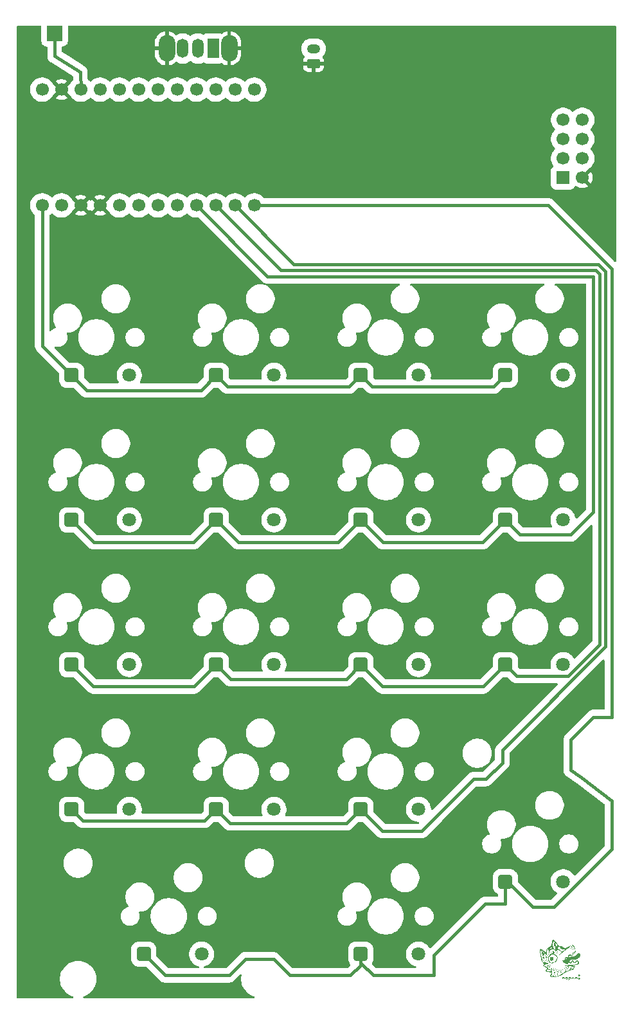
<source format=gbr>
%TF.GenerationSoftware,KiCad,Pcbnew,9.0.6*%
%TF.CreationDate,2026-01-02T18:32:11-05:00*%
%TF.ProjectId,nopanpad,6e6f7061-6e70-4616-942e-6b696361645f,first one lol*%
%TF.SameCoordinates,Original*%
%TF.FileFunction,Copper,L1,Top*%
%TF.FilePolarity,Positive*%
%FSLAX46Y46*%
G04 Gerber Fmt 4.6, Leading zero omitted, Abs format (unit mm)*
G04 Created by KiCad (PCBNEW 9.0.6) date 2026-01-02 18:32:11*
%MOMM*%
%LPD*%
G01*
G04 APERTURE LIST*
G04 Aperture macros list*
%AMRoundRect*
0 Rectangle with rounded corners*
0 $1 Rounding radius*
0 $2 $3 $4 $5 $6 $7 $8 $9 X,Y pos of 4 corners*
0 Add a 4 corners polygon primitive as box body*
4,1,4,$2,$3,$4,$5,$6,$7,$8,$9,$2,$3,0*
0 Add four circle primitives for the rounded corners*
1,1,$1+$1,$2,$3*
1,1,$1+$1,$4,$5*
1,1,$1+$1,$6,$7*
1,1,$1+$1,$8,$9*
0 Add four rect primitives between the rounded corners*
20,1,$1+$1,$2,$3,$4,$5,0*
20,1,$1+$1,$4,$5,$6,$7,0*
20,1,$1+$1,$6,$7,$8,$9,0*
20,1,$1+$1,$8,$9,$2,$3,0*%
G04 Aperture macros list end*
%TA.AperFunction,EtchedComponent*%
%ADD10C,0.000000*%
%TD*%
%TA.AperFunction,ComponentPad*%
%ADD11RoundRect,0.250000X0.625000X-0.350000X0.625000X0.350000X-0.625000X0.350000X-0.625000X-0.350000X0*%
%TD*%
%TA.AperFunction,ComponentPad*%
%ADD12O,1.750000X1.200000*%
%TD*%
%TA.AperFunction,ComponentPad*%
%ADD13O,2.200000X3.500000*%
%TD*%
%TA.AperFunction,ComponentPad*%
%ADD14R,1.500000X2.500000*%
%TD*%
%TA.AperFunction,ComponentPad*%
%ADD15O,1.500000X2.500000*%
%TD*%
%TA.AperFunction,ComponentPad*%
%ADD16C,1.700000*%
%TD*%
%TA.AperFunction,ComponentPad*%
%ADD17R,1.700000X1.700000*%
%TD*%
%TA.AperFunction,ComponentPad*%
%ADD18RoundRect,0.250000X-0.650000X-0.650000X0.650000X-0.650000X0.650000X0.650000X-0.650000X0.650000X0*%
%TD*%
%TA.AperFunction,ComponentPad*%
%ADD19C,1.800000*%
%TD*%
%TA.AperFunction,Conductor*%
%ADD20C,0.400000*%
%TD*%
G04 APERTURE END LIST*
%TA.AperFunction,Conductor*%
%TO.N,RST*%
G36*
X114000000Y-28000000D02*
G01*
X116000000Y-28000000D01*
X116000000Y-30000000D01*
X114000000Y-30000000D01*
X114000000Y-28000000D01*
G37*
%TD.AperFunction*%
%TA.AperFunction,Conductor*%
%TO.N,GND*%
G36*
X111000000Y-28000000D02*
G01*
X113000000Y-28000000D01*
X113000000Y-30000000D01*
X111000000Y-30000000D01*
X111000000Y-28000000D01*
G37*
%TD.AperFunction*%
D10*
%TA.AperFunction,EtchedComponent*%
%TD*%
%TO.C,nopan logo*%
G36*
X179415876Y-151051417D02*
G01*
X179373542Y-151093750D01*
X179331209Y-151051417D01*
X179373542Y-151009084D01*
X179415876Y-151051417D01*
G37*
%TD.AperFunction*%
%TA.AperFunction,EtchedComponent*%
%TO.C,nopan logo*%
G36*
X179669876Y-150374084D02*
G01*
X179627542Y-150416417D01*
X179585209Y-150374084D01*
X179627542Y-150331750D01*
X179669876Y-150374084D01*
G37*
%TD.AperFunction*%
%TA.AperFunction,EtchedComponent*%
G36*
X179669876Y-151051417D02*
G01*
X179627542Y-151093750D01*
X179585209Y-151051417D01*
X179627542Y-151009084D01*
X179669876Y-151051417D01*
G37*
%TD.AperFunction*%
%TA.AperFunction,EtchedComponent*%
G36*
X179839209Y-150797417D02*
G01*
X179796876Y-150839750D01*
X179754542Y-150797417D01*
X179796876Y-150755084D01*
X179839209Y-150797417D01*
G37*
%TD.AperFunction*%
%TA.AperFunction,EtchedComponent*%
G36*
X179923876Y-151136084D02*
G01*
X179881542Y-151178417D01*
X179839209Y-151136084D01*
X179881542Y-151093750D01*
X179923876Y-151136084D01*
G37*
%TD.AperFunction*%
%TA.AperFunction,EtchedComponent*%
G36*
X180008542Y-149696750D02*
G01*
X179966209Y-149739084D01*
X179923876Y-149696750D01*
X179966209Y-149654417D01*
X180008542Y-149696750D01*
G37*
%TD.AperFunction*%
%TA.AperFunction,EtchedComponent*%
G36*
X180008542Y-150374084D02*
G01*
X179966209Y-150416417D01*
X179923876Y-150374084D01*
X179966209Y-150331750D01*
X180008542Y-150374084D01*
G37*
%TD.AperFunction*%
%TA.AperFunction,EtchedComponent*%
G36*
X180093209Y-150204750D02*
G01*
X180050876Y-150247084D01*
X180008542Y-150204750D01*
X180050876Y-150162417D01*
X180093209Y-150204750D01*
G37*
%TD.AperFunction*%
%TA.AperFunction,EtchedComponent*%
G36*
X180347209Y-151644084D02*
G01*
X180304876Y-151686417D01*
X180262542Y-151644084D01*
X180304876Y-151601750D01*
X180347209Y-151644084D01*
G37*
%TD.AperFunction*%
%TA.AperFunction,EtchedComponent*%
G36*
X180431876Y-149950750D02*
G01*
X180389542Y-149993084D01*
X180347209Y-149950750D01*
X180389542Y-149908417D01*
X180431876Y-149950750D01*
G37*
%TD.AperFunction*%
%TA.AperFunction,EtchedComponent*%
G36*
X180601209Y-152236750D02*
G01*
X180558876Y-152279084D01*
X180516542Y-152236750D01*
X180558876Y-152194417D01*
X180601209Y-152236750D01*
G37*
%TD.AperFunction*%
%TA.AperFunction,EtchedComponent*%
G36*
X180770542Y-152067417D02*
G01*
X180728209Y-152109750D01*
X180685876Y-152067417D01*
X180728209Y-152025084D01*
X180770542Y-152067417D01*
G37*
%TD.AperFunction*%
%TA.AperFunction,EtchedComponent*%
G36*
X180855209Y-152829417D02*
G01*
X180812876Y-152871750D01*
X180770542Y-152829417D01*
X180812876Y-152787084D01*
X180855209Y-152829417D01*
G37*
%TD.AperFunction*%
%TA.AperFunction,EtchedComponent*%
G36*
X181024542Y-152152084D02*
G01*
X180982209Y-152194417D01*
X180939876Y-152152084D01*
X180982209Y-152109750D01*
X181024542Y-152152084D01*
G37*
%TD.AperFunction*%
%TA.AperFunction,EtchedComponent*%
G36*
X181024542Y-152998750D02*
G01*
X180982209Y-153041084D01*
X180939876Y-152998750D01*
X180982209Y-152956417D01*
X181024542Y-152998750D01*
G37*
%TD.AperFunction*%
%TA.AperFunction,EtchedComponent*%
G36*
X181109209Y-150035417D02*
G01*
X181066876Y-150077750D01*
X181024542Y-150035417D01*
X181066876Y-149993084D01*
X181109209Y-150035417D01*
G37*
%TD.AperFunction*%
%TA.AperFunction,EtchedComponent*%
G36*
X181109209Y-152406084D02*
G01*
X181066876Y-152448417D01*
X181024542Y-152406084D01*
X181066876Y-152363750D01*
X181109209Y-152406084D01*
G37*
%TD.AperFunction*%
%TA.AperFunction,EtchedComponent*%
G36*
X181278542Y-149866084D02*
G01*
X181236209Y-149908417D01*
X181193876Y-149866084D01*
X181236209Y-149823750D01*
X181278542Y-149866084D01*
G37*
%TD.AperFunction*%
%TA.AperFunction,EtchedComponent*%
G36*
X181278542Y-150035417D02*
G01*
X181236209Y-150077750D01*
X181193876Y-150035417D01*
X181236209Y-149993084D01*
X181278542Y-150035417D01*
G37*
%TD.AperFunction*%
%TA.AperFunction,EtchedComponent*%
G36*
X181447876Y-152321417D02*
G01*
X181405542Y-152363750D01*
X181363209Y-152321417D01*
X181405542Y-152279084D01*
X181447876Y-152321417D01*
G37*
%TD.AperFunction*%
%TA.AperFunction,EtchedComponent*%
G36*
X181617209Y-152321417D02*
G01*
X181574876Y-152363750D01*
X181532542Y-152321417D01*
X181574876Y-152279084D01*
X181617209Y-152321417D01*
G37*
%TD.AperFunction*%
%TA.AperFunction,EtchedComponent*%
G36*
X181786542Y-152321417D02*
G01*
X181744209Y-152363750D01*
X181701876Y-152321417D01*
X181744209Y-152279084D01*
X181786542Y-152321417D01*
G37*
%TD.AperFunction*%
%TA.AperFunction,EtchedComponent*%
G36*
X181955876Y-152236750D02*
G01*
X181913542Y-152279084D01*
X181871209Y-152236750D01*
X181913542Y-152194417D01*
X181955876Y-152236750D01*
G37*
%TD.AperFunction*%
%TA.AperFunction,EtchedComponent*%
G36*
X182209876Y-152067417D02*
G01*
X182167542Y-152109750D01*
X182125209Y-152067417D01*
X182167542Y-152025084D01*
X182209876Y-152067417D01*
G37*
%TD.AperFunction*%
%TA.AperFunction,EtchedComponent*%
G36*
X183056542Y-149442750D02*
G01*
X183014209Y-149485084D01*
X182971876Y-149442750D01*
X183014209Y-149400417D01*
X183056542Y-149442750D01*
G37*
%TD.AperFunction*%
%TA.AperFunction,EtchedComponent*%
G36*
X183225876Y-149527417D02*
G01*
X183183542Y-149569750D01*
X183141209Y-149527417D01*
X183183542Y-149485084D01*
X183225876Y-149527417D01*
G37*
%TD.AperFunction*%
%TA.AperFunction,EtchedComponent*%
G36*
X183395209Y-149527417D02*
G01*
X183352876Y-149569750D01*
X183310542Y-149527417D01*
X183352876Y-149485084D01*
X183395209Y-149527417D01*
G37*
%TD.AperFunction*%
%TA.AperFunction,EtchedComponent*%
G36*
X179895653Y-150952639D02*
G01*
X179884031Y-151002973D01*
X179839209Y-151009084D01*
X179769519Y-150978105D01*
X179782764Y-150952639D01*
X179883244Y-150942506D01*
X179895653Y-150952639D01*
G37*
%TD.AperFunction*%
%TA.AperFunction,EtchedComponent*%
G36*
X179980320Y-149851972D02*
G01*
X179990453Y-149952452D01*
X179980320Y-149964861D01*
X179929986Y-149953239D01*
X179923876Y-149908417D01*
X179954854Y-149838727D01*
X179980320Y-149851972D01*
G37*
%TD.AperFunction*%
%TA.AperFunction,EtchedComponent*%
G36*
X180742320Y-149089972D02*
G01*
X180752453Y-149190452D01*
X180742320Y-149202861D01*
X180691986Y-149191239D01*
X180685876Y-149146417D01*
X180716854Y-149076727D01*
X180742320Y-149089972D01*
G37*
%TD.AperFunction*%
%TA.AperFunction,EtchedComponent*%
G36*
X181250320Y-152222639D02*
G01*
X181238698Y-152272973D01*
X181193876Y-152279084D01*
X181124185Y-152248105D01*
X181137431Y-152222639D01*
X181237911Y-152212506D01*
X181250320Y-152222639D01*
G37*
%TD.AperFunction*%
%TA.AperFunction,EtchedComponent*%
G36*
X181504320Y-152730639D02*
G01*
X181514453Y-152831119D01*
X181504320Y-152843528D01*
X181453986Y-152831906D01*
X181447876Y-152787084D01*
X181478854Y-152717393D01*
X181504320Y-152730639D01*
G37*
%TD.AperFunction*%
%TA.AperFunction,EtchedComponent*%
G36*
X182096987Y-152307306D02*
G01*
X182107120Y-152407785D01*
X182096987Y-152420195D01*
X182046652Y-152408572D01*
X182040542Y-152363750D01*
X182071520Y-152294060D01*
X182096987Y-152307306D01*
G37*
%TD.AperFunction*%
%TA.AperFunction,EtchedComponent*%
G36*
X180186747Y-152157567D02*
G01*
X180257139Y-152230903D01*
X180173016Y-152294708D01*
X180139854Y-152308047D01*
X180053902Y-152304247D01*
X180064059Y-152232925D01*
X180143863Y-152150326D01*
X180186747Y-152157567D01*
G37*
%TD.AperFunction*%
%TA.AperFunction,EtchedComponent*%
G36*
X182477459Y-151999036D02*
G01*
X182548542Y-152067417D01*
X182623249Y-152174935D01*
X182574053Y-152167693D01*
X182426527Y-152064724D01*
X182334747Y-151972842D01*
X182352660Y-151940417D01*
X182477459Y-151999036D01*
G37*
%TD.AperFunction*%
%TA.AperFunction,EtchedComponent*%
G36*
X183128127Y-149180665D02*
G01*
X183218307Y-149259370D01*
X183225876Y-149278414D01*
X183185695Y-149313213D01*
X183102039Y-149235237D01*
X183090791Y-149218002D01*
X183080811Y-149160065D01*
X183128127Y-149180665D01*
G37*
%TD.AperFunction*%
%TA.AperFunction,EtchedComponent*%
G36*
X179527003Y-150606672D02*
G01*
X179548923Y-150688560D01*
X179521906Y-150823448D01*
X179443540Y-150798315D01*
X179362188Y-150688560D01*
X179313031Y-150570964D01*
X179390412Y-150537645D01*
X179408346Y-150537369D01*
X179527003Y-150606672D01*
G37*
%TD.AperFunction*%
%TA.AperFunction,EtchedComponent*%
G36*
X179909652Y-150567515D02*
G01*
X179923876Y-150599861D01*
X179855098Y-150662515D01*
X179796876Y-150670417D01*
X179684099Y-150632207D01*
X179669876Y-150599861D01*
X179738653Y-150537208D01*
X179796876Y-150529306D01*
X179909652Y-150567515D01*
G37*
%TD.AperFunction*%
%TA.AperFunction,EtchedComponent*%
G36*
X180770542Y-152236750D02*
G01*
X180851313Y-152312832D01*
X180855209Y-152326414D01*
X180789703Y-152362779D01*
X180770542Y-152363750D01*
X180689129Y-152298662D01*
X180685876Y-152274087D01*
X180737745Y-152223521D01*
X180770542Y-152236750D01*
G37*
%TD.AperFunction*%
%TA.AperFunction,EtchedComponent*%
G36*
X180988990Y-152572908D02*
G01*
X180982209Y-152617750D01*
X180909789Y-152698433D01*
X180897542Y-152702417D01*
X180830228Y-152643365D01*
X180812876Y-152617750D01*
X180832981Y-152546021D01*
X180897542Y-152533084D01*
X180988990Y-152572908D01*
G37*
%TD.AperFunction*%
%TA.AperFunction,EtchedComponent*%
G36*
X181326276Y-152779372D02*
G01*
X181334987Y-152833141D01*
X181295769Y-152943508D01*
X181264431Y-152956417D01*
X181195230Y-152892272D01*
X181193876Y-152876747D01*
X181254533Y-152760376D01*
X181264431Y-152753471D01*
X181326276Y-152779372D01*
G37*
%TD.AperFunction*%
%TA.AperFunction,EtchedComponent*%
G36*
X181388240Y-152510203D02*
G01*
X181405542Y-152533084D01*
X181401672Y-152611227D01*
X181373202Y-152617750D01*
X181253511Y-152555964D01*
X181236209Y-152533084D01*
X181240079Y-152454940D01*
X181268549Y-152448417D01*
X181388240Y-152510203D01*
G37*
%TD.AperFunction*%
%TA.AperFunction,EtchedComponent*%
G36*
X181785188Y-152512562D02*
G01*
X181786542Y-152528087D01*
X181725885Y-152644458D01*
X181715987Y-152651362D01*
X181654141Y-152625461D01*
X181645431Y-152571692D01*
X181684648Y-152461326D01*
X181715987Y-152448417D01*
X181785188Y-152512562D01*
G37*
%TD.AperFunction*%
%TA.AperFunction,EtchedComponent*%
G36*
X184227124Y-153362856D02*
G01*
X184241876Y-153422084D01*
X184174103Y-153534332D01*
X184114876Y-153549084D01*
X184002627Y-153481311D01*
X183987876Y-153422084D01*
X184055648Y-153309835D01*
X184114876Y-153295084D01*
X184227124Y-153362856D01*
G37*
%TD.AperFunction*%
%TA.AperFunction,EtchedComponent*%
G36*
X184218807Y-152857261D02*
G01*
X184241876Y-152951420D01*
X184202048Y-153115490D01*
X184110864Y-153182458D01*
X184042018Y-153151671D01*
X183986809Y-153015543D01*
X184012955Y-152866212D01*
X184103645Y-152787790D01*
X184114876Y-152787084D01*
X184218807Y-152857261D01*
G37*
%TD.AperFunction*%
%TA.AperFunction,EtchedComponent*%
G36*
X180680210Y-150633734D02*
G01*
X180753042Y-150779366D01*
X180727968Y-150925174D01*
X180614425Y-151058519D01*
X180441717Y-151094388D01*
X180318987Y-151037306D01*
X180274437Y-150916156D01*
X180262542Y-150783306D01*
X180302360Y-150630650D01*
X180451610Y-150585943D01*
X180469212Y-150585750D01*
X180680210Y-150633734D01*
G37*
%TD.AperFunction*%
%TA.AperFunction,EtchedComponent*%
G36*
X182174572Y-153271074D02*
G01*
X182203925Y-153406179D01*
X182193995Y-153533634D01*
X182162466Y-153498141D01*
X182133209Y-153425839D01*
X182077920Y-153308994D01*
X182024766Y-153339095D01*
X181972401Y-153425839D01*
X181898921Y-153541337D01*
X181876406Y-153507375D01*
X181873783Y-153418934D01*
X181934674Y-153269150D01*
X182040542Y-153233696D01*
X182174572Y-153271074D01*
G37*
%TD.AperFunction*%
%TA.AperFunction,EtchedComponent*%
G36*
X183867905Y-153271074D02*
G01*
X183897258Y-153406179D01*
X183887328Y-153533634D01*
X183855799Y-153498141D01*
X183826542Y-153425839D01*
X183771254Y-153308994D01*
X183718099Y-153339095D01*
X183665735Y-153425839D01*
X183592254Y-153541337D01*
X183569739Y-153507375D01*
X183567117Y-153418934D01*
X183628007Y-153269150D01*
X183733876Y-153233696D01*
X183867905Y-153271074D01*
G37*
%TD.AperFunction*%
%TA.AperFunction,EtchedComponent*%
G36*
X182605380Y-153270285D02*
G01*
X182633209Y-153379750D01*
X182573340Y-153521254D01*
X182463876Y-153549084D01*
X182322371Y-153489215D01*
X182294542Y-153379750D01*
X182379209Y-153379750D01*
X182443638Y-153461957D01*
X182463876Y-153464417D01*
X182546082Y-153399988D01*
X182548542Y-153379750D01*
X182484113Y-153297544D01*
X182463876Y-153295084D01*
X182381669Y-153359513D01*
X182379209Y-153379750D01*
X182294542Y-153379750D01*
X182354411Y-153238246D01*
X182463876Y-153210417D01*
X182605380Y-153270285D01*
G37*
%TD.AperFunction*%
%TA.AperFunction,EtchedComponent*%
G36*
X183462280Y-153290982D02*
G01*
X183479876Y-153368280D01*
X183427412Y-153504020D01*
X183307843Y-153525601D01*
X183162829Y-153514157D01*
X183162019Y-153465697D01*
X183232827Y-153465697D01*
X183357872Y-153464417D01*
X183394238Y-153398911D01*
X183395209Y-153379750D01*
X183330121Y-153298337D01*
X183305545Y-153295084D01*
X183254979Y-153346953D01*
X183237861Y-153394800D01*
X183232827Y-153465697D01*
X183162019Y-153465697D01*
X183160649Y-153383668D01*
X183183608Y-153346953D01*
X183239870Y-153256984D01*
X183363924Y-153224955D01*
X183462280Y-153290982D01*
G37*
%TD.AperFunction*%
%TA.AperFunction,EtchedComponent*%
G36*
X179304573Y-149909687D02*
G01*
X179467497Y-150051063D01*
X179567628Y-150133366D01*
X179576107Y-150139204D01*
X179558067Y-150209107D01*
X179502240Y-150287371D01*
X179366383Y-150399068D01*
X179261917Y-150401577D01*
X179236516Y-150352917D01*
X179236015Y-150289417D01*
X179331209Y-150289417D01*
X179373542Y-150331750D01*
X179415876Y-150289417D01*
X179373542Y-150247084D01*
X179331209Y-150289417D01*
X179236015Y-150289417D01*
X179235537Y-150228854D01*
X179214667Y-150113278D01*
X179155427Y-149933791D01*
X179066271Y-149699290D01*
X179304573Y-149909687D01*
G37*
%TD.AperFunction*%
%TA.AperFunction,EtchedComponent*%
G36*
X183029782Y-153271138D02*
G01*
X183056542Y-153369875D01*
X182985031Y-153518860D01*
X182811048Y-153575181D01*
X182688103Y-153690945D01*
X182710539Y-153489030D01*
X182717876Y-153414157D01*
X182727012Y-153379750D01*
X182802542Y-153379750D01*
X182866971Y-153461957D01*
X182887209Y-153464417D01*
X182969415Y-153399988D01*
X182971876Y-153379750D01*
X182907446Y-153297544D01*
X182887209Y-153295084D01*
X182805002Y-153359513D01*
X182802542Y-153379750D01*
X182727012Y-153379750D01*
X182760868Y-153252242D01*
X182887209Y-153210417D01*
X183029782Y-153271138D01*
G37*
%TD.AperFunction*%
%TA.AperFunction,EtchedComponent*%
G36*
X180151249Y-151647059D02*
G01*
X180093209Y-151723436D01*
X180012293Y-151839646D01*
X180045478Y-151855528D01*
X180111664Y-151832967D01*
X180255601Y-151821809D01*
X180303545Y-151853598D01*
X180309988Y-151947229D01*
X180199104Y-151968420D01*
X180029709Y-151916975D01*
X180001433Y-151898084D01*
X180177876Y-151898084D01*
X180220209Y-151940417D01*
X180262542Y-151898084D01*
X180220209Y-151855750D01*
X180177876Y-151898084D01*
X180001433Y-151898084D01*
X179883917Y-151819573D01*
X179839209Y-151744034D01*
X179877023Y-151700579D01*
X179894919Y-151713904D01*
X179996907Y-151715051D01*
X180085419Y-151664516D01*
X180173196Y-151601755D01*
X180151249Y-151647059D01*
G37*
%TD.AperFunction*%
%TA.AperFunction,EtchedComponent*%
G36*
X180674986Y-149723073D02*
G01*
X180770542Y-149801062D01*
X180916505Y-149959806D01*
X180910632Y-150053227D01*
X180791709Y-150077882D01*
X180760055Y-150108169D01*
X180865623Y-150186518D01*
X180939876Y-150226048D01*
X181178705Y-150422648D01*
X181284447Y-150676932D01*
X181258859Y-150944164D01*
X181103698Y-151179607D01*
X180897248Y-151310996D01*
X180567996Y-151415449D01*
X180333187Y-151403666D01*
X180161585Y-151272894D01*
X180140343Y-151244245D01*
X180019082Y-150938289D01*
X180021913Y-150880422D01*
X180105432Y-150880422D01*
X180225010Y-151159578D01*
X180331773Y-151292928D01*
X180438951Y-151337881D01*
X180607506Y-151305224D01*
X180759695Y-151254178D01*
X181018165Y-151101387D01*
X181165115Y-150887071D01*
X181188873Y-150652761D01*
X181077766Y-150439989D01*
X181005703Y-150378884D01*
X180721508Y-150258456D01*
X180459968Y-150277811D01*
X180250498Y-150407534D01*
X180122515Y-150618210D01*
X180105432Y-150880422D01*
X180021913Y-150880422D01*
X180035167Y-150609508D01*
X180183604Y-150320889D01*
X180216360Y-150285568D01*
X180380359Y-150145025D01*
X180504079Y-150078558D01*
X180512694Y-150077750D01*
X180590506Y-150031749D01*
X180591183Y-150014250D01*
X180587611Y-149881887D01*
X180591183Y-149803412D01*
X180609686Y-149705627D01*
X180674986Y-149723073D01*
G37*
%TD.AperFunction*%
%TA.AperFunction,EtchedComponent*%
G36*
X180740316Y-148322386D02*
G01*
X180901044Y-148425344D01*
X181078029Y-148592119D01*
X181229305Y-148786362D01*
X181278542Y-148874586D01*
X181428794Y-149084322D01*
X181601608Y-149144584D01*
X181849856Y-149192349D01*
X182089208Y-149305497D01*
X182223037Y-149426303D01*
X182318765Y-149430933D01*
X182506996Y-149336309D01*
X182641884Y-149244295D01*
X182966571Y-149042609D01*
X183212269Y-148981458D01*
X183395169Y-149061325D01*
X183526529Y-149270697D01*
X183629295Y-149596385D01*
X183649413Y-149859946D01*
X183588698Y-150030028D01*
X183479876Y-150077750D01*
X183339987Y-150135848D01*
X183310542Y-150256693D01*
X183282846Y-150380487D01*
X183167115Y-150410433D01*
X183062359Y-150399211D01*
X182868190Y-150400717D01*
X182780452Y-150494658D01*
X182774336Y-150515132D01*
X182768194Y-150619247D01*
X182860590Y-150599487D01*
X182889953Y-150584281D01*
X183087433Y-150523531D01*
X183309019Y-150501084D01*
X183608098Y-150419267D01*
X183775411Y-150282277D01*
X183975875Y-150132019D01*
X184159588Y-150103006D01*
X184285436Y-150196223D01*
X184310661Y-150269478D01*
X184272441Y-150417537D01*
X184142466Y-150608869D01*
X184085312Y-150670672D01*
X183887260Y-150835354D01*
X183678687Y-150909640D01*
X183422888Y-150925713D01*
X183084343Y-150944327D01*
X182900506Y-151001993D01*
X182859865Y-151105440D01*
X182918819Y-151220404D01*
X183010686Y-151327989D01*
X183061604Y-151287836D01*
X183093852Y-151194245D01*
X183181870Y-151035048D01*
X183296259Y-151041688D01*
X183415755Y-151173004D01*
X183508379Y-151287461D01*
X183573794Y-151262262D01*
X183632940Y-151173004D01*
X183781841Y-151027967D01*
X183937062Y-151051323D01*
X184062864Y-151194382D01*
X184129907Y-151341254D01*
X184080698Y-151451947D01*
X183989184Y-151533049D01*
X183755122Y-151644690D01*
X183433170Y-151698824D01*
X183406996Y-151699967D01*
X183197800Y-151710417D01*
X183149873Y-151723768D01*
X183255148Y-151743289D01*
X183289376Y-151747664D01*
X183476488Y-151779739D01*
X183563717Y-151812137D01*
X183564542Y-151814797D01*
X183515845Y-151976949D01*
X183403278Y-152150423D01*
X183277130Y-152265207D01*
X183231063Y-152279084D01*
X183090767Y-152317234D01*
X182839826Y-152419922D01*
X182515648Y-152569505D01*
X182155644Y-152748338D01*
X181797221Y-152938778D01*
X181618530Y-153039634D01*
X181319459Y-153159175D01*
X180933512Y-153207879D01*
X180793030Y-153210417D01*
X180518480Y-153200465D01*
X180326801Y-153174504D01*
X180262542Y-153141932D01*
X180308765Y-153027634D01*
X180386849Y-152909099D01*
X180487798Y-152753440D01*
X180478174Y-152661897D01*
X180336746Y-152606009D01*
X180134501Y-152570835D01*
X179846538Y-152510957D01*
X179717383Y-152436504D01*
X179736602Y-152338408D01*
X179797808Y-152278310D01*
X179903373Y-152164395D01*
X179885817Y-152070758D01*
X179729914Y-151966090D01*
X179619300Y-151911204D01*
X179430467Y-151808304D01*
X179374941Y-151727005D01*
X179424627Y-151633539D01*
X179480911Y-151523272D01*
X179417963Y-151418878D01*
X179327036Y-151344602D01*
X179156071Y-151133346D01*
X179103921Y-150950420D01*
X179080444Y-150739964D01*
X179035508Y-150436797D01*
X178990773Y-150173965D01*
X178954630Y-149910473D01*
X179033313Y-149910473D01*
X179062657Y-150151696D01*
X179116257Y-150398296D01*
X179186989Y-150597708D01*
X179209232Y-150638475D01*
X179280416Y-150843644D01*
X179277511Y-150984471D01*
X179300922Y-151148822D01*
X179473119Y-151306367D01*
X179622037Y-151397852D01*
X179650323Y-151393593D01*
X179596009Y-151320204D01*
X179527411Y-151204430D01*
X179569045Y-151187028D01*
X179690192Y-151272527D01*
X179720707Y-151301819D01*
X179876335Y-151382427D01*
X179969619Y-151377059D01*
X180056254Y-151376575D01*
X180040593Y-151471014D01*
X179967090Y-151561031D01*
X179895700Y-151522775D01*
X179764146Y-151437961D01*
X179690994Y-151468741D01*
X179702181Y-151563814D01*
X179709209Y-151651750D01*
X179674756Y-151647100D01*
X179568380Y-151652464D01*
X179552352Y-151671084D01*
X179591677Y-151748528D01*
X179744243Y-151853695D01*
X179808605Y-151886626D01*
X179998040Y-151985121D01*
X180057664Y-152064989D01*
X180011597Y-152178169D01*
X179972360Y-152239245D01*
X179885270Y-152386427D01*
X179901601Y-152440876D01*
X179999666Y-152448417D01*
X180222100Y-152478274D01*
X180311840Y-152505138D01*
X180412636Y-152521621D01*
X180395461Y-152457993D01*
X180362381Y-152315169D01*
X180385039Y-152146392D01*
X180445234Y-152015909D01*
X180524769Y-151987967D01*
X180528064Y-151989871D01*
X180564905Y-152065796D01*
X180512071Y-152112514D01*
X180449210Y-152193321D01*
X180474450Y-152340567D01*
X180510121Y-152432915D01*
X180571295Y-152676837D01*
X180523632Y-152858502D01*
X180443325Y-153035564D01*
X180463895Y-153111513D01*
X180563872Y-153125750D01*
X180651507Y-153084704D01*
X180643542Y-153041084D01*
X180650255Y-152963065D01*
X180680879Y-152956417D01*
X180765975Y-153022106D01*
X180770542Y-153052231D01*
X180839111Y-153118870D01*
X181019713Y-153115671D01*
X181274695Y-153051963D01*
X181566401Y-152937075D01*
X181850042Y-152784801D01*
X182116771Y-152606551D01*
X182260197Y-152470676D01*
X182308528Y-152343934D01*
X182302471Y-152251624D01*
X182343985Y-152220301D01*
X182378492Y-152236307D01*
X182429502Y-152337687D01*
X182417926Y-152369600D01*
X182398801Y-152438706D01*
X182490050Y-152426451D01*
X182662930Y-152354091D01*
X182850295Y-152219107D01*
X182910076Y-152137972D01*
X183000098Y-152137972D01*
X183011720Y-152188307D01*
X183056542Y-152194417D01*
X183126232Y-152163439D01*
X183112987Y-152137972D01*
X183012507Y-152127839D01*
X183000098Y-152137972D01*
X182910076Y-152137972D01*
X182946137Y-152089029D01*
X183016909Y-151971891D01*
X183101125Y-152000038D01*
X183158209Y-152054179D01*
X183266751Y-152144764D01*
X183323558Y-152107606D01*
X183346645Y-152053123D01*
X183379994Y-151947819D01*
X183349655Y-151888532D01*
X183218561Y-151847124D01*
X183026129Y-151809810D01*
X182818670Y-151777743D01*
X182738294Y-151800114D01*
X182746543Y-151895720D01*
X182760033Y-151939862D01*
X182781999Y-152073339D01*
X182726946Y-152073023D01*
X182639363Y-151944234D01*
X182633209Y-151899252D01*
X182568150Y-151818401D01*
X182376485Y-151815905D01*
X182212691Y-151818495D01*
X182161967Y-151780838D01*
X182164231Y-151776441D01*
X182263177Y-151738246D01*
X182490373Y-151696814D01*
X182805028Y-151658850D01*
X182966926Y-151644475D01*
X183436282Y-151593596D01*
X183749496Y-151524526D01*
X183919293Y-151431625D01*
X183958399Y-151309252D01*
X183924778Y-151219966D01*
X183853261Y-151118314D01*
X183788312Y-151150946D01*
X183723236Y-151248657D01*
X183575655Y-151406100D01*
X183443094Y-151402887D01*
X183347935Y-151247519D01*
X183302154Y-151129480D01*
X183254298Y-151142095D01*
X183167229Y-151295508D01*
X183166398Y-151297094D01*
X183072386Y-151451592D01*
X182992826Y-151471518D01*
X182892604Y-151394966D01*
X182770503Y-151307552D01*
X182683311Y-151351231D01*
X182623935Y-151432985D01*
X182547350Y-151532108D01*
X182471208Y-151549095D01*
X182348786Y-151474450D01*
X182222853Y-151372228D01*
X182463876Y-151372228D01*
X182480518Y-151431893D01*
X182487833Y-151425361D01*
X182551064Y-151337151D01*
X182636000Y-151220750D01*
X182715635Y-151105606D01*
X182686160Y-151111081D01*
X182612042Y-151167617D01*
X182493170Y-151296634D01*
X182463876Y-151372228D01*
X182222853Y-151372228D01*
X182188709Y-151344513D01*
X182002936Y-151172412D01*
X181888624Y-151031520D01*
X181871209Y-150985986D01*
X181904685Y-150939066D01*
X181972809Y-150992150D01*
X182110744Y-151086573D01*
X182187809Y-151026681D01*
X182209876Y-150830572D01*
X182212390Y-150800074D01*
X182294542Y-150800074D01*
X182347699Y-150911831D01*
X182455290Y-150899515D01*
X182500726Y-150848622D01*
X182478185Y-150758954D01*
X182421056Y-150724279D01*
X182312177Y-150737719D01*
X182294542Y-150800074D01*
X182212390Y-150800074D01*
X182224636Y-150651497D01*
X182296612Y-150599335D01*
X182419644Y-150620042D01*
X182582739Y-150630714D01*
X182664135Y-150523963D01*
X182683943Y-150455422D01*
X182746668Y-150305003D01*
X182866754Y-150272098D01*
X182982175Y-150291679D01*
X183155627Y-150311748D01*
X183219567Y-150248021D01*
X183225876Y-150169144D01*
X183282334Y-150023148D01*
X183395209Y-149993084D01*
X183532301Y-149929663D01*
X183558279Y-149741719D01*
X183472889Y-149432729D01*
X183441862Y-149355364D01*
X183301749Y-149129842D01*
X183155896Y-149061750D01*
X182988386Y-149108909D01*
X182870127Y-149216506D01*
X182850665Y-149333723D01*
X182866777Y-149358281D01*
X182869835Y-149389072D01*
X182828645Y-149369712D01*
X182721925Y-149396931D01*
X182519360Y-149524551D01*
X182246734Y-149735162D01*
X182087812Y-149869977D01*
X181794941Y-150117249D01*
X181582231Y-150280781D01*
X181460658Y-150354719D01*
X181441199Y-150333212D01*
X181534830Y-150210406D01*
X181615671Y-150121720D01*
X181783467Y-149943110D01*
X181537816Y-149798000D01*
X181358209Y-149707697D01*
X181246669Y-149713524D01*
X181168433Y-149776622D01*
X181057429Y-149862141D01*
X180999607Y-149824634D01*
X180984138Y-149646610D01*
X180989498Y-149487563D01*
X180983976Y-149287857D01*
X180949372Y-149193288D01*
X180931039Y-149194212D01*
X180858269Y-149191711D01*
X180854053Y-149172580D01*
X180833795Y-149045007D01*
X180798427Y-148892417D01*
X180767054Y-148748207D01*
X180804111Y-148739251D01*
X180926584Y-148842039D01*
X181064392Y-149037703D01*
X181111783Y-149223039D01*
X181122047Y-149366920D01*
X181160981Y-149357349D01*
X181187433Y-149315376D01*
X181321107Y-149315376D01*
X181341126Y-149423509D01*
X181459720Y-149571460D01*
X181628597Y-149714762D01*
X181799463Y-149808947D01*
X181873205Y-149823750D01*
X182043421Y-149762342D01*
X182136009Y-149680898D01*
X182206575Y-149579213D01*
X182151044Y-149577058D01*
X182097909Y-149595928D01*
X181902448Y-149605592D01*
X181719884Y-149524328D01*
X181620803Y-149387497D01*
X181617209Y-149355105D01*
X181555818Y-149252617D01*
X181427486Y-149238589D01*
X181321107Y-149315376D01*
X181187433Y-149315376D01*
X181201613Y-149292875D01*
X181249151Y-149107735D01*
X181213823Y-148925669D01*
X181114325Y-148816139D01*
X181071045Y-148807750D01*
X180961996Y-148736868D01*
X180915343Y-148638417D01*
X180838629Y-148500961D01*
X180773472Y-148469084D01*
X180715543Y-148520486D01*
X180728209Y-148553750D01*
X180731175Y-148632183D01*
X180707652Y-148638417D01*
X180648349Y-148709679D01*
X180627867Y-148880217D01*
X180643456Y-149085154D01*
X180692363Y-149259616D01*
X180736683Y-149322783D01*
X180836307Y-149478129D01*
X180848525Y-149558950D01*
X180828850Y-149636918D01*
X180797736Y-149586719D01*
X180735117Y-149525850D01*
X180607724Y-149573857D01*
X180550421Y-149609838D01*
X180406121Y-149684656D01*
X180344634Y-149677535D01*
X180308867Y-149683728D01*
X180255385Y-149760921D01*
X180206550Y-149920225D01*
X180220623Y-149993754D01*
X180207970Y-150070927D01*
X180172997Y-150077750D01*
X180108960Y-150011588D01*
X180114596Y-149920442D01*
X180116486Y-149745750D01*
X180055884Y-149592364D01*
X179964806Y-149521696D01*
X180223267Y-149521696D01*
X180244423Y-149569750D01*
X180372921Y-149507777D01*
X180387257Y-149488781D01*
X180497399Y-149442656D01*
X180561587Y-149455506D01*
X180673463Y-149473356D01*
X180652878Y-149404493D01*
X180571727Y-149326416D01*
X180454693Y-149286732D01*
X180319671Y-149384376D01*
X180304605Y-149400716D01*
X180223267Y-149521696D01*
X179964806Y-149521696D01*
X179963079Y-149520356D01*
X179918188Y-149530932D01*
X179872639Y-149638458D01*
X179851640Y-149851420D01*
X179852467Y-149956415D01*
X179849490Y-150196601D01*
X179825272Y-150359269D01*
X179810617Y-150388564D01*
X179762661Y-150372555D01*
X179754542Y-150312299D01*
X179693895Y-150186092D01*
X179638242Y-150120084D01*
X179754542Y-150120084D01*
X179796876Y-150162417D01*
X179839209Y-150120084D01*
X179796876Y-150077750D01*
X179754542Y-150120084D01*
X179638242Y-150120084D01*
X179544937Y-150009418D01*
X179357147Y-149830240D01*
X179180002Y-149696522D01*
X179075882Y-149654417D01*
X179035347Y-149727192D01*
X179033313Y-149910473D01*
X178954630Y-149910473D01*
X178940402Y-149806747D01*
X178955439Y-149590688D01*
X179043224Y-149517878D01*
X179211097Y-149580410D01*
X179409002Y-149723379D01*
X179743859Y-149992478D01*
X179770367Y-149718307D01*
X179829167Y-149502093D01*
X179962901Y-149414436D01*
X179966209Y-149413825D01*
X180236579Y-149285220D01*
X180440126Y-149031305D01*
X180541267Y-148711188D01*
X180581695Y-148484193D01*
X180626217Y-148337667D01*
X180637809Y-148319594D01*
X180740316Y-148322386D01*
G37*
%TD.AperFunction*%
%TD*%
D11*
%TO.P,JST1,1*%
%TO.N,GND*%
X149125000Y-33025000D03*
D12*
%TO.P,JST1,2*%
%TO.N,BAT_P*%
X149125000Y-31025000D03*
%TD*%
D13*
%TO.P,REF\u002A\u002A,*%
%TO.N,GND*%
X138000000Y-31000000D03*
X129800000Y-31000000D03*
D14*
%TO.P,REF\u002A\u002A,1*%
%TO.N,BAT_P*%
X135900000Y-31000000D03*
D15*
%TO.P,REF\u002A\u002A,2*%
%TO.N,RAW*%
X133900000Y-31000000D03*
%TO.P,REF\u002A\u002A,3*%
X131900000Y-31000000D03*
%TD*%
D16*
%TO.P,MCU1,1*%
%TO.N,RAW*%
X113375000Y-36405000D03*
%TO.P,MCU1,2*%
%TO.N,GND*%
X115915000Y-36405000D03*
%TO.P,MCU1,3*%
%TO.N,RST*%
X118455000Y-36405000D03*
%TO.P,MCU1,4*%
%TO.N,VCC*%
X120995000Y-36405000D03*
%TO.P,MCU1,5*%
%TO.N,N/C*%
X123535000Y-36405000D03*
%TO.P,MCU1,6*%
X126075000Y-36405000D03*
%TO.P,MCU1,7*%
%TO.N,SDA*%
X128615000Y-36405000D03*
%TO.P,MCU1,8*%
%TO.N,CS*%
X131155000Y-36405000D03*
%TO.P,MCU1,9*%
%TO.N,RES*%
X133695000Y-36405000D03*
%TO.P,MCU1,10*%
%TO.N,BUSY*%
X136235000Y-36405000D03*
%TO.P,MCU1,11*%
%TO.N,DC*%
X138775000Y-36405000D03*
%TO.P,MCU1,12*%
%TO.N,SCL*%
X141315000Y-36405000D03*
%TO.P,MCU1,13*%
%TO.N,row1*%
X141315000Y-51645000D03*
%TO.P,MCU1,14*%
%TO.N,row2*%
X138775000Y-51645000D03*
%TO.P,MCU1,15*%
%TO.N,row3*%
X136235000Y-51645000D03*
%TO.P,MCU1,16*%
%TO.N,row4*%
X133695000Y-51645000D03*
%TO.P,MCU1,17*%
%TO.N,col4*%
X131155000Y-51645000D03*
%TO.P,MCU1,18*%
%TO.N,col3*%
X128615000Y-51645000D03*
%TO.P,MCU1,19*%
%TO.N,col2*%
X126075000Y-51645000D03*
%TO.P,MCU1,20*%
%TO.N,col1*%
X123535000Y-51645000D03*
%TO.P,MCU1,21*%
%TO.N,GND*%
X120995000Y-51645000D03*
%TO.P,MCU1,22*%
X118455000Y-51645000D03*
%TO.P,MCU1,23*%
%TO.N,N/C*%
X115915000Y-51645000D03*
%TO.P,MCU1,24*%
%TO.N,row5*%
X113375000Y-51645000D03*
%TD*%
D17*
%TO.P,wtf is this?,1*%
%TO.N,VCC*%
X182000000Y-48000000D03*
D16*
%TO.P,wtf is this?,2*%
%TO.N,GND*%
X184540000Y-48000000D03*
%TO.P,wtf is this?,3*%
%TO.N,SDA*%
X182000000Y-45460000D03*
%TO.P,wtf is this?,4*%
%TO.N,SCL*%
X184540000Y-45460000D03*
%TO.P,wtf is this?,5*%
%TO.N,CS*%
X182000000Y-42920000D03*
%TO.P,wtf is this?,6*%
%TO.N,DC*%
X184540000Y-42920000D03*
%TO.P,wtf is this?,7*%
%TO.N,RES*%
X182000000Y-40380000D03*
%TO.P,wtf is this?,8*%
%TO.N,BUSY*%
X184540000Y-40380000D03*
%TD*%
D18*
%TO.P,D3,1*%
%TO.N,row3*%
X117230000Y-112100000D03*
D19*
%TO.P,D3,2*%
%TO.N,col1_row3*%
X124850000Y-112100000D03*
%TD*%
D18*
%TO.P,D4,1*%
%TO.N,row4*%
X117230000Y-93050000D03*
D19*
%TO.P,D4,2*%
%TO.N,col1_row4*%
X124850000Y-93050000D03*
%TD*%
D18*
%TO.P,D7,1*%
%TO.N,row3*%
X136280000Y-112100000D03*
D19*
%TO.P,D7,2*%
%TO.N,col2_row3*%
X143900000Y-112100000D03*
%TD*%
D18*
%TO.P,D16,1*%
%TO.N,row3*%
X174380000Y-112100000D03*
D19*
%TO.P,D16,2*%
%TO.N,col4_row3*%
X182000000Y-112100000D03*
%TD*%
D18*
%TO.P,D9,1*%
%TO.N,row5*%
X136280000Y-74000000D03*
D19*
%TO.P,D9,2*%
%TO.N,col2_row5*%
X143900000Y-74000000D03*
%TD*%
D18*
%TO.P,D10,1*%
%TO.N,row1*%
X155330000Y-150200000D03*
D19*
%TO.P,D10,2*%
%TO.N,col3_row1*%
X162950000Y-150200000D03*
%TD*%
D18*
%TO.P,D11,1*%
%TO.N,row2*%
X155330000Y-131150000D03*
D19*
%TO.P,D11,2*%
%TO.N,col3_row2*%
X162950000Y-131150000D03*
%TD*%
D18*
%TO.P,D18,1*%
%TO.N,row5*%
X174380000Y-74000000D03*
D19*
%TO.P,D18,2*%
%TO.N,col4_row5*%
X182000000Y-74000000D03*
%TD*%
D18*
%TO.P,D15,1*%
%TO.N,row1*%
X174380000Y-140675000D03*
D19*
%TO.P,D15,2*%
%TO.N,col4_row1*%
X182000000Y-140675000D03*
%TD*%
D18*
%TO.P,D13,1*%
%TO.N,row4*%
X155330000Y-93050000D03*
D19*
%TO.P,D13,2*%
%TO.N,col3_row4*%
X162950000Y-93050000D03*
%TD*%
D18*
%TO.P,D2,1*%
%TO.N,row2*%
X117230000Y-131150000D03*
D19*
%TO.P,D2,2*%
%TO.N,col1_row2*%
X124850000Y-131150000D03*
%TD*%
D18*
%TO.P,D6,1*%
%TO.N,row2*%
X136280000Y-131150000D03*
D19*
%TO.P,D6,2*%
%TO.N,col2_row2*%
X143900000Y-131150000D03*
%TD*%
D18*
%TO.P,D5,1*%
%TO.N,row5*%
X117230000Y-74000000D03*
D19*
%TO.P,D5,2*%
%TO.N,col1_row5*%
X124850000Y-74000000D03*
%TD*%
D18*
%TO.P,D1,1*%
%TO.N,row1*%
X126755000Y-150200000D03*
D19*
%TO.P,D1,2*%
%TO.N,col1_row1*%
X134375000Y-150200000D03*
%TD*%
D18*
%TO.P,D12,1*%
%TO.N,row3*%
X155330000Y-112100000D03*
D19*
%TO.P,D12,2*%
%TO.N,col3_row3*%
X162950000Y-112100000D03*
%TD*%
D18*
%TO.P,D17,1*%
%TO.N,row4*%
X174380000Y-93050000D03*
D19*
%TO.P,D17,2*%
%TO.N,col4_row4*%
X182000000Y-93050000D03*
%TD*%
D18*
%TO.P,D8,1*%
%TO.N,row4*%
X136280000Y-93050000D03*
D19*
%TO.P,D8,2*%
%TO.N,col2_row4*%
X143900000Y-93050000D03*
%TD*%
D18*
%TO.P,D14,1*%
%TO.N,row5*%
X155330000Y-74000000D03*
D19*
%TO.P,D14,2*%
%TO.N,col3_row5*%
X162950000Y-74000000D03*
%TD*%
D20*
%TO.N,RST*%
X115000000Y-32000000D02*
X115000000Y-29000000D01*
X118396506Y-34107423D02*
X118455000Y-36405000D01*
X115000000Y-32000000D02*
X118396506Y-34107423D01*
%TO.N,row1*%
X157000000Y-153000000D02*
X155330000Y-151330000D01*
X138000000Y-153000000D02*
X140114900Y-150885100D01*
X141315000Y-51645000D02*
X180043355Y-51645000D01*
X184403000Y-127000000D02*
X188403000Y-130000000D01*
X140114900Y-150885100D02*
X143885100Y-150885100D01*
X188403000Y-130000000D02*
X188403000Y-136394735D01*
X143885100Y-150885100D02*
X146000000Y-153000000D01*
X155330000Y-150200000D02*
X155330000Y-151670000D01*
X174380000Y-140675000D02*
X174380000Y-143620000D01*
X165000000Y-150322796D02*
X165000000Y-153000000D01*
X178000000Y-144000000D02*
X174675000Y-140675000D01*
X154000000Y-153000000D02*
X146000000Y-153000000D01*
X180043355Y-51645000D02*
X188403000Y-60004645D01*
X165000000Y-153000000D02*
X157000000Y-153000000D01*
X174675000Y-140675000D02*
X174380000Y-140675000D01*
X138000000Y-153000000D02*
X129555000Y-153000000D01*
X174380000Y-143620000D02*
X171702796Y-143620000D01*
X186000000Y-119000000D02*
X183000000Y-122000000D01*
X171702796Y-143620000D02*
X165000000Y-150322796D01*
X188403000Y-119000000D02*
X186000000Y-119000000D01*
X183000000Y-126000000D02*
X184403000Y-127000000D01*
X188403000Y-136394735D02*
X180797735Y-144000000D01*
X183000000Y-122000000D02*
X183000000Y-126000000D01*
X188403000Y-60004645D02*
X188403000Y-119000000D01*
X180797735Y-144000000D02*
X178000000Y-144000000D01*
X155330000Y-151330000D02*
X155330000Y-150200000D01*
X155330000Y-151670000D02*
X154000000Y-153000000D01*
X129555000Y-153000000D02*
X126755000Y-150200000D01*
%TO.N,row2*%
X155330000Y-131150000D02*
X158180000Y-134000000D01*
X170177761Y-127177761D02*
X171822239Y-127177761D01*
X134779000Y-132651000D02*
X118731000Y-132651000D01*
X136280000Y-131150000D02*
X134779000Y-132651000D01*
X118731000Y-132651000D02*
X117230000Y-131150000D01*
X174000000Y-125000000D02*
X174000000Y-123355522D01*
X186663571Y-59398000D02*
X146528000Y-59398000D01*
X187602000Y-109753521D02*
X187602000Y-60336430D01*
X158180000Y-134000000D02*
X163355521Y-134000000D01*
X187602000Y-60336430D02*
X186663571Y-59398000D01*
X171822239Y-127177761D02*
X174000000Y-125000000D01*
X174000000Y-123355522D02*
X187602000Y-109753521D01*
X136280000Y-131150000D02*
X138130000Y-133000000D01*
X138130000Y-133000000D02*
X153480000Y-133000000D01*
X146528000Y-59398000D02*
X138775000Y-51645000D01*
X153480000Y-133000000D02*
X155330000Y-131150000D01*
X163355521Y-134000000D02*
X170177761Y-127177761D01*
%TO.N,row3*%
X144789000Y-60199000D02*
X186331785Y-60199000D01*
X153430000Y-114000000D02*
X155330000Y-112100000D01*
X182621735Y-113601000D02*
X175881000Y-113601000D01*
X136235000Y-51645000D02*
X144789000Y-60199000D01*
X138180000Y-114000000D02*
X153430000Y-114000000D01*
X175881000Y-113601000D02*
X174380000Y-112100000D01*
X155330000Y-112100000D02*
X158230000Y-115000000D01*
X186801000Y-109421735D02*
X182621735Y-113601000D01*
X120130000Y-115000000D02*
X133380000Y-115000000D01*
X133380000Y-115000000D02*
X136280000Y-112100000D01*
X158230000Y-115000000D02*
X171480000Y-115000000D01*
X186331785Y-60199000D02*
X186801000Y-60668215D01*
X136280000Y-112100000D02*
X138180000Y-114000000D01*
X186801000Y-60668215D02*
X186801000Y-109421735D01*
X171480000Y-115000000D02*
X174380000Y-112100000D01*
X117230000Y-112100000D02*
X120130000Y-115000000D01*
%TO.N,row4*%
X158280000Y-96000000D02*
X171430000Y-96000000D01*
X143050000Y-61000000D02*
X186000000Y-61000000D01*
X133695000Y-51645000D02*
X143050000Y-61000000D01*
X186000000Y-92000000D02*
X183000000Y-95000000D01*
X136280000Y-93050000D02*
X133330000Y-96000000D01*
X176330000Y-95000000D02*
X174380000Y-93050000D01*
X155330000Y-93050000D02*
X158280000Y-96000000D01*
X139230000Y-96000000D02*
X136280000Y-93050000D01*
X183000000Y-95000000D02*
X176330000Y-95000000D01*
X152380000Y-96000000D02*
X139230000Y-96000000D01*
X133330000Y-96000000D02*
X120180000Y-96000000D01*
X155330000Y-93050000D02*
X152380000Y-96000000D01*
X171430000Y-96000000D02*
X174380000Y-93050000D01*
X120180000Y-96000000D02*
X117230000Y-93050000D01*
X186000000Y-61000000D02*
X186000000Y-92000000D01*
%TO.N,row5*%
X153829000Y-75501000D02*
X137781000Y-75501000D01*
X119230000Y-76000000D02*
X117230000Y-74000000D01*
X117230000Y-74000000D02*
X113375000Y-70145000D01*
X137781000Y-75501000D02*
X136280000Y-74000000D01*
X136280000Y-74000000D02*
X134280000Y-76000000D01*
X155330000Y-74000000D02*
X153829000Y-75501000D01*
X156831000Y-75501000D02*
X155330000Y-74000000D01*
X113375000Y-70145000D02*
X113375000Y-51645000D01*
X174380000Y-74000000D02*
X172879000Y-75501000D01*
X134280000Y-76000000D02*
X119230000Y-76000000D01*
X172879000Y-75501000D02*
X156831000Y-75501000D01*
%TD*%
%TA.AperFunction,Conductor*%
%TO.N,GND*%
G36*
X113192539Y-28019685D02*
G01*
X113238294Y-28072489D01*
X113249500Y-28124000D01*
X113249500Y-30073918D01*
X113249500Y-30073920D01*
X113249499Y-30073920D01*
X113278340Y-30218907D01*
X113278343Y-30218917D01*
X113334912Y-30355488D01*
X113334919Y-30355501D01*
X113417048Y-30478415D01*
X113417051Y-30478419D01*
X113521580Y-30582948D01*
X113521584Y-30582951D01*
X113644498Y-30665080D01*
X113644511Y-30665087D01*
X113749941Y-30708757D01*
X113781087Y-30721658D01*
X113781091Y-30721658D01*
X113781092Y-30721659D01*
X113926079Y-30750500D01*
X113932142Y-30751097D01*
X113932012Y-30752412D01*
X113992539Y-30770185D01*
X114038294Y-30822989D01*
X114049500Y-30874500D01*
X114049500Y-31922535D01*
X114046884Y-31938478D01*
X114049500Y-32016031D01*
X114049500Y-32093618D01*
X114050681Y-32099556D01*
X114052991Y-32119552D01*
X114053195Y-32125596D01*
X114053196Y-32125605D01*
X114070413Y-32199117D01*
X114070888Y-32201143D01*
X114086027Y-32277251D01*
X114092208Y-32292174D01*
X114094513Y-32302015D01*
X114094512Y-32302017D01*
X114095889Y-32307894D01*
X114095891Y-32307899D01*
X114095892Y-32307902D01*
X114127120Y-32376643D01*
X114128783Y-32380476D01*
X114157674Y-32450223D01*
X114157682Y-32450238D01*
X114161038Y-32455260D01*
X114170832Y-32472863D01*
X114173333Y-32478368D01*
X114218590Y-32541392D01*
X114261698Y-32605908D01*
X114273119Y-32617329D01*
X114279012Y-32625535D01*
X114279014Y-32625538D01*
X114282542Y-32630452D01*
X114328571Y-32673476D01*
X114339225Y-32683435D01*
X114394092Y-32738302D01*
X114407523Y-32747276D01*
X114419323Y-32758306D01*
X114419325Y-32758307D01*
X114419324Y-32758307D01*
X114483469Y-32798106D01*
X114486946Y-32800345D01*
X114531864Y-32830358D01*
X114549764Y-32842319D01*
X114549765Y-32842319D01*
X114549769Y-32842322D01*
X114555361Y-32844638D01*
X114573272Y-32853826D01*
X116692833Y-34168946D01*
X117402491Y-34609266D01*
X117449078Y-34661338D01*
X117461075Y-34711476D01*
X117470348Y-35075697D01*
X117452376Y-35143216D01*
X117419280Y-35179167D01*
X117412340Y-35184209D01*
X117234205Y-35362345D01*
X117234201Y-35362350D01*
X117086131Y-35566151D01*
X117072950Y-35592021D01*
X117050147Y-35623405D01*
X116397962Y-36275590D01*
X116380925Y-36212007D01*
X116315099Y-36097993D01*
X116222007Y-36004901D01*
X116107993Y-35939075D01*
X116044409Y-35922037D01*
X116676716Y-35289728D01*
X116622550Y-35250375D01*
X116433217Y-35153904D01*
X116231129Y-35088242D01*
X116021246Y-35055000D01*
X115808754Y-35055000D01*
X115598872Y-35088242D01*
X115598869Y-35088242D01*
X115396782Y-35153904D01*
X115207439Y-35250380D01*
X115153282Y-35289727D01*
X115153282Y-35289728D01*
X115785591Y-35922037D01*
X115722007Y-35939075D01*
X115607993Y-36004901D01*
X115514901Y-36097993D01*
X115449075Y-36212007D01*
X115432037Y-36275591D01*
X114779852Y-35623406D01*
X114765414Y-35606064D01*
X114760767Y-35599317D01*
X114743870Y-35566155D01*
X114629433Y-35408645D01*
X114629414Y-35408618D01*
X114595798Y-35362350D01*
X114595794Y-35362345D01*
X114417654Y-35184205D01*
X114417649Y-35184201D01*
X114213848Y-35036132D01*
X114213847Y-35036131D01*
X114213845Y-35036130D01*
X114143747Y-35000413D01*
X113989383Y-34921760D01*
X113749785Y-34843910D01*
X113500962Y-34804500D01*
X113249038Y-34804500D01*
X113124626Y-34824205D01*
X113000214Y-34843910D01*
X112760616Y-34921760D01*
X112536151Y-35036132D01*
X112332350Y-35184201D01*
X112332345Y-35184205D01*
X112154205Y-35362345D01*
X112154201Y-35362350D01*
X112006132Y-35566151D01*
X111891760Y-35790616D01*
X111813910Y-36030214D01*
X111774500Y-36279038D01*
X111774500Y-36530961D01*
X111813910Y-36779785D01*
X111891760Y-37019383D01*
X111970413Y-37173747D01*
X111985793Y-37203932D01*
X112006132Y-37243848D01*
X112154201Y-37447649D01*
X112154205Y-37447654D01*
X112332345Y-37625794D01*
X112332350Y-37625798D01*
X112374051Y-37656095D01*
X112536155Y-37773870D01*
X112679184Y-37846747D01*
X112760616Y-37888239D01*
X112760618Y-37888239D01*
X112760621Y-37888241D01*
X113000215Y-37966090D01*
X113249038Y-38005500D01*
X113249039Y-38005500D01*
X113500961Y-38005500D01*
X113500962Y-38005500D01*
X113749785Y-37966090D01*
X113989379Y-37888241D01*
X114213845Y-37773870D01*
X114417656Y-37625793D01*
X114595793Y-37447656D01*
X114743870Y-37243845D01*
X114760769Y-37210677D01*
X114765416Y-37203932D01*
X114769899Y-37200291D01*
X114779854Y-37186590D01*
X115432037Y-36534408D01*
X115449075Y-36597993D01*
X115514901Y-36712007D01*
X115607993Y-36805099D01*
X115722007Y-36870925D01*
X115785590Y-36887962D01*
X115153282Y-37520269D01*
X115153282Y-37520270D01*
X115207449Y-37559624D01*
X115396782Y-37656095D01*
X115598870Y-37721757D01*
X115808754Y-37755000D01*
X116021246Y-37755000D01*
X116231127Y-37721757D01*
X116231130Y-37721757D01*
X116433217Y-37656095D01*
X116622554Y-37559622D01*
X116676716Y-37520270D01*
X116676717Y-37520270D01*
X116044408Y-36887962D01*
X116107993Y-36870925D01*
X116222007Y-36805099D01*
X116315099Y-36712007D01*
X116380925Y-36597993D01*
X116397962Y-36534408D01*
X117050146Y-37186592D01*
X117072949Y-37217977D01*
X117086130Y-37243846D01*
X117234201Y-37447649D01*
X117234205Y-37447654D01*
X117412345Y-37625794D01*
X117412350Y-37625798D01*
X117454051Y-37656095D01*
X117616155Y-37773870D01*
X117759184Y-37846747D01*
X117840616Y-37888239D01*
X117840618Y-37888239D01*
X117840621Y-37888241D01*
X118080215Y-37966090D01*
X118329038Y-38005500D01*
X118329039Y-38005500D01*
X118580961Y-38005500D01*
X118580962Y-38005500D01*
X118829785Y-37966090D01*
X119069379Y-37888241D01*
X119293845Y-37773870D01*
X119497656Y-37625793D01*
X119637319Y-37486130D01*
X119698642Y-37452645D01*
X119768334Y-37457629D01*
X119812681Y-37486130D01*
X119952345Y-37625794D01*
X119952350Y-37625798D01*
X119994051Y-37656095D01*
X120156155Y-37773870D01*
X120299184Y-37846747D01*
X120380616Y-37888239D01*
X120380618Y-37888239D01*
X120380621Y-37888241D01*
X120620215Y-37966090D01*
X120869038Y-38005500D01*
X120869039Y-38005500D01*
X121120961Y-38005500D01*
X121120962Y-38005500D01*
X121369785Y-37966090D01*
X121609379Y-37888241D01*
X121833845Y-37773870D01*
X122037656Y-37625793D01*
X122177319Y-37486130D01*
X122238642Y-37452645D01*
X122308334Y-37457629D01*
X122352681Y-37486130D01*
X122492345Y-37625794D01*
X122492350Y-37625798D01*
X122534051Y-37656095D01*
X122696155Y-37773870D01*
X122839184Y-37846747D01*
X122920616Y-37888239D01*
X122920618Y-37888239D01*
X122920621Y-37888241D01*
X123160215Y-37966090D01*
X123409038Y-38005500D01*
X123409039Y-38005500D01*
X123660961Y-38005500D01*
X123660962Y-38005500D01*
X123909785Y-37966090D01*
X124149379Y-37888241D01*
X124373845Y-37773870D01*
X124577656Y-37625793D01*
X124717319Y-37486130D01*
X124778642Y-37452645D01*
X124848334Y-37457629D01*
X124892681Y-37486130D01*
X125032345Y-37625794D01*
X125032350Y-37625798D01*
X125074051Y-37656095D01*
X125236155Y-37773870D01*
X125379184Y-37846747D01*
X125460616Y-37888239D01*
X125460618Y-37888239D01*
X125460621Y-37888241D01*
X125700215Y-37966090D01*
X125949038Y-38005500D01*
X125949039Y-38005500D01*
X126200961Y-38005500D01*
X126200962Y-38005500D01*
X126449785Y-37966090D01*
X126689379Y-37888241D01*
X126913845Y-37773870D01*
X127117656Y-37625793D01*
X127257319Y-37486130D01*
X127318642Y-37452645D01*
X127388334Y-37457629D01*
X127432681Y-37486130D01*
X127572345Y-37625794D01*
X127572350Y-37625798D01*
X127614051Y-37656095D01*
X127776155Y-37773870D01*
X127919184Y-37846747D01*
X128000616Y-37888239D01*
X128000618Y-37888239D01*
X128000621Y-37888241D01*
X128240215Y-37966090D01*
X128489038Y-38005500D01*
X128489039Y-38005500D01*
X128740961Y-38005500D01*
X128740962Y-38005500D01*
X128989785Y-37966090D01*
X129229379Y-37888241D01*
X129453845Y-37773870D01*
X129657656Y-37625793D01*
X129797319Y-37486130D01*
X129858642Y-37452645D01*
X129928334Y-37457629D01*
X129972681Y-37486130D01*
X130112345Y-37625794D01*
X130112350Y-37625798D01*
X130154051Y-37656095D01*
X130316155Y-37773870D01*
X130459184Y-37846747D01*
X130540616Y-37888239D01*
X130540618Y-37888239D01*
X130540621Y-37888241D01*
X130780215Y-37966090D01*
X131029038Y-38005500D01*
X131029039Y-38005500D01*
X131280961Y-38005500D01*
X131280962Y-38005500D01*
X131529785Y-37966090D01*
X131769379Y-37888241D01*
X131993845Y-37773870D01*
X132197656Y-37625793D01*
X132337319Y-37486130D01*
X132398642Y-37452645D01*
X132468334Y-37457629D01*
X132512681Y-37486130D01*
X132652345Y-37625794D01*
X132652350Y-37625798D01*
X132694051Y-37656095D01*
X132856155Y-37773870D01*
X132999184Y-37846747D01*
X133080616Y-37888239D01*
X133080618Y-37888239D01*
X133080621Y-37888241D01*
X133320215Y-37966090D01*
X133569038Y-38005500D01*
X133569039Y-38005500D01*
X133820961Y-38005500D01*
X133820962Y-38005500D01*
X134069785Y-37966090D01*
X134309379Y-37888241D01*
X134533845Y-37773870D01*
X134737656Y-37625793D01*
X134877319Y-37486130D01*
X134938642Y-37452645D01*
X135008334Y-37457629D01*
X135052681Y-37486130D01*
X135192345Y-37625794D01*
X135192350Y-37625798D01*
X135234051Y-37656095D01*
X135396155Y-37773870D01*
X135539184Y-37846747D01*
X135620616Y-37888239D01*
X135620618Y-37888239D01*
X135620621Y-37888241D01*
X135860215Y-37966090D01*
X136109038Y-38005500D01*
X136109039Y-38005500D01*
X136360961Y-38005500D01*
X136360962Y-38005500D01*
X136609785Y-37966090D01*
X136849379Y-37888241D01*
X137073845Y-37773870D01*
X137277656Y-37625793D01*
X137417319Y-37486130D01*
X137478642Y-37452645D01*
X137548334Y-37457629D01*
X137592681Y-37486130D01*
X137732345Y-37625794D01*
X137732350Y-37625798D01*
X137774051Y-37656095D01*
X137936155Y-37773870D01*
X138079184Y-37846747D01*
X138160616Y-37888239D01*
X138160618Y-37888239D01*
X138160621Y-37888241D01*
X138400215Y-37966090D01*
X138649038Y-38005500D01*
X138649039Y-38005500D01*
X138900961Y-38005500D01*
X138900962Y-38005500D01*
X139149785Y-37966090D01*
X139389379Y-37888241D01*
X139613845Y-37773870D01*
X139817656Y-37625793D01*
X139957319Y-37486130D01*
X140018642Y-37452645D01*
X140088334Y-37457629D01*
X140132681Y-37486130D01*
X140272345Y-37625794D01*
X140272350Y-37625798D01*
X140314051Y-37656095D01*
X140476155Y-37773870D01*
X140619184Y-37846747D01*
X140700616Y-37888239D01*
X140700618Y-37888239D01*
X140700621Y-37888241D01*
X140940215Y-37966090D01*
X141189038Y-38005500D01*
X141189039Y-38005500D01*
X141440961Y-38005500D01*
X141440962Y-38005500D01*
X141689785Y-37966090D01*
X141929379Y-37888241D01*
X142153845Y-37773870D01*
X142357656Y-37625793D01*
X142535793Y-37447656D01*
X142683870Y-37243845D01*
X142798241Y-37019379D01*
X142876090Y-36779785D01*
X142915500Y-36530962D01*
X142915500Y-36279038D01*
X142876090Y-36030215D01*
X142798241Y-35790621D01*
X142798239Y-35790618D01*
X142798239Y-35790616D01*
X142756747Y-35709184D01*
X142683870Y-35566155D01*
X142664952Y-35540117D01*
X142535798Y-35362350D01*
X142535794Y-35362345D01*
X142357654Y-35184205D01*
X142357649Y-35184201D01*
X142153848Y-35036132D01*
X142153847Y-35036131D01*
X142153845Y-35036130D01*
X142083747Y-35000413D01*
X141929383Y-34921760D01*
X141689785Y-34843910D01*
X141440962Y-34804500D01*
X141189038Y-34804500D01*
X141064626Y-34824205D01*
X140940214Y-34843910D01*
X140700616Y-34921760D01*
X140476151Y-35036132D01*
X140272350Y-35184201D01*
X140272345Y-35184205D01*
X140132681Y-35323870D01*
X140071358Y-35357355D01*
X140001666Y-35352371D01*
X139957319Y-35323870D01*
X139817654Y-35184205D01*
X139817649Y-35184201D01*
X139613848Y-35036132D01*
X139613847Y-35036131D01*
X139613845Y-35036130D01*
X139543747Y-35000413D01*
X139389383Y-34921760D01*
X139149785Y-34843910D01*
X138900962Y-34804500D01*
X138649038Y-34804500D01*
X138524626Y-34824205D01*
X138400214Y-34843910D01*
X138160616Y-34921760D01*
X137936151Y-35036132D01*
X137732350Y-35184201D01*
X137732345Y-35184205D01*
X137592681Y-35323870D01*
X137531358Y-35357355D01*
X137461666Y-35352371D01*
X137417319Y-35323870D01*
X137277654Y-35184205D01*
X137277649Y-35184201D01*
X137073848Y-35036132D01*
X137073847Y-35036131D01*
X137073845Y-35036130D01*
X137003747Y-35000413D01*
X136849383Y-34921760D01*
X136609785Y-34843910D01*
X136360962Y-34804500D01*
X136109038Y-34804500D01*
X135984626Y-34824205D01*
X135860214Y-34843910D01*
X135620616Y-34921760D01*
X135396151Y-35036132D01*
X135192350Y-35184201D01*
X135192345Y-35184205D01*
X135052681Y-35323870D01*
X134991358Y-35357355D01*
X134921666Y-35352371D01*
X134877319Y-35323870D01*
X134737654Y-35184205D01*
X134737649Y-35184201D01*
X134533848Y-35036132D01*
X134533847Y-35036131D01*
X134533845Y-35036130D01*
X134463747Y-35000413D01*
X134309383Y-34921760D01*
X134069785Y-34843910D01*
X133820962Y-34804500D01*
X133569038Y-34804500D01*
X133444626Y-34824205D01*
X133320214Y-34843910D01*
X133080616Y-34921760D01*
X132856151Y-35036132D01*
X132652350Y-35184201D01*
X132652345Y-35184205D01*
X132512681Y-35323870D01*
X132451358Y-35357355D01*
X132381666Y-35352371D01*
X132337319Y-35323870D01*
X132197654Y-35184205D01*
X132197649Y-35184201D01*
X131993848Y-35036132D01*
X131993847Y-35036131D01*
X131993845Y-35036130D01*
X131923747Y-35000413D01*
X131769383Y-34921760D01*
X131529785Y-34843910D01*
X131280962Y-34804500D01*
X131029038Y-34804500D01*
X130904626Y-34824205D01*
X130780214Y-34843910D01*
X130540616Y-34921760D01*
X130316151Y-35036132D01*
X130112350Y-35184201D01*
X130112345Y-35184205D01*
X129972681Y-35323870D01*
X129911358Y-35357355D01*
X129841666Y-35352371D01*
X129797319Y-35323870D01*
X129657654Y-35184205D01*
X129657649Y-35184201D01*
X129453848Y-35036132D01*
X129453847Y-35036131D01*
X129453845Y-35036130D01*
X129383747Y-35000413D01*
X129229383Y-34921760D01*
X128989785Y-34843910D01*
X128740962Y-34804500D01*
X128489038Y-34804500D01*
X128364626Y-34824205D01*
X128240214Y-34843910D01*
X128000616Y-34921760D01*
X127776151Y-35036132D01*
X127572350Y-35184201D01*
X127572345Y-35184205D01*
X127432681Y-35323870D01*
X127371358Y-35357355D01*
X127301666Y-35352371D01*
X127257319Y-35323870D01*
X127117654Y-35184205D01*
X127117649Y-35184201D01*
X126913848Y-35036132D01*
X126913847Y-35036131D01*
X126913845Y-35036130D01*
X126843747Y-35000413D01*
X126689383Y-34921760D01*
X126449785Y-34843910D01*
X126200962Y-34804500D01*
X125949038Y-34804500D01*
X125824626Y-34824205D01*
X125700214Y-34843910D01*
X125460616Y-34921760D01*
X125236151Y-35036132D01*
X125032350Y-35184201D01*
X125032345Y-35184205D01*
X124892681Y-35323870D01*
X124831358Y-35357355D01*
X124761666Y-35352371D01*
X124717319Y-35323870D01*
X124577654Y-35184205D01*
X124577649Y-35184201D01*
X124373848Y-35036132D01*
X124373847Y-35036131D01*
X124373845Y-35036130D01*
X124303747Y-35000413D01*
X124149383Y-34921760D01*
X123909785Y-34843910D01*
X123660962Y-34804500D01*
X123409038Y-34804500D01*
X123284626Y-34824205D01*
X123160214Y-34843910D01*
X122920616Y-34921760D01*
X122696151Y-35036132D01*
X122492350Y-35184201D01*
X122492345Y-35184205D01*
X122352681Y-35323870D01*
X122291358Y-35357355D01*
X122221666Y-35352371D01*
X122177319Y-35323870D01*
X122037654Y-35184205D01*
X122037649Y-35184201D01*
X121833848Y-35036132D01*
X121833847Y-35036131D01*
X121833845Y-35036130D01*
X121763747Y-35000413D01*
X121609383Y-34921760D01*
X121369785Y-34843910D01*
X121120962Y-34804500D01*
X120869038Y-34804500D01*
X120744626Y-34824205D01*
X120620214Y-34843910D01*
X120380616Y-34921760D01*
X120156151Y-35036132D01*
X119952350Y-35184201D01*
X119952345Y-35184205D01*
X119812681Y-35323870D01*
X119751358Y-35357355D01*
X119681666Y-35352371D01*
X119637319Y-35323870D01*
X119497658Y-35184209D01*
X119497656Y-35184207D01*
X119421926Y-35129185D01*
X119379262Y-35073857D01*
X119370853Y-35032025D01*
X119362692Y-34711476D01*
X119348980Y-34172856D01*
X119349622Y-34168946D01*
X119346598Y-34079288D01*
X119344316Y-33989646D01*
X119344314Y-33989641D01*
X119343989Y-33987021D01*
X119343974Y-33986825D01*
X119343900Y-33986266D01*
X119343772Y-33985273D01*
X119343692Y-33984630D01*
X119343657Y-33984436D01*
X119343311Y-33981829D01*
X119343311Y-33981821D01*
X119322951Y-33894894D01*
X119322951Y-33894892D01*
X119322842Y-33894429D01*
X119303127Y-33807001D01*
X119301520Y-33803386D01*
X119300617Y-33799529D01*
X119300616Y-33799526D01*
X119300614Y-33799521D01*
X119263506Y-33717838D01*
X119227096Y-33635900D01*
X119224812Y-33632663D01*
X119223173Y-33629055D01*
X119171157Y-33556618D01*
X119170587Y-33555818D01*
X119119147Y-33482920D01*
X119117409Y-33480909D01*
X119117397Y-33480896D01*
X119116203Y-33479514D01*
X119116201Y-33479511D01*
X119115864Y-33479120D01*
X119115727Y-33478978D01*
X119113968Y-33476976D01*
X119058348Y-33424986D01*
X119048711Y-33415978D01*
X119048181Y-33415478D01*
X118983427Y-33353939D01*
X118983424Y-33353937D01*
X118983423Y-33353936D01*
X118981305Y-33352286D01*
X118981300Y-33352282D01*
X118979937Y-33351220D01*
X118979936Y-33351219D01*
X118979474Y-33350859D01*
X118979304Y-33350741D01*
X118977184Y-33349117D01*
X118901400Y-33302096D01*
X118900997Y-33301846D01*
X118825153Y-33253915D01*
X118821453Y-33252491D01*
X116842588Y-32024669D01*
X116009124Y-31507531D01*
X115962537Y-31455459D01*
X115950500Y-31402165D01*
X115950500Y-30874500D01*
X115970185Y-30807461D01*
X116022989Y-30761706D01*
X116067939Y-30751927D01*
X116067858Y-30751097D01*
X116073920Y-30750500D01*
X116171462Y-30731096D01*
X116218913Y-30721658D01*
X116355495Y-30665084D01*
X116478416Y-30582951D01*
X116582951Y-30478416D01*
X116665084Y-30355495D01*
X116719521Y-30224071D01*
X128200000Y-30224071D01*
X128200000Y-30750000D01*
X129091759Y-30750000D01*
X129078822Y-30781233D01*
X129050000Y-30926131D01*
X129050000Y-31073869D01*
X129078822Y-31218767D01*
X129091759Y-31250000D01*
X128200000Y-31250000D01*
X128200000Y-31775928D01*
X128239397Y-32024669D01*
X128317219Y-32264184D01*
X128431557Y-32488583D01*
X128579590Y-32692331D01*
X128579590Y-32692332D01*
X128757667Y-32870409D01*
X128961416Y-33018442D01*
X129185815Y-33132780D01*
X129425329Y-33210602D01*
X129550000Y-33230348D01*
X129550000Y-31708240D01*
X129581233Y-31721178D01*
X129726131Y-31750000D01*
X129873869Y-31750000D01*
X130018767Y-31721178D01*
X130050000Y-31708240D01*
X130050000Y-33230347D01*
X130174668Y-33210602D01*
X130174671Y-33210602D01*
X130414184Y-33132780D01*
X130638583Y-33018442D01*
X130842328Y-32870412D01*
X130932010Y-32780730D01*
X130993333Y-32747245D01*
X131063025Y-32752229D01*
X131092579Y-32768094D01*
X131113565Y-32783342D01*
X131324003Y-32890566D01*
X131324005Y-32890566D01*
X131324008Y-32890568D01*
X131444412Y-32929689D01*
X131548631Y-32963553D01*
X131781903Y-33000500D01*
X131781908Y-33000500D01*
X132018097Y-33000500D01*
X132251368Y-32963553D01*
X132475992Y-32890568D01*
X132686433Y-32783343D01*
X132827116Y-32681130D01*
X132892920Y-32657651D01*
X132960974Y-32673476D01*
X132972874Y-32681123D01*
X133113567Y-32783343D01*
X133156268Y-32805100D01*
X133324003Y-32890566D01*
X133324005Y-32890566D01*
X133324008Y-32890568D01*
X133444412Y-32929689D01*
X133548631Y-32963553D01*
X133781903Y-33000500D01*
X133781908Y-33000500D01*
X134018097Y-33000500D01*
X134251368Y-32963553D01*
X134475992Y-32890568D01*
X134568851Y-32843253D01*
X134637519Y-32830358D01*
X134690241Y-32848200D01*
X134830659Y-32934810D01*
X134830660Y-32934810D01*
X134830666Y-32934814D01*
X134997203Y-32989999D01*
X135099991Y-33000500D01*
X136700008Y-33000499D01*
X136802797Y-32989999D01*
X136961795Y-32937311D01*
X137031621Y-32934910D01*
X137073683Y-32954700D01*
X137161416Y-33018442D01*
X137385815Y-33132780D01*
X137625329Y-33210602D01*
X137750000Y-33230348D01*
X137750000Y-31708240D01*
X137781233Y-31721178D01*
X137926131Y-31750000D01*
X138073869Y-31750000D01*
X138218767Y-31721178D01*
X138250000Y-31708240D01*
X138250000Y-33230347D01*
X138374668Y-33210602D01*
X138374671Y-33210602D01*
X138614184Y-33132780D01*
X138652705Y-33113153D01*
X138838583Y-33018442D01*
X139042331Y-32870409D01*
X139042332Y-32870409D01*
X139220409Y-32692332D01*
X139220409Y-32692331D01*
X139368442Y-32488583D01*
X139482780Y-32264184D01*
X139560602Y-32024669D01*
X139600000Y-31775928D01*
X139600000Y-31250000D01*
X138708241Y-31250000D01*
X138721178Y-31218767D01*
X138750000Y-31073869D01*
X138750000Y-30926131D01*
X138748524Y-30918713D01*
X147499500Y-30918713D01*
X147499500Y-31131287D01*
X147532754Y-31341243D01*
X147569865Y-31455459D01*
X147598444Y-31543414D01*
X147694951Y-31732820D01*
X147819890Y-31904786D01*
X147927040Y-32011936D01*
X147960525Y-32073259D01*
X147955541Y-32142951D01*
X147927042Y-32187296D01*
X147907684Y-32206654D01*
X147815643Y-32355875D01*
X147815641Y-32355880D01*
X147760494Y-32522302D01*
X147760493Y-32522309D01*
X147750000Y-32625013D01*
X147750000Y-32775000D01*
X148844670Y-32775000D01*
X148824925Y-32794745D01*
X148775556Y-32880255D01*
X148750000Y-32975630D01*
X148750000Y-33074370D01*
X148775556Y-33169745D01*
X148824925Y-33255255D01*
X148844670Y-33275000D01*
X147750001Y-33275000D01*
X147750001Y-33424986D01*
X147760494Y-33527697D01*
X147815641Y-33694119D01*
X147815643Y-33694124D01*
X147907684Y-33843345D01*
X148031654Y-33967315D01*
X148180875Y-34059356D01*
X148180880Y-34059358D01*
X148347302Y-34114505D01*
X148347309Y-34114506D01*
X148450019Y-34124999D01*
X148874999Y-34124999D01*
X148875000Y-34124998D01*
X148875000Y-33305330D01*
X148894745Y-33325075D01*
X148980255Y-33374444D01*
X149075630Y-33400000D01*
X149174370Y-33400000D01*
X149269745Y-33374444D01*
X149355255Y-33325075D01*
X149375000Y-33305330D01*
X149375000Y-34124999D01*
X149799972Y-34124999D01*
X149799986Y-34124998D01*
X149902697Y-34114505D01*
X150069119Y-34059358D01*
X150069124Y-34059356D01*
X150218345Y-33967315D01*
X150342315Y-33843345D01*
X150434356Y-33694124D01*
X150434358Y-33694119D01*
X150489505Y-33527697D01*
X150489506Y-33527690D01*
X150499999Y-33424986D01*
X150500000Y-33424973D01*
X150500000Y-33275000D01*
X149405330Y-33275000D01*
X149425075Y-33255255D01*
X149474444Y-33169745D01*
X149500000Y-33074370D01*
X149500000Y-32975630D01*
X149474444Y-32880255D01*
X149425075Y-32794745D01*
X149405330Y-32775000D01*
X150499999Y-32775000D01*
X150499999Y-32625028D01*
X150499998Y-32625013D01*
X150489505Y-32522302D01*
X150434358Y-32355880D01*
X150434356Y-32355875D01*
X150342315Y-32206654D01*
X150322959Y-32187298D01*
X150289474Y-32125975D01*
X150294458Y-32056283D01*
X150322955Y-32011940D01*
X150430104Y-31904792D01*
X150555051Y-31732816D01*
X150651557Y-31543412D01*
X150717246Y-31341243D01*
X150750500Y-31131287D01*
X150750500Y-30918713D01*
X150717246Y-30708757D01*
X150651557Y-30506588D01*
X150555051Y-30317184D01*
X150555049Y-30317181D01*
X150555048Y-30317179D01*
X150430109Y-30145213D01*
X150279786Y-29994890D01*
X150107820Y-29869951D01*
X149918414Y-29773444D01*
X149918413Y-29773443D01*
X149918412Y-29773443D01*
X149716243Y-29707754D01*
X149716241Y-29707753D01*
X149716240Y-29707753D01*
X149554957Y-29682208D01*
X149506287Y-29674500D01*
X148743713Y-29674500D01*
X148695042Y-29682208D01*
X148533760Y-29707753D01*
X148331585Y-29773444D01*
X148142179Y-29869951D01*
X147970213Y-29994890D01*
X147819890Y-30145213D01*
X147694951Y-30317179D01*
X147598444Y-30506585D01*
X147532753Y-30708760D01*
X147514661Y-30822989D01*
X147499500Y-30918713D01*
X138748524Y-30918713D01*
X138721178Y-30781233D01*
X138708241Y-30750000D01*
X139600000Y-30750000D01*
X139600000Y-30224071D01*
X139560602Y-29975330D01*
X139482780Y-29735815D01*
X139368442Y-29511416D01*
X139220409Y-29307668D01*
X139220409Y-29307667D01*
X139042332Y-29129590D01*
X138838583Y-28981557D01*
X138614184Y-28867219D01*
X138374670Y-28789397D01*
X138250000Y-28769650D01*
X138250000Y-30291759D01*
X138218767Y-30278822D01*
X138073869Y-30250000D01*
X137926131Y-30250000D01*
X137781233Y-30278822D01*
X137750000Y-30291759D01*
X137750000Y-28769650D01*
X137625330Y-28789397D01*
X137625327Y-28789397D01*
X137385815Y-28867219D01*
X137161413Y-28981559D01*
X137073682Y-29045299D01*
X137007876Y-29068779D01*
X136961793Y-29062687D01*
X136909319Y-29045299D01*
X136802797Y-29010001D01*
X136802795Y-29010000D01*
X136700010Y-28999500D01*
X135099998Y-28999500D01*
X135099981Y-28999501D01*
X134997203Y-29010000D01*
X134997200Y-29010001D01*
X134830668Y-29065185D01*
X134830659Y-29065190D01*
X134690241Y-29151799D01*
X134622848Y-29170239D01*
X134568851Y-29156745D01*
X134475999Y-29109434D01*
X134251368Y-29036446D01*
X134018097Y-28999500D01*
X134018092Y-28999500D01*
X133781908Y-28999500D01*
X133781903Y-28999500D01*
X133548631Y-29036446D01*
X133324003Y-29109433D01*
X133113563Y-29216659D01*
X132972885Y-29318868D01*
X132907079Y-29342348D01*
X132839025Y-29326523D01*
X132827115Y-29318868D01*
X132686436Y-29216659D01*
X132686435Y-29216658D01*
X132686433Y-29216657D01*
X132569915Y-29157288D01*
X132475996Y-29109433D01*
X132251368Y-29036446D01*
X132018097Y-28999500D01*
X132018092Y-28999500D01*
X131781908Y-28999500D01*
X131781903Y-28999500D01*
X131548631Y-29036446D01*
X131324003Y-29109433D01*
X131113564Y-29216658D01*
X131092576Y-29231907D01*
X131026770Y-29255386D01*
X130958716Y-29239560D01*
X130932011Y-29219269D01*
X130842332Y-29129590D01*
X130638583Y-28981557D01*
X130414184Y-28867219D01*
X130174670Y-28789397D01*
X130050000Y-28769650D01*
X130050000Y-30291759D01*
X130018767Y-30278822D01*
X129873869Y-30250000D01*
X129726131Y-30250000D01*
X129581233Y-30278822D01*
X129550000Y-30291759D01*
X129550000Y-28769650D01*
X129425330Y-28789397D01*
X129425327Y-28789397D01*
X129185815Y-28867219D01*
X128961416Y-28981557D01*
X128757668Y-29129590D01*
X128757667Y-29129590D01*
X128579590Y-29307667D01*
X128579590Y-29307668D01*
X128431557Y-29511416D01*
X128317219Y-29735815D01*
X128239397Y-29975330D01*
X128200000Y-30224071D01*
X116719521Y-30224071D01*
X116721658Y-30218913D01*
X116750500Y-30073918D01*
X116750500Y-28124000D01*
X116770185Y-28056961D01*
X116822989Y-28011206D01*
X116874500Y-28000000D01*
X188876000Y-28000000D01*
X188943039Y-28019685D01*
X188988794Y-28072489D01*
X189000000Y-28124000D01*
X189000000Y-58958072D01*
X188980315Y-59025111D01*
X188927511Y-59070866D01*
X188858353Y-59080810D01*
X188794797Y-59051785D01*
X188788319Y-59045753D01*
X180649266Y-50906700D01*
X180649262Y-50906697D01*
X180493591Y-50802680D01*
X180493582Y-50802675D01*
X180392258Y-50760706D01*
X180392256Y-50760705D01*
X180320606Y-50731027D01*
X180320602Y-50731026D01*
X180320598Y-50731024D01*
X180228788Y-50712763D01*
X180136975Y-50694500D01*
X180136972Y-50694500D01*
X180136971Y-50694500D01*
X142665929Y-50694500D01*
X142598890Y-50674815D01*
X142565610Y-50643384D01*
X142535796Y-50602347D01*
X142357654Y-50424205D01*
X142357649Y-50424201D01*
X142153848Y-50276132D01*
X142153847Y-50276131D01*
X142153845Y-50276130D01*
X142083747Y-50240413D01*
X141929383Y-50161760D01*
X141689785Y-50083910D01*
X141440962Y-50044500D01*
X141189038Y-50044500D01*
X141064626Y-50064205D01*
X140940214Y-50083910D01*
X140700616Y-50161760D01*
X140476151Y-50276132D01*
X140272350Y-50424201D01*
X140272345Y-50424205D01*
X140132681Y-50563870D01*
X140071358Y-50597355D01*
X140001666Y-50592371D01*
X139957319Y-50563870D01*
X139817654Y-50424205D01*
X139817649Y-50424201D01*
X139613848Y-50276132D01*
X139613847Y-50276131D01*
X139613845Y-50276130D01*
X139543747Y-50240413D01*
X139389383Y-50161760D01*
X139149785Y-50083910D01*
X138900962Y-50044500D01*
X138649038Y-50044500D01*
X138524626Y-50064205D01*
X138400214Y-50083910D01*
X138160616Y-50161760D01*
X137936151Y-50276132D01*
X137732350Y-50424201D01*
X137732345Y-50424205D01*
X137592681Y-50563870D01*
X137531358Y-50597355D01*
X137461666Y-50592371D01*
X137417319Y-50563870D01*
X137277654Y-50424205D01*
X137277649Y-50424201D01*
X137073848Y-50276132D01*
X137073847Y-50276131D01*
X137073845Y-50276130D01*
X137003747Y-50240413D01*
X136849383Y-50161760D01*
X136609785Y-50083910D01*
X136360962Y-50044500D01*
X136109038Y-50044500D01*
X135984626Y-50064205D01*
X135860214Y-50083910D01*
X135620616Y-50161760D01*
X135396151Y-50276132D01*
X135192350Y-50424201D01*
X135192345Y-50424205D01*
X135052681Y-50563870D01*
X134991358Y-50597355D01*
X134921666Y-50592371D01*
X134877319Y-50563870D01*
X134737654Y-50424205D01*
X134737649Y-50424201D01*
X134533848Y-50276132D01*
X134533847Y-50276131D01*
X134533845Y-50276130D01*
X134463747Y-50240413D01*
X134309383Y-50161760D01*
X134069785Y-50083910D01*
X133820962Y-50044500D01*
X133569038Y-50044500D01*
X133444626Y-50064205D01*
X133320214Y-50083910D01*
X133080616Y-50161760D01*
X132856151Y-50276132D01*
X132652350Y-50424201D01*
X132652345Y-50424205D01*
X132512681Y-50563870D01*
X132451358Y-50597355D01*
X132381666Y-50592371D01*
X132337319Y-50563870D01*
X132197654Y-50424205D01*
X132197649Y-50424201D01*
X131993848Y-50276132D01*
X131993847Y-50276131D01*
X131993845Y-50276130D01*
X131923747Y-50240413D01*
X131769383Y-50161760D01*
X131529785Y-50083910D01*
X131280962Y-50044500D01*
X131029038Y-50044500D01*
X130904626Y-50064205D01*
X130780214Y-50083910D01*
X130540616Y-50161760D01*
X130316151Y-50276132D01*
X130112350Y-50424201D01*
X130112345Y-50424205D01*
X129972681Y-50563870D01*
X129911358Y-50597355D01*
X129841666Y-50592371D01*
X129797319Y-50563870D01*
X129657654Y-50424205D01*
X129657649Y-50424201D01*
X129453848Y-50276132D01*
X129453847Y-50276131D01*
X129453845Y-50276130D01*
X129383747Y-50240413D01*
X129229383Y-50161760D01*
X128989785Y-50083910D01*
X128740962Y-50044500D01*
X128489038Y-50044500D01*
X128364626Y-50064205D01*
X128240214Y-50083910D01*
X128000616Y-50161760D01*
X127776151Y-50276132D01*
X127572350Y-50424201D01*
X127572345Y-50424205D01*
X127432681Y-50563870D01*
X127371358Y-50597355D01*
X127301666Y-50592371D01*
X127257319Y-50563870D01*
X127117654Y-50424205D01*
X127117649Y-50424201D01*
X126913848Y-50276132D01*
X126913847Y-50276131D01*
X126913845Y-50276130D01*
X126843747Y-50240413D01*
X126689383Y-50161760D01*
X126449785Y-50083910D01*
X126200962Y-50044500D01*
X125949038Y-50044500D01*
X125824626Y-50064205D01*
X125700214Y-50083910D01*
X125460616Y-50161760D01*
X125236151Y-50276132D01*
X125032350Y-50424201D01*
X125032345Y-50424205D01*
X124892681Y-50563870D01*
X124831358Y-50597355D01*
X124761666Y-50592371D01*
X124717319Y-50563870D01*
X124577654Y-50424205D01*
X124577649Y-50424201D01*
X124373848Y-50276132D01*
X124373847Y-50276131D01*
X124373845Y-50276130D01*
X124303747Y-50240413D01*
X124149383Y-50161760D01*
X123909785Y-50083910D01*
X123660962Y-50044500D01*
X123409038Y-50044500D01*
X123284626Y-50064205D01*
X123160214Y-50083910D01*
X122920616Y-50161760D01*
X122696151Y-50276132D01*
X122492350Y-50424201D01*
X122492345Y-50424205D01*
X122314205Y-50602345D01*
X122314201Y-50602350D01*
X122166131Y-50806151D01*
X122152950Y-50832021D01*
X122130147Y-50863405D01*
X121477962Y-51515590D01*
X121460925Y-51452007D01*
X121395099Y-51337993D01*
X121302007Y-51244901D01*
X121187993Y-51179075D01*
X121124409Y-51162037D01*
X121756716Y-50529728D01*
X121702550Y-50490375D01*
X121513217Y-50393904D01*
X121311129Y-50328242D01*
X121101246Y-50295000D01*
X120888754Y-50295000D01*
X120678872Y-50328242D01*
X120678869Y-50328242D01*
X120476782Y-50393904D01*
X120287439Y-50490380D01*
X120233282Y-50529727D01*
X120233282Y-50529728D01*
X120865591Y-51162037D01*
X120802007Y-51179075D01*
X120687993Y-51244901D01*
X120594901Y-51337993D01*
X120529075Y-51452007D01*
X120512037Y-51515591D01*
X119879728Y-50883282D01*
X119879727Y-50883282D01*
X119840380Y-50937440D01*
X119835483Y-50947051D01*
X119787506Y-50997845D01*
X119719684Y-51014638D01*
X119653550Y-50992098D01*
X119614516Y-50947048D01*
X119609626Y-50937452D01*
X119570270Y-50883282D01*
X119570269Y-50883282D01*
X118937962Y-51515590D01*
X118920925Y-51452007D01*
X118855099Y-51337993D01*
X118762007Y-51244901D01*
X118647993Y-51179075D01*
X118584409Y-51162037D01*
X119216716Y-50529728D01*
X119162550Y-50490375D01*
X118973217Y-50393904D01*
X118771129Y-50328242D01*
X118561246Y-50295000D01*
X118348754Y-50295000D01*
X118138872Y-50328242D01*
X118138869Y-50328242D01*
X117936782Y-50393904D01*
X117747439Y-50490380D01*
X117693282Y-50529727D01*
X117693282Y-50529728D01*
X118325591Y-51162037D01*
X118262007Y-51179075D01*
X118147993Y-51244901D01*
X118054901Y-51337993D01*
X117989075Y-51452007D01*
X117972037Y-51515591D01*
X117319852Y-50863406D01*
X117305414Y-50846064D01*
X117300767Y-50839317D01*
X117283870Y-50806155D01*
X117169433Y-50648645D01*
X117169414Y-50648618D01*
X117135798Y-50602350D01*
X117135794Y-50602345D01*
X116957654Y-50424205D01*
X116957649Y-50424201D01*
X116753848Y-50276132D01*
X116753847Y-50276131D01*
X116753845Y-50276130D01*
X116683747Y-50240413D01*
X116529383Y-50161760D01*
X116289785Y-50083910D01*
X116040962Y-50044500D01*
X115789038Y-50044500D01*
X115664626Y-50064205D01*
X115540214Y-50083910D01*
X115300616Y-50161760D01*
X115076151Y-50276132D01*
X114872350Y-50424201D01*
X114872345Y-50424205D01*
X114732681Y-50563870D01*
X114671358Y-50597355D01*
X114601666Y-50592371D01*
X114557319Y-50563870D01*
X114417654Y-50424205D01*
X114417649Y-50424201D01*
X114213848Y-50276132D01*
X114213847Y-50276131D01*
X114213845Y-50276130D01*
X114143747Y-50240413D01*
X113989383Y-50161760D01*
X113749785Y-50083910D01*
X113500962Y-50044500D01*
X113249038Y-50044500D01*
X113124626Y-50064205D01*
X113000214Y-50083910D01*
X112760616Y-50161760D01*
X112536151Y-50276132D01*
X112332350Y-50424201D01*
X112332345Y-50424205D01*
X112154205Y-50602345D01*
X112154201Y-50602350D01*
X112006132Y-50806151D01*
X111891760Y-51030616D01*
X111813910Y-51270214D01*
X111774500Y-51519038D01*
X111774500Y-51770961D01*
X111813910Y-52019785D01*
X111891760Y-52259383D01*
X111939232Y-52352550D01*
X111985793Y-52443932D01*
X112006132Y-52483848D01*
X112154201Y-52687649D01*
X112154205Y-52687654D01*
X112332347Y-52865796D01*
X112373384Y-52895610D01*
X112416050Y-52950939D01*
X112424500Y-52995929D01*
X112424500Y-70238621D01*
X112461024Y-70422242D01*
X112461027Y-70422251D01*
X112532673Y-70595223D01*
X112532680Y-70595236D01*
X112636697Y-70750907D01*
X112636700Y-70750911D01*
X115543181Y-73657391D01*
X115576666Y-73718714D01*
X115579500Y-73745072D01*
X115579500Y-74708028D01*
X115579501Y-74708034D01*
X115590113Y-74827415D01*
X115646089Y-75023045D01*
X115646090Y-75023048D01*
X115646091Y-75023049D01*
X115740302Y-75203407D01*
X115740304Y-75203409D01*
X115868890Y-75361109D01*
X115930851Y-75411631D01*
X116026593Y-75489698D01*
X116206951Y-75583909D01*
X116402582Y-75639886D01*
X116521963Y-75650500D01*
X117484927Y-75650499D01*
X117551966Y-75670183D01*
X117572608Y-75686818D01*
X118491698Y-76605908D01*
X118624089Y-76738299D01*
X118624093Y-76738303D01*
X118779762Y-76842318D01*
X118779766Y-76842320D01*
X118779769Y-76842322D01*
X118952749Y-76913973D01*
X118984370Y-76920262D01*
X119044517Y-76932227D01*
X119044550Y-76932232D01*
X119044566Y-76932236D01*
X119105777Y-76944412D01*
X119136382Y-76950500D01*
X119136383Y-76950500D01*
X134373618Y-76950500D01*
X134385286Y-76948178D01*
X134465433Y-76932236D01*
X134557251Y-76913973D01*
X134628901Y-76884294D01*
X134730230Y-76842323D01*
X134885908Y-76738302D01*
X135937391Y-75686817D01*
X135998714Y-75653333D01*
X136025072Y-75650499D01*
X136534927Y-75650499D01*
X136601966Y-75670184D01*
X136622608Y-75686818D01*
X137175088Y-76239299D01*
X137175092Y-76239302D01*
X137330763Y-76343319D01*
X137330765Y-76343320D01*
X137330770Y-76343323D01*
X137432099Y-76385294D01*
X137503749Y-76414973D01*
X137687379Y-76451499D01*
X137687383Y-76451500D01*
X137687384Y-76451500D01*
X153922618Y-76451500D01*
X153934286Y-76449178D01*
X154014433Y-76433236D01*
X154106251Y-76414973D01*
X154177901Y-76385294D01*
X154279230Y-76343323D01*
X154434908Y-76239302D01*
X154987391Y-75686817D01*
X155048714Y-75653333D01*
X155075072Y-75650499D01*
X155584927Y-75650499D01*
X155651966Y-75670184D01*
X155672608Y-75686818D01*
X156225088Y-76239299D01*
X156225092Y-76239302D01*
X156380763Y-76343319D01*
X156380765Y-76343320D01*
X156380770Y-76343323D01*
X156482099Y-76385294D01*
X156553749Y-76414973D01*
X156737379Y-76451499D01*
X156737383Y-76451500D01*
X156737384Y-76451500D01*
X172972618Y-76451500D01*
X172984286Y-76449178D01*
X173064433Y-76433236D01*
X173156251Y-76414973D01*
X173227901Y-76385294D01*
X173329230Y-76343323D01*
X173484908Y-76239302D01*
X174037391Y-75686817D01*
X174098714Y-75653333D01*
X174125072Y-75650499D01*
X175088028Y-75650499D01*
X175088036Y-75650499D01*
X175207418Y-75639886D01*
X175403049Y-75583909D01*
X175583407Y-75489698D01*
X175741109Y-75361109D01*
X175869698Y-75203407D01*
X175963909Y-75023049D01*
X176019886Y-74827418D01*
X176030500Y-74708037D01*
X176030499Y-73870097D01*
X180349500Y-73870097D01*
X180349500Y-74129902D01*
X180390140Y-74386493D01*
X180470422Y-74633576D01*
X180551534Y-74792764D01*
X180569189Y-74827415D01*
X180588368Y-74865054D01*
X180703155Y-75023045D01*
X180741069Y-75075229D01*
X180924771Y-75258931D01*
X181134949Y-75411634D01*
X181282445Y-75486787D01*
X181366423Y-75529577D01*
X181366425Y-75529577D01*
X181366428Y-75529579D01*
X181613507Y-75609860D01*
X181745706Y-75630797D01*
X181870098Y-75650500D01*
X181870103Y-75650500D01*
X182129902Y-75650500D01*
X182243298Y-75632539D01*
X182386493Y-75609860D01*
X182633572Y-75529579D01*
X182865051Y-75411634D01*
X183075229Y-75258931D01*
X183258931Y-75075229D01*
X183411634Y-74865051D01*
X183529579Y-74633572D01*
X183609860Y-74386493D01*
X183632539Y-74243298D01*
X183650500Y-74129902D01*
X183650500Y-73870097D01*
X183626523Y-73718714D01*
X183609860Y-73613507D01*
X183529579Y-73366428D01*
X183529577Y-73366425D01*
X183529577Y-73366423D01*
X183486787Y-73282445D01*
X183411634Y-73134949D01*
X183258931Y-72924771D01*
X183075229Y-72741069D01*
X182934593Y-72638891D01*
X182865054Y-72588368D01*
X182865053Y-72588367D01*
X182865051Y-72588366D01*
X182792764Y-72551534D01*
X182633576Y-72470422D01*
X182386493Y-72390140D01*
X182129902Y-72349500D01*
X182129897Y-72349500D01*
X181870103Y-72349500D01*
X181870098Y-72349500D01*
X181613506Y-72390140D01*
X181366423Y-72470422D01*
X181134945Y-72588368D01*
X180924774Y-72741066D01*
X180924768Y-72741071D01*
X180741071Y-72924768D01*
X180741066Y-72924774D01*
X180588368Y-73134945D01*
X180470422Y-73366423D01*
X180390140Y-73613506D01*
X180349500Y-73870097D01*
X176030499Y-73870097D01*
X176030499Y-73291964D01*
X176019886Y-73172582D01*
X175963909Y-72976951D01*
X175869698Y-72796593D01*
X175817684Y-72732803D01*
X175741109Y-72638890D01*
X175583409Y-72510304D01*
X175583410Y-72510304D01*
X175583407Y-72510302D01*
X175403049Y-72416091D01*
X175403048Y-72416090D01*
X175403045Y-72416089D01*
X175285829Y-72382550D01*
X175207418Y-72360114D01*
X175207415Y-72360113D01*
X175207413Y-72360113D01*
X175141102Y-72354217D01*
X175088037Y-72349500D01*
X175088032Y-72349500D01*
X173671971Y-72349500D01*
X173671965Y-72349500D01*
X173671964Y-72349501D01*
X173660316Y-72350536D01*
X173552584Y-72360113D01*
X173356954Y-72416089D01*
X173266772Y-72463196D01*
X173176593Y-72510302D01*
X173176591Y-72510303D01*
X173176590Y-72510304D01*
X173018890Y-72638890D01*
X172890304Y-72796590D01*
X172796089Y-72976954D01*
X172740114Y-73172583D01*
X172740113Y-73172586D01*
X172729500Y-73291966D01*
X172729500Y-74254927D01*
X172720855Y-74284367D01*
X172714332Y-74314354D01*
X172710577Y-74319369D01*
X172709815Y-74321966D01*
X172693181Y-74342608D01*
X172521609Y-74514181D01*
X172460286Y-74547666D01*
X172433928Y-74550500D01*
X164677243Y-74550500D01*
X164610204Y-74530815D01*
X164564449Y-74478011D01*
X164554505Y-74408853D01*
X164559309Y-74388190D01*
X164559860Y-74386493D01*
X164600500Y-74129902D01*
X164600500Y-73870097D01*
X164576523Y-73718714D01*
X164559860Y-73613507D01*
X164479579Y-73366428D01*
X164479577Y-73366425D01*
X164479577Y-73366423D01*
X164436787Y-73282445D01*
X164361634Y-73134949D01*
X164208931Y-72924771D01*
X164025229Y-72741069D01*
X163884593Y-72638891D01*
X163815054Y-72588368D01*
X163815053Y-72588367D01*
X163815051Y-72588366D01*
X163742764Y-72551534D01*
X163583576Y-72470422D01*
X163336493Y-72390140D01*
X163079902Y-72349500D01*
X163079897Y-72349500D01*
X162820103Y-72349500D01*
X162820098Y-72349500D01*
X162563506Y-72390140D01*
X162316423Y-72470422D01*
X162084945Y-72588368D01*
X161874774Y-72741066D01*
X161874768Y-72741071D01*
X161691071Y-72924768D01*
X161691066Y-72924774D01*
X161538368Y-73134945D01*
X161420422Y-73366423D01*
X161340140Y-73613506D01*
X161299500Y-73870097D01*
X161299500Y-74129902D01*
X161340139Y-74386493D01*
X161340691Y-74388190D01*
X161340710Y-74388871D01*
X161341278Y-74391236D01*
X161340781Y-74391355D01*
X161342681Y-74458031D01*
X161306597Y-74517862D01*
X161243894Y-74548685D01*
X161222757Y-74550500D01*
X157276072Y-74550500D01*
X157246631Y-74541855D01*
X157216645Y-74535332D01*
X157211629Y-74531577D01*
X157209033Y-74530815D01*
X157188391Y-74514181D01*
X157016818Y-74342608D01*
X156983333Y-74281285D01*
X156980499Y-74254927D01*
X156980499Y-73291971D01*
X156980499Y-73291964D01*
X156969886Y-73172582D01*
X156913909Y-72976951D01*
X156819698Y-72796593D01*
X156767684Y-72732803D01*
X156691109Y-72638890D01*
X156533409Y-72510304D01*
X156533410Y-72510304D01*
X156533407Y-72510302D01*
X156353049Y-72416091D01*
X156353048Y-72416090D01*
X156353045Y-72416089D01*
X156235829Y-72382550D01*
X156157418Y-72360114D01*
X156157415Y-72360113D01*
X156157413Y-72360113D01*
X156091102Y-72354217D01*
X156038037Y-72349500D01*
X156038032Y-72349500D01*
X154621971Y-72349500D01*
X154621965Y-72349500D01*
X154621964Y-72349501D01*
X154610316Y-72350536D01*
X154502584Y-72360113D01*
X154306954Y-72416089D01*
X154216772Y-72463196D01*
X154126593Y-72510302D01*
X154126591Y-72510303D01*
X154126590Y-72510304D01*
X153968890Y-72638890D01*
X153840304Y-72796590D01*
X153746089Y-72976954D01*
X153690114Y-73172583D01*
X153690113Y-73172586D01*
X153679500Y-73291966D01*
X153679500Y-74254927D01*
X153670855Y-74284367D01*
X153664332Y-74314354D01*
X153660577Y-74319369D01*
X153659815Y-74321966D01*
X153643181Y-74342608D01*
X153471609Y-74514181D01*
X153410286Y-74547666D01*
X153383928Y-74550500D01*
X145627243Y-74550500D01*
X145560204Y-74530815D01*
X145514449Y-74478011D01*
X145504505Y-74408853D01*
X145509309Y-74388190D01*
X145509860Y-74386493D01*
X145550500Y-74129902D01*
X145550500Y-73870097D01*
X145526523Y-73718714D01*
X145509860Y-73613507D01*
X145429579Y-73366428D01*
X145429577Y-73366425D01*
X145429577Y-73366423D01*
X145386787Y-73282445D01*
X145311634Y-73134949D01*
X145158931Y-72924771D01*
X144975229Y-72741069D01*
X144834593Y-72638891D01*
X144765054Y-72588368D01*
X144765053Y-72588367D01*
X144765051Y-72588366D01*
X144692764Y-72551534D01*
X144533576Y-72470422D01*
X144286493Y-72390140D01*
X144029902Y-72349500D01*
X144029897Y-72349500D01*
X143770103Y-72349500D01*
X143770098Y-72349500D01*
X143513506Y-72390140D01*
X143266423Y-72470422D01*
X143034945Y-72588368D01*
X142824774Y-72741066D01*
X142824768Y-72741071D01*
X142641071Y-72924768D01*
X142641066Y-72924774D01*
X142488368Y-73134945D01*
X142370422Y-73366423D01*
X142290140Y-73613506D01*
X142249500Y-73870097D01*
X142249500Y-74129902D01*
X142290139Y-74386493D01*
X142290691Y-74388190D01*
X142290710Y-74388871D01*
X142291278Y-74391236D01*
X142290781Y-74391355D01*
X142292681Y-74458031D01*
X142256597Y-74517862D01*
X142193894Y-74548685D01*
X142172757Y-74550500D01*
X138226072Y-74550500D01*
X138196631Y-74541855D01*
X138166645Y-74535332D01*
X138161629Y-74531577D01*
X138159033Y-74530815D01*
X138138391Y-74514181D01*
X137966818Y-74342608D01*
X137933333Y-74281285D01*
X137930499Y-74254927D01*
X137930499Y-73291971D01*
X137930499Y-73291964D01*
X137919886Y-73172582D01*
X137863909Y-72976951D01*
X137769698Y-72796593D01*
X137717684Y-72732803D01*
X137641109Y-72638890D01*
X137483409Y-72510304D01*
X137483410Y-72510304D01*
X137483407Y-72510302D01*
X137303049Y-72416091D01*
X137303048Y-72416090D01*
X137303045Y-72416089D01*
X137185829Y-72382550D01*
X137107418Y-72360114D01*
X137107415Y-72360113D01*
X137107413Y-72360113D01*
X137041102Y-72354217D01*
X136988037Y-72349500D01*
X136988032Y-72349500D01*
X135571971Y-72349500D01*
X135571965Y-72349500D01*
X135571964Y-72349501D01*
X135560316Y-72350536D01*
X135452584Y-72360113D01*
X135256954Y-72416089D01*
X135166772Y-72463196D01*
X135076593Y-72510302D01*
X135076591Y-72510303D01*
X135076590Y-72510304D01*
X134918890Y-72638890D01*
X134790304Y-72796590D01*
X134696089Y-72976954D01*
X134640114Y-73172583D01*
X134640113Y-73172586D01*
X134629500Y-73291966D01*
X134629500Y-74254927D01*
X134609815Y-74321966D01*
X134593181Y-74342608D01*
X133922609Y-75013181D01*
X133861286Y-75046666D01*
X133834928Y-75049500D01*
X126370002Y-75049500D01*
X126302963Y-75029815D01*
X126257208Y-74977011D01*
X126247264Y-74907853D01*
X126259517Y-74869205D01*
X126280811Y-74827415D01*
X126379579Y-74633572D01*
X126459860Y-74386493D01*
X126482539Y-74243298D01*
X126500500Y-74129902D01*
X126500500Y-73870097D01*
X126476523Y-73718714D01*
X126459860Y-73613507D01*
X126379579Y-73366428D01*
X126379577Y-73366425D01*
X126379577Y-73366423D01*
X126336787Y-73282445D01*
X126261634Y-73134949D01*
X126108931Y-72924771D01*
X125925229Y-72741069D01*
X125784593Y-72638891D01*
X125715054Y-72588368D01*
X125715053Y-72588367D01*
X125715051Y-72588366D01*
X125642764Y-72551534D01*
X125483576Y-72470422D01*
X125236493Y-72390140D01*
X124979902Y-72349500D01*
X124979897Y-72349500D01*
X124720103Y-72349500D01*
X124720098Y-72349500D01*
X124463506Y-72390140D01*
X124216423Y-72470422D01*
X123984945Y-72588368D01*
X123774774Y-72741066D01*
X123774768Y-72741071D01*
X123591071Y-72924768D01*
X123591066Y-72924774D01*
X123438368Y-73134945D01*
X123320422Y-73366423D01*
X123240140Y-73613506D01*
X123199500Y-73870097D01*
X123199500Y-74129902D01*
X123240140Y-74386493D01*
X123320422Y-74633576D01*
X123405826Y-74801188D01*
X123419189Y-74827415D01*
X123440483Y-74869205D01*
X123453379Y-74937874D01*
X123427103Y-75002614D01*
X123369997Y-75042872D01*
X123329998Y-75049500D01*
X119675072Y-75049500D01*
X119608033Y-75029815D01*
X119587391Y-75013181D01*
X118916818Y-74342608D01*
X118883333Y-74281285D01*
X118880499Y-74254927D01*
X118880499Y-73291971D01*
X118880499Y-73291964D01*
X118869886Y-73172582D01*
X118813909Y-72976951D01*
X118719698Y-72796593D01*
X118667684Y-72732803D01*
X118591109Y-72638890D01*
X118433409Y-72510304D01*
X118433410Y-72510304D01*
X118433407Y-72510302D01*
X118253049Y-72416091D01*
X118253048Y-72416090D01*
X118253045Y-72416089D01*
X118135829Y-72382550D01*
X118057418Y-72360114D01*
X118057415Y-72360113D01*
X118057413Y-72360113D01*
X117984631Y-72353642D01*
X117938037Y-72349500D01*
X117938033Y-72349500D01*
X116975072Y-72349500D01*
X116908033Y-72329815D01*
X116887391Y-72313181D01*
X115025142Y-70450932D01*
X114991657Y-70389609D01*
X114996641Y-70319917D01*
X115038513Y-70263984D01*
X115103977Y-70239567D01*
X115147123Y-70244832D01*
X115147216Y-70244448D01*
X115150570Y-70245252D01*
X115151152Y-70245324D01*
X115151922Y-70245573D01*
X115151963Y-70245587D01*
X115229506Y-70257868D01*
X115346508Y-70276400D01*
X115346513Y-70276400D01*
X115543492Y-70276400D01*
X115738037Y-70245587D01*
X115741542Y-70244448D01*
X115925371Y-70184718D01*
X116100877Y-70095294D01*
X116260233Y-69979515D01*
X116399515Y-69840233D01*
X116515294Y-69680877D01*
X116604718Y-69505371D01*
X116665587Y-69318037D01*
X116690701Y-69159471D01*
X116696400Y-69123492D01*
X116696400Y-68926510D01*
X116693223Y-68906449D01*
X116693223Y-68906447D01*
X116690702Y-68890528D01*
X118130600Y-68890528D01*
X118130600Y-69159471D01*
X118160709Y-69426696D01*
X118160711Y-69426712D01*
X118220553Y-69688898D01*
X118220557Y-69688910D01*
X118309378Y-69942744D01*
X118426061Y-70185039D01*
X118426063Y-70185042D01*
X118569144Y-70412754D01*
X118736821Y-70623014D01*
X118926986Y-70813179D01*
X119137246Y-70980856D01*
X119364958Y-71123937D01*
X119607259Y-71240623D01*
X119797901Y-71307331D01*
X119861089Y-71329442D01*
X119861101Y-71329446D01*
X120123291Y-71389289D01*
X120390529Y-71419399D01*
X120390530Y-71419400D01*
X120390533Y-71419400D01*
X120659470Y-71419400D01*
X120659470Y-71419399D01*
X120926709Y-71389289D01*
X121188899Y-71329446D01*
X121442741Y-71240623D01*
X121685042Y-71123937D01*
X121912754Y-70980856D01*
X122123014Y-70813179D01*
X122313179Y-70623014D01*
X122480856Y-70412754D01*
X122623937Y-70185042D01*
X122740623Y-69942741D01*
X122829446Y-69688899D01*
X122889289Y-69426709D01*
X122919400Y-69159467D01*
X122919400Y-68926507D01*
X124353600Y-68926507D01*
X124353600Y-69123492D01*
X124384412Y-69318037D01*
X124445283Y-69505375D01*
X124534706Y-69680877D01*
X124650485Y-69840233D01*
X124789767Y-69979515D01*
X124949123Y-70095294D01*
X125032044Y-70137544D01*
X125124624Y-70184716D01*
X125124626Y-70184716D01*
X125124629Y-70184718D01*
X125225043Y-70217344D01*
X125311962Y-70245587D01*
X125506508Y-70276400D01*
X125506513Y-70276400D01*
X125703492Y-70276400D01*
X125898037Y-70245587D01*
X125901542Y-70244448D01*
X126085371Y-70184718D01*
X126260877Y-70095294D01*
X126420233Y-69979515D01*
X126559515Y-69840233D01*
X126675294Y-69680877D01*
X126764718Y-69505371D01*
X126825587Y-69318037D01*
X126850701Y-69159471D01*
X126856400Y-69123492D01*
X126856400Y-68926507D01*
X133243600Y-68926507D01*
X133243600Y-69123492D01*
X133274412Y-69318037D01*
X133335283Y-69505375D01*
X133424706Y-69680877D01*
X133540485Y-69840233D01*
X133679767Y-69979515D01*
X133839123Y-70095294D01*
X133922044Y-70137544D01*
X134014624Y-70184716D01*
X134014626Y-70184716D01*
X134014629Y-70184718D01*
X134115043Y-70217344D01*
X134201962Y-70245587D01*
X134396508Y-70276400D01*
X134396513Y-70276400D01*
X134593492Y-70276400D01*
X134788037Y-70245587D01*
X134791542Y-70244448D01*
X134975371Y-70184718D01*
X135150877Y-70095294D01*
X135310233Y-69979515D01*
X135449515Y-69840233D01*
X135565294Y-69680877D01*
X135654718Y-69505371D01*
X135715587Y-69318037D01*
X135740701Y-69159471D01*
X135746400Y-69123492D01*
X135746400Y-68926510D01*
X135743223Y-68906449D01*
X135743223Y-68906447D01*
X135740702Y-68890528D01*
X137180600Y-68890528D01*
X137180600Y-69159471D01*
X137210709Y-69426696D01*
X137210711Y-69426712D01*
X137270553Y-69688898D01*
X137270557Y-69688910D01*
X137359378Y-69942744D01*
X137476061Y-70185039D01*
X137476063Y-70185042D01*
X137619144Y-70412754D01*
X137786821Y-70623014D01*
X137976986Y-70813179D01*
X138187246Y-70980856D01*
X138414958Y-71123937D01*
X138657259Y-71240623D01*
X138847901Y-71307331D01*
X138911089Y-71329442D01*
X138911101Y-71329446D01*
X139173291Y-71389289D01*
X139440529Y-71419399D01*
X139440530Y-71419400D01*
X139440533Y-71419400D01*
X139709470Y-71419400D01*
X139709470Y-71419399D01*
X139976709Y-71389289D01*
X140238899Y-71329446D01*
X140492741Y-71240623D01*
X140735042Y-71123937D01*
X140962754Y-70980856D01*
X141173014Y-70813179D01*
X141363179Y-70623014D01*
X141530856Y-70412754D01*
X141673937Y-70185042D01*
X141790623Y-69942741D01*
X141879446Y-69688899D01*
X141939289Y-69426709D01*
X141969400Y-69159467D01*
X141969400Y-68926507D01*
X143403600Y-68926507D01*
X143403600Y-69123492D01*
X143434412Y-69318037D01*
X143495283Y-69505375D01*
X143584706Y-69680877D01*
X143700485Y-69840233D01*
X143839767Y-69979515D01*
X143999123Y-70095294D01*
X144082044Y-70137544D01*
X144174624Y-70184716D01*
X144174626Y-70184716D01*
X144174629Y-70184718D01*
X144275043Y-70217344D01*
X144361962Y-70245587D01*
X144556508Y-70276400D01*
X144556513Y-70276400D01*
X144753492Y-70276400D01*
X144948037Y-70245587D01*
X144951542Y-70244448D01*
X145135371Y-70184718D01*
X145310877Y-70095294D01*
X145470233Y-69979515D01*
X145609515Y-69840233D01*
X145725294Y-69680877D01*
X145814718Y-69505371D01*
X145875587Y-69318037D01*
X145900701Y-69159471D01*
X145906400Y-69123492D01*
X145906400Y-68926507D01*
X152293600Y-68926507D01*
X152293600Y-69123492D01*
X152324412Y-69318037D01*
X152385283Y-69505375D01*
X152474706Y-69680877D01*
X152590485Y-69840233D01*
X152729767Y-69979515D01*
X152889123Y-70095294D01*
X152972044Y-70137544D01*
X153064624Y-70184716D01*
X153064626Y-70184716D01*
X153064629Y-70184718D01*
X153165043Y-70217344D01*
X153251962Y-70245587D01*
X153446508Y-70276400D01*
X153446513Y-70276400D01*
X153643492Y-70276400D01*
X153838037Y-70245587D01*
X153841542Y-70244448D01*
X154025371Y-70184718D01*
X154200877Y-70095294D01*
X154360233Y-69979515D01*
X154499515Y-69840233D01*
X154615294Y-69680877D01*
X154704718Y-69505371D01*
X154765587Y-69318037D01*
X154790701Y-69159471D01*
X154796400Y-69123492D01*
X154796400Y-68926510D01*
X154793223Y-68906449D01*
X154793223Y-68906447D01*
X154790702Y-68890528D01*
X156230600Y-68890528D01*
X156230600Y-69159471D01*
X156260709Y-69426696D01*
X156260711Y-69426712D01*
X156320553Y-69688898D01*
X156320557Y-69688910D01*
X156409378Y-69942744D01*
X156526061Y-70185039D01*
X156526063Y-70185042D01*
X156669144Y-70412754D01*
X156836821Y-70623014D01*
X157026986Y-70813179D01*
X157237246Y-70980856D01*
X157464958Y-71123937D01*
X157707259Y-71240623D01*
X157897901Y-71307331D01*
X157961089Y-71329442D01*
X157961101Y-71329446D01*
X158223291Y-71389289D01*
X158490529Y-71419399D01*
X158490530Y-71419400D01*
X158490533Y-71419400D01*
X158759470Y-71419400D01*
X158759470Y-71419399D01*
X159026709Y-71389289D01*
X159288899Y-71329446D01*
X159542741Y-71240623D01*
X159785042Y-71123937D01*
X160012754Y-70980856D01*
X160223014Y-70813179D01*
X160413179Y-70623014D01*
X160580856Y-70412754D01*
X160723937Y-70185042D01*
X160840623Y-69942741D01*
X160929446Y-69688899D01*
X160989289Y-69426709D01*
X161019400Y-69159467D01*
X161019400Y-68926507D01*
X162453600Y-68926507D01*
X162453600Y-69123492D01*
X162484412Y-69318037D01*
X162545283Y-69505375D01*
X162634706Y-69680877D01*
X162750485Y-69840233D01*
X162889767Y-69979515D01*
X163049123Y-70095294D01*
X163132044Y-70137544D01*
X163224624Y-70184716D01*
X163224626Y-70184716D01*
X163224629Y-70184718D01*
X163325043Y-70217344D01*
X163411962Y-70245587D01*
X163606508Y-70276400D01*
X163606513Y-70276400D01*
X163803492Y-70276400D01*
X163998037Y-70245587D01*
X164001542Y-70244448D01*
X164185371Y-70184718D01*
X164360877Y-70095294D01*
X164520233Y-69979515D01*
X164659515Y-69840233D01*
X164775294Y-69680877D01*
X164864718Y-69505371D01*
X164925587Y-69318037D01*
X164950701Y-69159471D01*
X164956400Y-69123492D01*
X164956400Y-68926507D01*
X171343600Y-68926507D01*
X171343600Y-69123492D01*
X171374412Y-69318037D01*
X171435283Y-69505375D01*
X171524706Y-69680877D01*
X171640485Y-69840233D01*
X171779767Y-69979515D01*
X171939123Y-70095294D01*
X172022044Y-70137544D01*
X172114624Y-70184716D01*
X172114626Y-70184716D01*
X172114629Y-70184718D01*
X172215043Y-70217344D01*
X172301962Y-70245587D01*
X172496508Y-70276400D01*
X172496513Y-70276400D01*
X172693492Y-70276400D01*
X172888037Y-70245587D01*
X172891542Y-70244448D01*
X173075371Y-70184718D01*
X173250877Y-70095294D01*
X173410233Y-69979515D01*
X173549515Y-69840233D01*
X173665294Y-69680877D01*
X173754718Y-69505371D01*
X173815587Y-69318037D01*
X173840701Y-69159471D01*
X173846400Y-69123492D01*
X173846400Y-68926510D01*
X173843223Y-68906449D01*
X173843223Y-68906447D01*
X173840702Y-68890528D01*
X175280600Y-68890528D01*
X175280600Y-69159471D01*
X175310709Y-69426696D01*
X175310711Y-69426712D01*
X175370553Y-69688898D01*
X175370557Y-69688910D01*
X175459378Y-69942744D01*
X175576061Y-70185039D01*
X175576063Y-70185042D01*
X175719144Y-70412754D01*
X175886821Y-70623014D01*
X176076986Y-70813179D01*
X176287246Y-70980856D01*
X176514958Y-71123937D01*
X176757259Y-71240623D01*
X176947901Y-71307331D01*
X177011089Y-71329442D01*
X177011101Y-71329446D01*
X177273291Y-71389289D01*
X177540529Y-71419399D01*
X177540530Y-71419400D01*
X177540533Y-71419400D01*
X177809470Y-71419400D01*
X177809470Y-71419399D01*
X178076709Y-71389289D01*
X178338899Y-71329446D01*
X178592741Y-71240623D01*
X178835042Y-71123937D01*
X179062754Y-70980856D01*
X179273014Y-70813179D01*
X179463179Y-70623014D01*
X179630856Y-70412754D01*
X179773937Y-70185042D01*
X179890623Y-69942741D01*
X179979446Y-69688899D01*
X180039289Y-69426709D01*
X180069400Y-69159467D01*
X180069400Y-68926507D01*
X181503600Y-68926507D01*
X181503600Y-69123492D01*
X181534412Y-69318037D01*
X181595283Y-69505375D01*
X181684706Y-69680877D01*
X181800485Y-69840233D01*
X181939767Y-69979515D01*
X182099123Y-70095294D01*
X182182044Y-70137544D01*
X182274624Y-70184716D01*
X182274626Y-70184716D01*
X182274629Y-70184718D01*
X182375043Y-70217344D01*
X182461962Y-70245587D01*
X182656508Y-70276400D01*
X182656513Y-70276400D01*
X182853492Y-70276400D01*
X183048037Y-70245587D01*
X183051542Y-70244448D01*
X183235371Y-70184718D01*
X183410877Y-70095294D01*
X183570233Y-69979515D01*
X183709515Y-69840233D01*
X183825294Y-69680877D01*
X183914718Y-69505371D01*
X183975587Y-69318037D01*
X184000701Y-69159471D01*
X184006400Y-69123492D01*
X184006400Y-68926507D01*
X183975587Y-68731962D01*
X183940276Y-68623287D01*
X183914718Y-68544629D01*
X183914716Y-68544626D01*
X183914716Y-68544624D01*
X183850272Y-68418145D01*
X183825294Y-68369123D01*
X183709515Y-68209767D01*
X183570233Y-68070485D01*
X183410877Y-67954706D01*
X183235375Y-67865283D01*
X183048037Y-67804412D01*
X182853492Y-67773600D01*
X182853487Y-67773600D01*
X182656513Y-67773600D01*
X182656508Y-67773600D01*
X182461962Y-67804412D01*
X182274624Y-67865283D01*
X182099122Y-67954706D01*
X182008204Y-68020762D01*
X181939767Y-68070485D01*
X181939765Y-68070487D01*
X181939764Y-68070487D01*
X181800487Y-68209764D01*
X181800487Y-68209765D01*
X181800485Y-68209767D01*
X181750762Y-68278204D01*
X181684706Y-68369122D01*
X181595283Y-68544624D01*
X181534412Y-68731962D01*
X181503600Y-68926507D01*
X180069400Y-68926507D01*
X180069400Y-68890533D01*
X180039289Y-68623291D01*
X179979446Y-68361101D01*
X179890623Y-68107259D01*
X179773937Y-67864958D01*
X179630856Y-67637246D01*
X179463179Y-67426986D01*
X179273014Y-67236821D01*
X179062754Y-67069144D01*
X178835042Y-66926063D01*
X178835039Y-66926061D01*
X178592744Y-66809378D01*
X178338910Y-66720557D01*
X178338898Y-66720553D01*
X178076712Y-66660711D01*
X178076696Y-66660709D01*
X177809471Y-66630600D01*
X177809467Y-66630600D01*
X177540533Y-66630600D01*
X177540528Y-66630600D01*
X177273303Y-66660709D01*
X177273287Y-66660711D01*
X177011101Y-66720553D01*
X177011089Y-66720557D01*
X176757255Y-66809378D01*
X176514960Y-66926061D01*
X176287247Y-67069143D01*
X176076986Y-67236820D01*
X175886820Y-67426986D01*
X175719143Y-67637247D01*
X175576061Y-67864960D01*
X175459378Y-68107255D01*
X175370557Y-68361089D01*
X175370553Y-68361101D01*
X175310711Y-68623287D01*
X175310709Y-68623303D01*
X175280600Y-68890528D01*
X173840702Y-68890528D01*
X173815587Y-68731962D01*
X173780276Y-68623287D01*
X173755753Y-68547817D01*
X173753759Y-68477978D01*
X173789839Y-68418145D01*
X173852539Y-68387316D01*
X173873685Y-68385500D01*
X173989558Y-68385500D01*
X173989565Y-68385500D01*
X174236565Y-68352982D01*
X174477207Y-68288502D01*
X174707373Y-68193164D01*
X174923127Y-68068599D01*
X175120776Y-67916938D01*
X175296938Y-67740776D01*
X175448599Y-67543127D01*
X175573164Y-67327373D01*
X175668502Y-67097207D01*
X175732982Y-66856565D01*
X175765500Y-66609565D01*
X175765500Y-66360435D01*
X175732982Y-66113435D01*
X175668502Y-65872793D01*
X175573164Y-65642627D01*
X175448599Y-65426873D01*
X175296938Y-65229224D01*
X175296933Y-65229218D01*
X175120781Y-65053066D01*
X175120774Y-65053060D01*
X174923126Y-64901400D01*
X174707376Y-64776837D01*
X174707361Y-64776830D01*
X174477207Y-64681498D01*
X174236561Y-64617017D01*
X173989575Y-64584501D01*
X173989570Y-64584500D01*
X173989565Y-64584500D01*
X173740435Y-64584500D01*
X173740429Y-64584500D01*
X173740424Y-64584501D01*
X173493438Y-64617017D01*
X173252792Y-64681498D01*
X173022638Y-64776830D01*
X173022623Y-64776837D01*
X172806873Y-64901400D01*
X172609225Y-65053060D01*
X172609218Y-65053066D01*
X172433066Y-65229218D01*
X172433060Y-65229225D01*
X172281400Y-65426873D01*
X172156837Y-65642623D01*
X172156830Y-65642638D01*
X172061498Y-65872792D01*
X171997017Y-66113438D01*
X171964501Y-66360424D01*
X171964500Y-66360441D01*
X171964500Y-66609558D01*
X171964501Y-66609575D01*
X171997017Y-66856561D01*
X172061498Y-67097207D01*
X172156830Y-67327361D01*
X172156837Y-67327376D01*
X172281400Y-67543126D01*
X172339174Y-67618419D01*
X172364368Y-67683588D01*
X172350329Y-67752033D01*
X172301515Y-67802023D01*
X172279117Y-67811836D01*
X172114624Y-67865283D01*
X171939122Y-67954706D01*
X171848204Y-68020762D01*
X171779767Y-68070485D01*
X171779765Y-68070487D01*
X171779764Y-68070487D01*
X171640487Y-68209764D01*
X171640487Y-68209765D01*
X171640485Y-68209767D01*
X171590762Y-68278204D01*
X171524706Y-68369122D01*
X171435283Y-68544624D01*
X171374412Y-68731962D01*
X171343600Y-68926507D01*
X164956400Y-68926507D01*
X164925587Y-68731962D01*
X164890276Y-68623287D01*
X164864718Y-68544629D01*
X164864716Y-68544626D01*
X164864716Y-68544624D01*
X164800272Y-68418145D01*
X164775294Y-68369123D01*
X164659515Y-68209767D01*
X164520233Y-68070485D01*
X164360877Y-67954706D01*
X164185375Y-67865283D01*
X163998037Y-67804412D01*
X163803492Y-67773600D01*
X163803487Y-67773600D01*
X163606513Y-67773600D01*
X163606508Y-67773600D01*
X163411962Y-67804412D01*
X163224624Y-67865283D01*
X163049122Y-67954706D01*
X162958204Y-68020762D01*
X162889767Y-68070485D01*
X162889765Y-68070487D01*
X162889764Y-68070487D01*
X162750487Y-68209764D01*
X162750487Y-68209765D01*
X162750485Y-68209767D01*
X162700762Y-68278204D01*
X162634706Y-68369122D01*
X162545283Y-68544624D01*
X162484412Y-68731962D01*
X162453600Y-68926507D01*
X161019400Y-68926507D01*
X161019400Y-68890533D01*
X160989289Y-68623291D01*
X160929446Y-68361101D01*
X160840623Y-68107259D01*
X160723937Y-67864958D01*
X160580856Y-67637246D01*
X160413179Y-67426986D01*
X160223014Y-67236821D01*
X160012754Y-67069144D01*
X159785042Y-66926063D01*
X159785039Y-66926061D01*
X159542744Y-66809378D01*
X159288910Y-66720557D01*
X159288898Y-66720553D01*
X159026712Y-66660711D01*
X159026696Y-66660709D01*
X158759471Y-66630600D01*
X158759467Y-66630600D01*
X158490533Y-66630600D01*
X158490528Y-66630600D01*
X158223303Y-66660709D01*
X158223287Y-66660711D01*
X157961101Y-66720553D01*
X157961089Y-66720557D01*
X157707255Y-66809378D01*
X157464960Y-66926061D01*
X157237247Y-67069143D01*
X157026986Y-67236820D01*
X156836820Y-67426986D01*
X156669143Y-67637247D01*
X156526061Y-67864960D01*
X156409378Y-68107255D01*
X156320557Y-68361089D01*
X156320553Y-68361101D01*
X156260711Y-68623287D01*
X156260709Y-68623303D01*
X156230600Y-68890528D01*
X154790702Y-68890528D01*
X154765587Y-68731962D01*
X154730276Y-68623287D01*
X154705753Y-68547817D01*
X154703759Y-68477978D01*
X154739839Y-68418145D01*
X154802539Y-68387316D01*
X154823685Y-68385500D01*
X154939558Y-68385500D01*
X154939565Y-68385500D01*
X155186565Y-68352982D01*
X155427207Y-68288502D01*
X155657373Y-68193164D01*
X155873127Y-68068599D01*
X156070776Y-67916938D01*
X156246938Y-67740776D01*
X156398599Y-67543127D01*
X156523164Y-67327373D01*
X156618502Y-67097207D01*
X156682982Y-66856565D01*
X156715500Y-66609565D01*
X156715500Y-66360435D01*
X156682982Y-66113435D01*
X156618502Y-65872793D01*
X156523164Y-65642627D01*
X156398599Y-65426873D01*
X156246938Y-65229224D01*
X156246933Y-65229218D01*
X156070781Y-65053066D01*
X156070774Y-65053060D01*
X155873126Y-64901400D01*
X155657376Y-64776837D01*
X155657361Y-64776830D01*
X155427207Y-64681498D01*
X155186561Y-64617017D01*
X154939575Y-64584501D01*
X154939570Y-64584500D01*
X154939565Y-64584500D01*
X154690435Y-64584500D01*
X154690429Y-64584500D01*
X154690424Y-64584501D01*
X154443438Y-64617017D01*
X154202792Y-64681498D01*
X153972638Y-64776830D01*
X153972623Y-64776837D01*
X153756873Y-64901400D01*
X153559225Y-65053060D01*
X153559218Y-65053066D01*
X153383066Y-65229218D01*
X153383060Y-65229225D01*
X153231400Y-65426873D01*
X153106837Y-65642623D01*
X153106830Y-65642638D01*
X153011498Y-65872792D01*
X152947017Y-66113438D01*
X152914501Y-66360424D01*
X152914500Y-66360441D01*
X152914500Y-66609558D01*
X152914501Y-66609575D01*
X152947017Y-66856561D01*
X153011498Y-67097207D01*
X153106830Y-67327361D01*
X153106837Y-67327376D01*
X153231400Y-67543126D01*
X153289174Y-67618419D01*
X153314368Y-67683588D01*
X153300329Y-67752033D01*
X153251515Y-67802023D01*
X153229117Y-67811836D01*
X153064624Y-67865283D01*
X152889122Y-67954706D01*
X152798204Y-68020762D01*
X152729767Y-68070485D01*
X152729765Y-68070487D01*
X152729764Y-68070487D01*
X152590487Y-68209764D01*
X152590487Y-68209765D01*
X152590485Y-68209767D01*
X152540762Y-68278204D01*
X152474706Y-68369122D01*
X152385283Y-68544624D01*
X152324412Y-68731962D01*
X152293600Y-68926507D01*
X145906400Y-68926507D01*
X145875587Y-68731962D01*
X145840276Y-68623287D01*
X145814718Y-68544629D01*
X145814716Y-68544626D01*
X145814716Y-68544624D01*
X145750272Y-68418145D01*
X145725294Y-68369123D01*
X145609515Y-68209767D01*
X145470233Y-68070485D01*
X145310877Y-67954706D01*
X145135375Y-67865283D01*
X144948037Y-67804412D01*
X144753492Y-67773600D01*
X144753487Y-67773600D01*
X144556513Y-67773600D01*
X144556508Y-67773600D01*
X144361962Y-67804412D01*
X144174624Y-67865283D01*
X143999122Y-67954706D01*
X143908204Y-68020762D01*
X143839767Y-68070485D01*
X143839765Y-68070487D01*
X143839764Y-68070487D01*
X143700487Y-68209764D01*
X143700487Y-68209765D01*
X143700485Y-68209767D01*
X143650762Y-68278204D01*
X143584706Y-68369122D01*
X143495283Y-68544624D01*
X143434412Y-68731962D01*
X143403600Y-68926507D01*
X141969400Y-68926507D01*
X141969400Y-68890533D01*
X141939289Y-68623291D01*
X141879446Y-68361101D01*
X141790623Y-68107259D01*
X141673937Y-67864958D01*
X141530856Y-67637246D01*
X141363179Y-67426986D01*
X141173014Y-67236821D01*
X140962754Y-67069144D01*
X140735042Y-66926063D01*
X140735039Y-66926061D01*
X140492744Y-66809378D01*
X140238910Y-66720557D01*
X140238898Y-66720553D01*
X139976712Y-66660711D01*
X139976696Y-66660709D01*
X139709471Y-66630600D01*
X139709467Y-66630600D01*
X139440533Y-66630600D01*
X139440528Y-66630600D01*
X139173303Y-66660709D01*
X139173287Y-66660711D01*
X138911101Y-66720553D01*
X138911089Y-66720557D01*
X138657255Y-66809378D01*
X138414960Y-66926061D01*
X138187247Y-67069143D01*
X137976986Y-67236820D01*
X137786820Y-67426986D01*
X137619143Y-67637247D01*
X137476061Y-67864960D01*
X137359378Y-68107255D01*
X137270557Y-68361089D01*
X137270553Y-68361101D01*
X137210711Y-68623287D01*
X137210709Y-68623303D01*
X137180600Y-68890528D01*
X135740702Y-68890528D01*
X135715587Y-68731962D01*
X135680276Y-68623287D01*
X135655753Y-68547817D01*
X135653759Y-68477978D01*
X135689839Y-68418145D01*
X135752539Y-68387316D01*
X135773685Y-68385500D01*
X135889558Y-68385500D01*
X135889565Y-68385500D01*
X136136565Y-68352982D01*
X136377207Y-68288502D01*
X136607373Y-68193164D01*
X136823127Y-68068599D01*
X137020776Y-67916938D01*
X137196938Y-67740776D01*
X137348599Y-67543127D01*
X137473164Y-67327373D01*
X137568502Y-67097207D01*
X137632982Y-66856565D01*
X137665500Y-66609565D01*
X137665500Y-66360435D01*
X137632982Y-66113435D01*
X137568502Y-65872793D01*
X137473164Y-65642627D01*
X137348599Y-65426873D01*
X137196938Y-65229224D01*
X137196933Y-65229218D01*
X137020781Y-65053066D01*
X137020774Y-65053060D01*
X136823126Y-64901400D01*
X136607376Y-64776837D01*
X136607361Y-64776830D01*
X136377207Y-64681498D01*
X136136561Y-64617017D01*
X135889575Y-64584501D01*
X135889570Y-64584500D01*
X135889565Y-64584500D01*
X135640435Y-64584500D01*
X135640429Y-64584500D01*
X135640424Y-64584501D01*
X135393438Y-64617017D01*
X135152792Y-64681498D01*
X134922638Y-64776830D01*
X134922623Y-64776837D01*
X134706873Y-64901400D01*
X134509225Y-65053060D01*
X134509218Y-65053066D01*
X134333066Y-65229218D01*
X134333060Y-65229225D01*
X134181400Y-65426873D01*
X134056837Y-65642623D01*
X134056830Y-65642638D01*
X133961498Y-65872792D01*
X133897017Y-66113438D01*
X133864501Y-66360424D01*
X133864500Y-66360441D01*
X133864500Y-66609558D01*
X133864501Y-66609575D01*
X133897017Y-66856561D01*
X133961498Y-67097207D01*
X134056830Y-67327361D01*
X134056837Y-67327376D01*
X134181400Y-67543126D01*
X134239174Y-67618419D01*
X134264368Y-67683588D01*
X134250329Y-67752033D01*
X134201515Y-67802023D01*
X134179117Y-67811836D01*
X134014624Y-67865283D01*
X133839122Y-67954706D01*
X133748204Y-68020762D01*
X133679767Y-68070485D01*
X133679765Y-68070487D01*
X133679764Y-68070487D01*
X133540487Y-68209764D01*
X133540487Y-68209765D01*
X133540485Y-68209767D01*
X133490762Y-68278204D01*
X133424706Y-68369122D01*
X133335283Y-68544624D01*
X133274412Y-68731962D01*
X133243600Y-68926507D01*
X126856400Y-68926507D01*
X126825587Y-68731962D01*
X126790276Y-68623287D01*
X126764718Y-68544629D01*
X126764716Y-68544626D01*
X126764716Y-68544624D01*
X126700272Y-68418145D01*
X126675294Y-68369123D01*
X126559515Y-68209767D01*
X126420233Y-68070485D01*
X126260877Y-67954706D01*
X126085375Y-67865283D01*
X125898037Y-67804412D01*
X125703492Y-67773600D01*
X125703487Y-67773600D01*
X125506513Y-67773600D01*
X125506508Y-67773600D01*
X125311962Y-67804412D01*
X125124624Y-67865283D01*
X124949122Y-67954706D01*
X124858204Y-68020762D01*
X124789767Y-68070485D01*
X124789765Y-68070487D01*
X124789764Y-68070487D01*
X124650487Y-68209764D01*
X124650487Y-68209765D01*
X124650485Y-68209767D01*
X124600762Y-68278204D01*
X124534706Y-68369122D01*
X124445283Y-68544624D01*
X124384412Y-68731962D01*
X124353600Y-68926507D01*
X122919400Y-68926507D01*
X122919400Y-68890533D01*
X122889289Y-68623291D01*
X122829446Y-68361101D01*
X122740623Y-68107259D01*
X122623937Y-67864958D01*
X122480856Y-67637246D01*
X122313179Y-67426986D01*
X122123014Y-67236821D01*
X121912754Y-67069144D01*
X121685042Y-66926063D01*
X121685039Y-66926061D01*
X121442744Y-66809378D01*
X121188910Y-66720557D01*
X121188898Y-66720553D01*
X120926712Y-66660711D01*
X120926696Y-66660709D01*
X120659471Y-66630600D01*
X120659467Y-66630600D01*
X120390533Y-66630600D01*
X120390528Y-66630600D01*
X120123303Y-66660709D01*
X120123287Y-66660711D01*
X119861101Y-66720553D01*
X119861089Y-66720557D01*
X119607255Y-66809378D01*
X119364960Y-66926061D01*
X119137247Y-67069143D01*
X118926986Y-67236820D01*
X118736820Y-67426986D01*
X118569143Y-67637247D01*
X118426061Y-67864960D01*
X118309378Y-68107255D01*
X118220557Y-68361089D01*
X118220553Y-68361101D01*
X118160711Y-68623287D01*
X118160709Y-68623303D01*
X118130600Y-68890528D01*
X116690702Y-68890528D01*
X116665587Y-68731962D01*
X116630276Y-68623287D01*
X116605753Y-68547817D01*
X116603759Y-68477978D01*
X116639839Y-68418145D01*
X116702539Y-68387316D01*
X116723685Y-68385500D01*
X116839558Y-68385500D01*
X116839565Y-68385500D01*
X117086565Y-68352982D01*
X117327207Y-68288502D01*
X117557373Y-68193164D01*
X117773127Y-68068599D01*
X117970776Y-67916938D01*
X118146938Y-67740776D01*
X118298599Y-67543127D01*
X118423164Y-67327373D01*
X118518502Y-67097207D01*
X118582982Y-66856565D01*
X118615500Y-66609565D01*
X118615500Y-66360435D01*
X118582982Y-66113435D01*
X118518502Y-65872793D01*
X118423164Y-65642627D01*
X118298599Y-65426873D01*
X118146938Y-65229224D01*
X118146933Y-65229218D01*
X117970781Y-65053066D01*
X117970774Y-65053060D01*
X117773126Y-64901400D01*
X117557376Y-64776837D01*
X117557361Y-64776830D01*
X117327207Y-64681498D01*
X117086561Y-64617017D01*
X116839575Y-64584501D01*
X116839570Y-64584500D01*
X116839565Y-64584500D01*
X116590435Y-64584500D01*
X116590429Y-64584500D01*
X116590424Y-64584501D01*
X116343438Y-64617017D01*
X116102792Y-64681498D01*
X115872638Y-64776830D01*
X115872623Y-64776837D01*
X115656873Y-64901400D01*
X115459225Y-65053060D01*
X115459218Y-65053066D01*
X115283066Y-65229218D01*
X115283060Y-65229225D01*
X115131400Y-65426873D01*
X115006837Y-65642623D01*
X115006830Y-65642638D01*
X114911498Y-65872792D01*
X114847017Y-66113438D01*
X114814501Y-66360424D01*
X114814500Y-66360441D01*
X114814500Y-66609558D01*
X114814501Y-66609575D01*
X114847017Y-66856561D01*
X114911498Y-67097207D01*
X115006830Y-67327361D01*
X115006837Y-67327376D01*
X115131400Y-67543126D01*
X115189174Y-67618419D01*
X115214368Y-67683588D01*
X115200329Y-67752033D01*
X115151515Y-67802023D01*
X115129117Y-67811836D01*
X114964624Y-67865283D01*
X114789122Y-67954706D01*
X114698204Y-68020762D01*
X114629767Y-68070485D01*
X114629765Y-68070487D01*
X114629764Y-68070487D01*
X114537181Y-68163071D01*
X114475858Y-68196556D01*
X114406166Y-68191572D01*
X114350233Y-68149700D01*
X114325816Y-68084236D01*
X114325500Y-68075390D01*
X114325500Y-63820441D01*
X121164500Y-63820441D01*
X121164500Y-64069558D01*
X121164501Y-64069575D01*
X121197017Y-64316561D01*
X121261498Y-64557207D01*
X121356830Y-64787361D01*
X121356837Y-64787376D01*
X121481400Y-65003126D01*
X121633060Y-65200774D01*
X121633066Y-65200781D01*
X121809218Y-65376933D01*
X121809225Y-65376939D01*
X122006873Y-65528599D01*
X122222623Y-65653162D01*
X122222638Y-65653169D01*
X122321825Y-65694253D01*
X122452793Y-65748502D01*
X122693435Y-65812982D01*
X122940435Y-65845500D01*
X122940442Y-65845500D01*
X123189558Y-65845500D01*
X123189565Y-65845500D01*
X123436565Y-65812982D01*
X123677207Y-65748502D01*
X123907373Y-65653164D01*
X124123127Y-65528599D01*
X124320776Y-65376938D01*
X124496938Y-65200776D01*
X124648599Y-65003127D01*
X124773164Y-64787373D01*
X124868502Y-64557207D01*
X124932982Y-64316565D01*
X124965500Y-64069565D01*
X124965500Y-63820441D01*
X140214500Y-63820441D01*
X140214500Y-64069558D01*
X140214501Y-64069575D01*
X140247017Y-64316561D01*
X140311498Y-64557207D01*
X140406830Y-64787361D01*
X140406837Y-64787376D01*
X140531400Y-65003126D01*
X140683060Y-65200774D01*
X140683066Y-65200781D01*
X140859218Y-65376933D01*
X140859225Y-65376939D01*
X141056873Y-65528599D01*
X141272623Y-65653162D01*
X141272638Y-65653169D01*
X141371825Y-65694253D01*
X141502793Y-65748502D01*
X141743435Y-65812982D01*
X141990435Y-65845500D01*
X141990442Y-65845500D01*
X142239558Y-65845500D01*
X142239565Y-65845500D01*
X142486565Y-65812982D01*
X142727207Y-65748502D01*
X142957373Y-65653164D01*
X143173127Y-65528599D01*
X143370776Y-65376938D01*
X143546938Y-65200776D01*
X143698599Y-65003127D01*
X143823164Y-64787373D01*
X143918502Y-64557207D01*
X143982982Y-64316565D01*
X144015500Y-64069565D01*
X144015500Y-63820435D01*
X143982982Y-63573435D01*
X143918502Y-63332793D01*
X143823164Y-63102627D01*
X143698599Y-62886873D01*
X143546938Y-62689224D01*
X143546933Y-62689218D01*
X143370781Y-62513066D01*
X143370774Y-62513060D01*
X143173126Y-62361400D01*
X142957376Y-62236837D01*
X142957366Y-62236833D01*
X142796523Y-62170209D01*
X142796516Y-62170206D01*
X142727207Y-62141498D01*
X142581750Y-62102522D01*
X142581738Y-62102519D01*
X142486563Y-62077017D01*
X142239575Y-62044501D01*
X142239570Y-62044500D01*
X142239565Y-62044500D01*
X141990435Y-62044500D01*
X141990429Y-62044500D01*
X141990424Y-62044501D01*
X141743438Y-62077017D01*
X141502792Y-62141498D01*
X141272638Y-62236830D01*
X141272623Y-62236837D01*
X141056873Y-62361400D01*
X140859225Y-62513060D01*
X140859218Y-62513066D01*
X140683066Y-62689218D01*
X140683060Y-62689225D01*
X140531400Y-62886873D01*
X140406837Y-63102623D01*
X140406830Y-63102638D01*
X140311498Y-63332792D01*
X140247017Y-63573438D01*
X140214501Y-63820424D01*
X140214500Y-63820441D01*
X124965500Y-63820441D01*
X124965500Y-63820435D01*
X124932982Y-63573435D01*
X124868502Y-63332793D01*
X124773164Y-63102627D01*
X124648599Y-62886873D01*
X124496938Y-62689224D01*
X124496933Y-62689218D01*
X124320781Y-62513066D01*
X124320774Y-62513060D01*
X124123126Y-62361400D01*
X123907376Y-62236837D01*
X123907361Y-62236830D01*
X123677207Y-62141498D01*
X123493027Y-62092147D01*
X123436565Y-62077018D01*
X123436564Y-62077017D01*
X123436561Y-62077017D01*
X123189575Y-62044501D01*
X123189570Y-62044500D01*
X123189565Y-62044500D01*
X122940435Y-62044500D01*
X122940429Y-62044500D01*
X122940424Y-62044501D01*
X122693438Y-62077017D01*
X122452792Y-62141498D01*
X122222638Y-62236830D01*
X122222623Y-62236837D01*
X122006873Y-62361400D01*
X121809225Y-62513060D01*
X121809218Y-62513066D01*
X121633066Y-62689218D01*
X121633060Y-62689225D01*
X121481400Y-62886873D01*
X121356837Y-63102623D01*
X121356830Y-63102638D01*
X121261498Y-63332792D01*
X121197017Y-63573438D01*
X121164501Y-63820424D01*
X121164500Y-63820441D01*
X114325500Y-63820441D01*
X114325500Y-52995929D01*
X114345185Y-52928890D01*
X114376616Y-52895610D01*
X114417652Y-52865796D01*
X114417652Y-52865795D01*
X114417656Y-52865793D01*
X114557319Y-52726130D01*
X114618642Y-52692645D01*
X114688334Y-52697629D01*
X114732681Y-52726130D01*
X114872345Y-52865794D01*
X114872350Y-52865798D01*
X115004427Y-52961757D01*
X115076155Y-53013870D01*
X115219184Y-53086747D01*
X115300616Y-53128239D01*
X115300618Y-53128239D01*
X115300621Y-53128241D01*
X115540215Y-53206090D01*
X115789038Y-53245500D01*
X115789039Y-53245500D01*
X116040961Y-53245500D01*
X116040962Y-53245500D01*
X116289785Y-53206090D01*
X116529379Y-53128241D01*
X116753845Y-53013870D01*
X116957656Y-52865793D01*
X117135793Y-52687656D01*
X117283870Y-52483845D01*
X117300769Y-52450677D01*
X117305416Y-52443932D01*
X117309899Y-52440291D01*
X117319854Y-52426590D01*
X117972037Y-51774408D01*
X117989075Y-51837993D01*
X118054901Y-51952007D01*
X118147993Y-52045099D01*
X118262007Y-52110925D01*
X118325590Y-52127962D01*
X117693282Y-52760269D01*
X117693282Y-52760270D01*
X117747449Y-52799624D01*
X117936782Y-52896095D01*
X118138870Y-52961757D01*
X118348754Y-52995000D01*
X118561246Y-52995000D01*
X118771127Y-52961757D01*
X118771130Y-52961757D01*
X118973217Y-52896095D01*
X119162554Y-52799622D01*
X119216716Y-52760270D01*
X119216717Y-52760270D01*
X118584408Y-52127962D01*
X118647993Y-52110925D01*
X118762007Y-52045099D01*
X118855099Y-51952007D01*
X118920925Y-51837993D01*
X118937962Y-51774409D01*
X119570270Y-52406717D01*
X119570270Y-52406716D01*
X119609622Y-52352554D01*
X119614514Y-52342954D01*
X119662488Y-52292157D01*
X119730308Y-52275361D01*
X119796444Y-52297897D01*
X119835486Y-52342954D01*
X119840375Y-52352550D01*
X119879728Y-52406716D01*
X120512037Y-51774408D01*
X120529075Y-51837993D01*
X120594901Y-51952007D01*
X120687993Y-52045099D01*
X120802007Y-52110925D01*
X120865590Y-52127962D01*
X120233282Y-52760269D01*
X120233282Y-52760270D01*
X120287449Y-52799624D01*
X120476782Y-52896095D01*
X120678870Y-52961757D01*
X120888754Y-52995000D01*
X121101246Y-52995000D01*
X121311127Y-52961757D01*
X121311130Y-52961757D01*
X121513217Y-52896095D01*
X121702554Y-52799622D01*
X121756716Y-52760270D01*
X121756717Y-52760270D01*
X121124408Y-52127962D01*
X121187993Y-52110925D01*
X121302007Y-52045099D01*
X121395099Y-51952007D01*
X121460925Y-51837993D01*
X121477962Y-51774408D01*
X122130146Y-52426592D01*
X122152949Y-52457977D01*
X122166130Y-52483846D01*
X122314201Y-52687649D01*
X122314205Y-52687654D01*
X122492345Y-52865794D01*
X122492350Y-52865798D01*
X122624427Y-52961757D01*
X122696155Y-53013870D01*
X122839184Y-53086747D01*
X122920616Y-53128239D01*
X122920618Y-53128239D01*
X122920621Y-53128241D01*
X123160215Y-53206090D01*
X123409038Y-53245500D01*
X123409039Y-53245500D01*
X123660961Y-53245500D01*
X123660962Y-53245500D01*
X123909785Y-53206090D01*
X124149379Y-53128241D01*
X124373845Y-53013870D01*
X124577656Y-52865793D01*
X124717319Y-52726130D01*
X124778642Y-52692645D01*
X124848334Y-52697629D01*
X124892681Y-52726130D01*
X125032345Y-52865794D01*
X125032350Y-52865798D01*
X125164427Y-52961757D01*
X125236155Y-53013870D01*
X125379184Y-53086747D01*
X125460616Y-53128239D01*
X125460618Y-53128239D01*
X125460621Y-53128241D01*
X125700215Y-53206090D01*
X125949038Y-53245500D01*
X125949039Y-53245500D01*
X126200961Y-53245500D01*
X126200962Y-53245500D01*
X126449785Y-53206090D01*
X126689379Y-53128241D01*
X126913845Y-53013870D01*
X127117656Y-52865793D01*
X127257319Y-52726130D01*
X127318642Y-52692645D01*
X127388334Y-52697629D01*
X127432681Y-52726130D01*
X127572345Y-52865794D01*
X127572350Y-52865798D01*
X127704427Y-52961757D01*
X127776155Y-53013870D01*
X127919184Y-53086747D01*
X128000616Y-53128239D01*
X128000618Y-53128239D01*
X128000621Y-53128241D01*
X128240215Y-53206090D01*
X128489038Y-53245500D01*
X128489039Y-53245500D01*
X128740961Y-53245500D01*
X128740962Y-53245500D01*
X128989785Y-53206090D01*
X129229379Y-53128241D01*
X129453845Y-53013870D01*
X129657656Y-52865793D01*
X129797319Y-52726130D01*
X129858642Y-52692645D01*
X129928334Y-52697629D01*
X129972681Y-52726130D01*
X130112345Y-52865794D01*
X130112350Y-52865798D01*
X130244427Y-52961757D01*
X130316155Y-53013870D01*
X130459184Y-53086747D01*
X130540616Y-53128239D01*
X130540618Y-53128239D01*
X130540621Y-53128241D01*
X130780215Y-53206090D01*
X131029038Y-53245500D01*
X131029039Y-53245500D01*
X131280961Y-53245500D01*
X131280962Y-53245500D01*
X131529785Y-53206090D01*
X131769379Y-53128241D01*
X131993845Y-53013870D01*
X132197656Y-52865793D01*
X132337319Y-52726130D01*
X132398642Y-52692645D01*
X132468334Y-52697629D01*
X132512681Y-52726130D01*
X132652345Y-52865794D01*
X132652350Y-52865798D01*
X132784427Y-52961757D01*
X132856155Y-53013870D01*
X132999184Y-53086747D01*
X133080616Y-53128239D01*
X133080618Y-53128239D01*
X133080621Y-53128241D01*
X133320215Y-53206090D01*
X133569038Y-53245500D01*
X133569039Y-53245500D01*
X133820958Y-53245500D01*
X133820962Y-53245500D01*
X133871068Y-53237563D01*
X133940357Y-53246517D01*
X133978145Y-53272355D01*
X142444088Y-61738299D01*
X142444092Y-61738302D01*
X142599763Y-61842319D01*
X142599765Y-61842320D01*
X142599770Y-61842323D01*
X142701099Y-61884294D01*
X142772749Y-61913973D01*
X142864566Y-61932236D01*
X142924937Y-61944244D01*
X142956382Y-61950500D01*
X142956383Y-61950500D01*
X142956384Y-61950500D01*
X160390513Y-61950500D01*
X160457552Y-61970185D01*
X160503307Y-62022989D01*
X160513251Y-62092147D01*
X160484226Y-62155703D01*
X160437966Y-62189061D01*
X160322633Y-62236833D01*
X160322623Y-62236837D01*
X160106873Y-62361400D01*
X159909225Y-62513060D01*
X159909218Y-62513066D01*
X159733066Y-62689218D01*
X159733060Y-62689225D01*
X159581400Y-62886873D01*
X159456837Y-63102623D01*
X159456830Y-63102638D01*
X159361498Y-63332792D01*
X159297017Y-63573438D01*
X159264501Y-63820424D01*
X159264500Y-63820441D01*
X159264500Y-64069558D01*
X159264501Y-64069575D01*
X159297017Y-64316561D01*
X159361498Y-64557207D01*
X159456830Y-64787361D01*
X159456837Y-64787376D01*
X159581400Y-65003126D01*
X159733060Y-65200774D01*
X159733066Y-65200781D01*
X159909218Y-65376933D01*
X159909225Y-65376939D01*
X160106873Y-65528599D01*
X160322623Y-65653162D01*
X160322638Y-65653169D01*
X160421825Y-65694253D01*
X160552793Y-65748502D01*
X160793435Y-65812982D01*
X161040435Y-65845500D01*
X161040442Y-65845500D01*
X161289558Y-65845500D01*
X161289565Y-65845500D01*
X161536565Y-65812982D01*
X161777207Y-65748502D01*
X162007373Y-65653164D01*
X162223127Y-65528599D01*
X162420776Y-65376938D01*
X162596938Y-65200776D01*
X162748599Y-65003127D01*
X162873164Y-64787373D01*
X162968502Y-64557207D01*
X163032982Y-64316565D01*
X163065500Y-64069565D01*
X163065500Y-63820435D01*
X163032982Y-63573435D01*
X162968502Y-63332793D01*
X162873164Y-63102627D01*
X162748599Y-62886873D01*
X162596938Y-62689224D01*
X162596933Y-62689218D01*
X162420781Y-62513066D01*
X162420774Y-62513060D01*
X162223126Y-62361400D01*
X162007376Y-62236837D01*
X162007366Y-62236833D01*
X161892034Y-62189061D01*
X161837631Y-62145220D01*
X161815566Y-62078926D01*
X161832845Y-62011227D01*
X161883982Y-61963616D01*
X161939487Y-61950500D01*
X179440513Y-61950500D01*
X179507552Y-61970185D01*
X179553307Y-62022989D01*
X179563251Y-62092147D01*
X179534226Y-62155703D01*
X179487966Y-62189061D01*
X179372633Y-62236833D01*
X179372623Y-62236837D01*
X179156873Y-62361400D01*
X178959225Y-62513060D01*
X178959218Y-62513066D01*
X178783066Y-62689218D01*
X178783060Y-62689225D01*
X178631400Y-62886873D01*
X178506837Y-63102623D01*
X178506830Y-63102638D01*
X178411498Y-63332792D01*
X178347017Y-63573438D01*
X178314501Y-63820424D01*
X178314500Y-63820441D01*
X178314500Y-64069558D01*
X178314501Y-64069575D01*
X178347017Y-64316561D01*
X178411498Y-64557207D01*
X178506830Y-64787361D01*
X178506837Y-64787376D01*
X178631400Y-65003126D01*
X178783060Y-65200774D01*
X178783066Y-65200781D01*
X178959218Y-65376933D01*
X178959225Y-65376939D01*
X179156873Y-65528599D01*
X179372623Y-65653162D01*
X179372638Y-65653169D01*
X179471825Y-65694253D01*
X179602793Y-65748502D01*
X179843435Y-65812982D01*
X180090435Y-65845500D01*
X180090442Y-65845500D01*
X180339558Y-65845500D01*
X180339565Y-65845500D01*
X180586565Y-65812982D01*
X180827207Y-65748502D01*
X181057373Y-65653164D01*
X181273127Y-65528599D01*
X181470776Y-65376938D01*
X181646938Y-65200776D01*
X181798599Y-65003127D01*
X181923164Y-64787373D01*
X182018502Y-64557207D01*
X182082982Y-64316565D01*
X182115500Y-64069565D01*
X182115500Y-63820435D01*
X182082982Y-63573435D01*
X182018502Y-63332793D01*
X181923164Y-63102627D01*
X181798599Y-62886873D01*
X181646938Y-62689224D01*
X181646933Y-62689218D01*
X181470781Y-62513066D01*
X181470774Y-62513060D01*
X181273126Y-62361400D01*
X181057376Y-62236837D01*
X181057366Y-62236833D01*
X180942034Y-62189061D01*
X180887631Y-62145220D01*
X180865566Y-62078926D01*
X180882845Y-62011227D01*
X180933982Y-61963616D01*
X180989487Y-61950500D01*
X184925500Y-61950500D01*
X184992539Y-61970185D01*
X185038294Y-62022989D01*
X185049500Y-62074500D01*
X185049500Y-91554928D01*
X185029815Y-91621967D01*
X185013181Y-91642609D01*
X183834231Y-92821558D01*
X183772908Y-92855043D01*
X183703216Y-92850059D01*
X183647283Y-92808187D01*
X183624078Y-92753279D01*
X183609860Y-92663507D01*
X183529579Y-92416428D01*
X183529577Y-92416425D01*
X183529577Y-92416423D01*
X183486787Y-92332445D01*
X183411634Y-92184949D01*
X183258931Y-91974771D01*
X183075229Y-91791069D01*
X182934593Y-91688891D01*
X182865054Y-91638368D01*
X182865053Y-91638367D01*
X182865051Y-91638366D01*
X182792764Y-91601534D01*
X182633576Y-91520422D01*
X182386493Y-91440140D01*
X182129902Y-91399500D01*
X182129897Y-91399500D01*
X181870103Y-91399500D01*
X181870098Y-91399500D01*
X181613506Y-91440140D01*
X181366423Y-91520422D01*
X181134945Y-91638368D01*
X180924774Y-91791066D01*
X180924768Y-91791071D01*
X180741071Y-91974768D01*
X180741066Y-91974774D01*
X180588368Y-92184945D01*
X180470422Y-92416423D01*
X180390140Y-92663506D01*
X180349500Y-92920097D01*
X180349500Y-93179902D01*
X180390140Y-93436493D01*
X180470422Y-93683576D01*
X180565006Y-93869205D01*
X180577902Y-93937874D01*
X180551626Y-94002615D01*
X180494519Y-94042872D01*
X180454521Y-94049500D01*
X176775072Y-94049500D01*
X176708033Y-94029815D01*
X176687391Y-94013181D01*
X176066818Y-93392608D01*
X176033333Y-93331285D01*
X176030499Y-93304927D01*
X176030499Y-92341971D01*
X176030499Y-92341964D01*
X176019886Y-92222582D01*
X175963909Y-92026951D01*
X175869698Y-91846593D01*
X175817684Y-91782803D01*
X175741109Y-91688890D01*
X175583409Y-91560304D01*
X175583410Y-91560304D01*
X175583407Y-91560302D01*
X175403049Y-91466091D01*
X175403048Y-91466090D01*
X175403045Y-91466089D01*
X175285829Y-91432550D01*
X175207418Y-91410114D01*
X175207415Y-91410113D01*
X175207413Y-91410113D01*
X175141102Y-91404217D01*
X175088037Y-91399500D01*
X175088032Y-91399500D01*
X173671971Y-91399500D01*
X173671965Y-91399500D01*
X173671964Y-91399501D01*
X173660316Y-91400536D01*
X173552584Y-91410113D01*
X173356954Y-91466089D01*
X173266772Y-91513196D01*
X173176593Y-91560302D01*
X173176591Y-91560303D01*
X173176590Y-91560304D01*
X173018890Y-91688890D01*
X172890304Y-91846590D01*
X172796089Y-92026954D01*
X172740114Y-92222583D01*
X172740113Y-92222586D01*
X172729500Y-92341966D01*
X172729500Y-93304927D01*
X172709815Y-93371966D01*
X172693181Y-93392608D01*
X171072609Y-95013181D01*
X171011286Y-95046666D01*
X170984928Y-95049500D01*
X158725071Y-95049500D01*
X158658032Y-95029815D01*
X158637390Y-95013181D01*
X157016818Y-93392609D01*
X156983333Y-93331286D01*
X156980499Y-93304928D01*
X156980499Y-92920097D01*
X161299500Y-92920097D01*
X161299500Y-93179902D01*
X161340140Y-93436493D01*
X161420422Y-93683576D01*
X161458358Y-93758028D01*
X161538366Y-93915051D01*
X161691069Y-94125229D01*
X161874771Y-94308931D01*
X162084949Y-94461634D01*
X162232445Y-94536787D01*
X162316423Y-94579577D01*
X162316425Y-94579577D01*
X162316428Y-94579579D01*
X162563507Y-94659860D01*
X162695706Y-94680797D01*
X162820098Y-94700500D01*
X162820103Y-94700500D01*
X163079902Y-94700500D01*
X163193298Y-94682539D01*
X163336493Y-94659860D01*
X163583572Y-94579579D01*
X163815051Y-94461634D01*
X164025229Y-94308931D01*
X164208931Y-94125229D01*
X164361634Y-93915051D01*
X164479579Y-93683572D01*
X164559860Y-93436493D01*
X164582539Y-93293298D01*
X164600500Y-93179902D01*
X164600500Y-92920097D01*
X164574077Y-92753274D01*
X164559860Y-92663507D01*
X164479579Y-92416428D01*
X164479577Y-92416425D01*
X164479577Y-92416423D01*
X164436787Y-92332445D01*
X164361634Y-92184949D01*
X164208931Y-91974771D01*
X164025229Y-91791069D01*
X163884593Y-91688891D01*
X163815054Y-91638368D01*
X163815053Y-91638367D01*
X163815051Y-91638366D01*
X163742764Y-91601534D01*
X163583576Y-91520422D01*
X163336493Y-91440140D01*
X163079902Y-91399500D01*
X163079897Y-91399500D01*
X162820103Y-91399500D01*
X162820098Y-91399500D01*
X162563506Y-91440140D01*
X162316423Y-91520422D01*
X162084945Y-91638368D01*
X161874774Y-91791066D01*
X161874768Y-91791071D01*
X161691071Y-91974768D01*
X161691066Y-91974774D01*
X161538368Y-92184945D01*
X161420422Y-92416423D01*
X161340140Y-92663506D01*
X161299500Y-92920097D01*
X156980499Y-92920097D01*
X156980499Y-92341971D01*
X156980499Y-92341964D01*
X156969886Y-92222582D01*
X156913909Y-92026951D01*
X156819698Y-91846593D01*
X156767684Y-91782803D01*
X156691109Y-91688890D01*
X156533409Y-91560304D01*
X156533410Y-91560304D01*
X156533407Y-91560302D01*
X156353049Y-91466091D01*
X156353048Y-91466090D01*
X156353045Y-91466089D01*
X156235829Y-91432550D01*
X156157418Y-91410114D01*
X156157415Y-91410113D01*
X156157413Y-91410113D01*
X156091102Y-91404217D01*
X156038037Y-91399500D01*
X156038032Y-91399500D01*
X154621971Y-91399500D01*
X154621965Y-91399500D01*
X154621964Y-91399501D01*
X154610316Y-91400536D01*
X154502584Y-91410113D01*
X154306954Y-91466089D01*
X154216772Y-91513196D01*
X154126593Y-91560302D01*
X154126591Y-91560303D01*
X154126590Y-91560304D01*
X153968890Y-91688890D01*
X153840304Y-91846590D01*
X153746089Y-92026954D01*
X153690114Y-92222583D01*
X153690113Y-92222586D01*
X153679500Y-92341966D01*
X153679500Y-93304927D01*
X153659815Y-93371966D01*
X153643181Y-93392608D01*
X152022609Y-95013181D01*
X151961286Y-95046666D01*
X151934928Y-95049500D01*
X139675071Y-95049500D01*
X139608032Y-95029815D01*
X139587390Y-95013181D01*
X137966818Y-93392609D01*
X137933333Y-93331286D01*
X137930499Y-93304928D01*
X137930499Y-92920097D01*
X142249500Y-92920097D01*
X142249500Y-93179902D01*
X142290140Y-93436493D01*
X142370422Y-93683576D01*
X142408358Y-93758028D01*
X142488366Y-93915051D01*
X142641069Y-94125229D01*
X142824771Y-94308931D01*
X143034949Y-94461634D01*
X143182445Y-94536787D01*
X143266423Y-94579577D01*
X143266425Y-94579577D01*
X143266428Y-94579579D01*
X143513507Y-94659860D01*
X143645706Y-94680797D01*
X143770098Y-94700500D01*
X143770103Y-94700500D01*
X144029902Y-94700500D01*
X144143298Y-94682539D01*
X144286493Y-94659860D01*
X144533572Y-94579579D01*
X144765051Y-94461634D01*
X144975229Y-94308931D01*
X145158931Y-94125229D01*
X145311634Y-93915051D01*
X145429579Y-93683572D01*
X145509860Y-93436493D01*
X145532539Y-93293298D01*
X145550500Y-93179902D01*
X145550500Y-92920097D01*
X145524077Y-92753274D01*
X145509860Y-92663507D01*
X145429579Y-92416428D01*
X145429577Y-92416425D01*
X145429577Y-92416423D01*
X145386787Y-92332445D01*
X145311634Y-92184949D01*
X145158931Y-91974771D01*
X144975229Y-91791069D01*
X144834593Y-91688891D01*
X144765054Y-91638368D01*
X144765053Y-91638367D01*
X144765051Y-91638366D01*
X144692764Y-91601534D01*
X144533576Y-91520422D01*
X144286493Y-91440140D01*
X144029902Y-91399500D01*
X144029897Y-91399500D01*
X143770103Y-91399500D01*
X143770098Y-91399500D01*
X143513506Y-91440140D01*
X143266423Y-91520422D01*
X143034945Y-91638368D01*
X142824774Y-91791066D01*
X142824768Y-91791071D01*
X142641071Y-91974768D01*
X142641066Y-91974774D01*
X142488368Y-92184945D01*
X142370422Y-92416423D01*
X142290140Y-92663506D01*
X142249500Y-92920097D01*
X137930499Y-92920097D01*
X137930499Y-92341971D01*
X137930499Y-92341964D01*
X137919886Y-92222582D01*
X137863909Y-92026951D01*
X137769698Y-91846593D01*
X137717684Y-91782803D01*
X137641109Y-91688890D01*
X137483409Y-91560304D01*
X137483410Y-91560304D01*
X137483407Y-91560302D01*
X137303049Y-91466091D01*
X137303048Y-91466090D01*
X137303045Y-91466089D01*
X137185829Y-91432550D01*
X137107418Y-91410114D01*
X137107415Y-91410113D01*
X137107413Y-91410113D01*
X137041102Y-91404217D01*
X136988037Y-91399500D01*
X136988032Y-91399500D01*
X135571971Y-91399500D01*
X135571965Y-91399500D01*
X135571964Y-91399501D01*
X135560316Y-91400536D01*
X135452584Y-91410113D01*
X135256954Y-91466089D01*
X135166772Y-91513196D01*
X135076593Y-91560302D01*
X135076591Y-91560303D01*
X135076590Y-91560304D01*
X134918890Y-91688890D01*
X134790304Y-91846590D01*
X134696089Y-92026954D01*
X134640114Y-92222583D01*
X134640113Y-92222586D01*
X134629500Y-92341966D01*
X134629500Y-93304927D01*
X134609815Y-93371966D01*
X134593181Y-93392608D01*
X132972609Y-95013181D01*
X132911286Y-95046666D01*
X132884928Y-95049500D01*
X120625071Y-95049500D01*
X120558032Y-95029815D01*
X120537390Y-95013181D01*
X118916818Y-93392609D01*
X118883333Y-93331286D01*
X118880499Y-93304928D01*
X118880499Y-92920097D01*
X123199500Y-92920097D01*
X123199500Y-93179902D01*
X123240140Y-93436493D01*
X123320422Y-93683576D01*
X123358358Y-93758028D01*
X123438366Y-93915051D01*
X123591069Y-94125229D01*
X123774771Y-94308931D01*
X123984949Y-94461634D01*
X124132445Y-94536787D01*
X124216423Y-94579577D01*
X124216425Y-94579577D01*
X124216428Y-94579579D01*
X124463507Y-94659860D01*
X124595706Y-94680797D01*
X124720098Y-94700500D01*
X124720103Y-94700500D01*
X124979902Y-94700500D01*
X125093298Y-94682539D01*
X125236493Y-94659860D01*
X125483572Y-94579579D01*
X125715051Y-94461634D01*
X125925229Y-94308931D01*
X126108931Y-94125229D01*
X126261634Y-93915051D01*
X126379579Y-93683572D01*
X126459860Y-93436493D01*
X126482539Y-93293298D01*
X126500500Y-93179902D01*
X126500500Y-92920097D01*
X126474077Y-92753274D01*
X126459860Y-92663507D01*
X126379579Y-92416428D01*
X126379577Y-92416425D01*
X126379577Y-92416423D01*
X126336787Y-92332445D01*
X126261634Y-92184949D01*
X126108931Y-91974771D01*
X125925229Y-91791069D01*
X125784593Y-91688891D01*
X125715054Y-91638368D01*
X125715053Y-91638367D01*
X125715051Y-91638366D01*
X125642764Y-91601534D01*
X125483576Y-91520422D01*
X125236493Y-91440140D01*
X124979902Y-91399500D01*
X124979897Y-91399500D01*
X124720103Y-91399500D01*
X124720098Y-91399500D01*
X124463506Y-91440140D01*
X124216423Y-91520422D01*
X123984945Y-91638368D01*
X123774774Y-91791066D01*
X123774768Y-91791071D01*
X123591071Y-91974768D01*
X123591066Y-91974774D01*
X123438368Y-92184945D01*
X123320422Y-92416423D01*
X123240140Y-92663506D01*
X123199500Y-92920097D01*
X118880499Y-92920097D01*
X118880499Y-92341971D01*
X118880499Y-92341964D01*
X118869886Y-92222582D01*
X118813909Y-92026951D01*
X118719698Y-91846593D01*
X118667684Y-91782803D01*
X118591109Y-91688890D01*
X118433409Y-91560304D01*
X118433410Y-91560304D01*
X118433407Y-91560302D01*
X118253049Y-91466091D01*
X118253048Y-91466090D01*
X118253045Y-91466089D01*
X118135829Y-91432550D01*
X118057418Y-91410114D01*
X118057415Y-91410113D01*
X118057413Y-91410113D01*
X117991102Y-91404217D01*
X117938037Y-91399500D01*
X117938032Y-91399500D01*
X116521971Y-91399500D01*
X116521965Y-91399500D01*
X116521964Y-91399501D01*
X116510316Y-91400536D01*
X116402584Y-91410113D01*
X116206954Y-91466089D01*
X116116772Y-91513196D01*
X116026593Y-91560302D01*
X116026591Y-91560303D01*
X116026590Y-91560304D01*
X115868890Y-91688890D01*
X115740304Y-91846590D01*
X115646089Y-92026954D01*
X115590114Y-92222583D01*
X115590113Y-92222586D01*
X115579500Y-92341966D01*
X115579500Y-93758028D01*
X115579501Y-93758034D01*
X115590113Y-93877415D01*
X115646089Y-94073045D01*
X115646090Y-94073048D01*
X115646091Y-94073049D01*
X115740302Y-94253407D01*
X115740304Y-94253409D01*
X115868890Y-94411109D01*
X115930851Y-94461631D01*
X116026593Y-94539698D01*
X116206951Y-94633909D01*
X116402582Y-94689886D01*
X116521963Y-94700500D01*
X117484927Y-94700499D01*
X117551966Y-94720183D01*
X117572608Y-94736818D01*
X119437357Y-96601566D01*
X119437378Y-96601589D01*
X119574088Y-96738299D01*
X119574096Y-96738305D01*
X119684138Y-96811833D01*
X119684141Y-96811834D01*
X119690983Y-96816406D01*
X119729770Y-96842323D01*
X119831099Y-96884294D01*
X119834758Y-96885810D01*
X119834765Y-96885813D01*
X119864758Y-96898236D01*
X119902749Y-96913973D01*
X119934370Y-96920262D01*
X119994517Y-96932227D01*
X119994550Y-96932232D01*
X119994566Y-96932236D01*
X120055777Y-96944412D01*
X120086382Y-96950500D01*
X120086383Y-96950500D01*
X133423618Y-96950500D01*
X133435286Y-96948178D01*
X133515433Y-96932236D01*
X133607251Y-96913973D01*
X133678901Y-96884294D01*
X133780230Y-96842323D01*
X133935908Y-96738302D01*
X135937390Y-94736817D01*
X135998713Y-94703333D01*
X136025071Y-94700499D01*
X136534927Y-94700499D01*
X136601966Y-94720184D01*
X136622608Y-94736818D01*
X138487357Y-96601566D01*
X138487378Y-96601589D01*
X138624088Y-96738299D01*
X138624096Y-96738305D01*
X138734138Y-96811833D01*
X138734141Y-96811834D01*
X138740983Y-96816406D01*
X138779770Y-96842323D01*
X138881099Y-96884294D01*
X138884758Y-96885810D01*
X138884765Y-96885813D01*
X138914758Y-96898236D01*
X138952749Y-96913973D01*
X138984370Y-96920262D01*
X139044517Y-96932227D01*
X139044550Y-96932232D01*
X139044566Y-96932236D01*
X139105777Y-96944412D01*
X139136382Y-96950500D01*
X139136383Y-96950500D01*
X152473618Y-96950500D01*
X152485286Y-96948178D01*
X152565433Y-96932236D01*
X152657251Y-96913973D01*
X152728901Y-96884294D01*
X152830230Y-96842323D01*
X152985908Y-96738302D01*
X154987390Y-94736817D01*
X155048713Y-94703333D01*
X155075071Y-94700499D01*
X155584927Y-94700499D01*
X155651966Y-94720184D01*
X155672608Y-94736818D01*
X157537357Y-96601566D01*
X157537378Y-96601589D01*
X157674088Y-96738299D01*
X157674096Y-96738305D01*
X157784138Y-96811833D01*
X157784141Y-96811834D01*
X157790983Y-96816406D01*
X157829770Y-96842323D01*
X157931099Y-96884294D01*
X157934758Y-96885810D01*
X157934765Y-96885813D01*
X157964758Y-96898236D01*
X158002749Y-96913973D01*
X158034370Y-96920262D01*
X158094517Y-96932227D01*
X158094550Y-96932232D01*
X158094566Y-96932236D01*
X158155777Y-96944412D01*
X158186382Y-96950500D01*
X158186383Y-96950500D01*
X171523618Y-96950500D01*
X171535286Y-96948178D01*
X171615433Y-96932236D01*
X171707251Y-96913973D01*
X171778901Y-96884294D01*
X171880230Y-96842323D01*
X172035908Y-96738302D01*
X174037390Y-94736817D01*
X174098713Y-94703333D01*
X174125071Y-94700499D01*
X174634927Y-94700499D01*
X174701966Y-94720184D01*
X174722608Y-94736818D01*
X175724087Y-95738298D01*
X175724091Y-95738301D01*
X175879762Y-95842318D01*
X175879766Y-95842320D01*
X175879769Y-95842322D01*
X176052749Y-95913973D01*
X176236378Y-95950499D01*
X176236382Y-95950500D01*
X176236383Y-95950500D01*
X183093618Y-95950500D01*
X183105286Y-95948178D01*
X183185433Y-95932236D01*
X183277251Y-95913973D01*
X183348901Y-95884294D01*
X183450230Y-95842323D01*
X183605908Y-95738302D01*
X185638819Y-93705391D01*
X185700142Y-93671906D01*
X185769834Y-93676890D01*
X185825767Y-93718762D01*
X185850184Y-93784226D01*
X185850500Y-93793072D01*
X185850500Y-108976662D01*
X185830815Y-109043701D01*
X185814181Y-109064343D01*
X183610606Y-111267917D01*
X183549283Y-111301402D01*
X183479591Y-111296418D01*
X183423658Y-111254546D01*
X183412441Y-111236532D01*
X183411633Y-111234947D01*
X183258933Y-111024774D01*
X183258928Y-111024768D01*
X183075231Y-110841071D01*
X183075225Y-110841066D01*
X182865054Y-110688368D01*
X182865053Y-110688367D01*
X182865051Y-110688366D01*
X182792764Y-110651534D01*
X182633576Y-110570422D01*
X182386493Y-110490140D01*
X182129902Y-110449500D01*
X182129897Y-110449500D01*
X181870103Y-110449500D01*
X181870098Y-110449500D01*
X181613506Y-110490140D01*
X181366423Y-110570422D01*
X181134945Y-110688368D01*
X180924774Y-110841066D01*
X180924768Y-110841071D01*
X180741071Y-111024768D01*
X180741066Y-111024774D01*
X180588368Y-111234945D01*
X180470422Y-111466423D01*
X180390140Y-111713506D01*
X180349500Y-111970097D01*
X180349500Y-112229902D01*
X180390139Y-112486493D01*
X180390691Y-112488190D01*
X180390710Y-112488871D01*
X180391278Y-112491236D01*
X180390781Y-112491355D01*
X180392681Y-112558031D01*
X180356597Y-112617862D01*
X180293894Y-112648685D01*
X180272757Y-112650500D01*
X176326072Y-112650500D01*
X176296631Y-112641855D01*
X176266645Y-112635332D01*
X176261629Y-112631577D01*
X176259033Y-112630815D01*
X176238391Y-112614181D01*
X176066818Y-112442608D01*
X176033333Y-112381285D01*
X176030499Y-112354927D01*
X176030499Y-111391971D01*
X176030499Y-111391964D01*
X176019886Y-111272582D01*
X175963909Y-111076951D01*
X175869698Y-110896593D01*
X175817684Y-110832803D01*
X175741109Y-110738890D01*
X175583409Y-110610304D01*
X175583410Y-110610304D01*
X175583407Y-110610302D01*
X175403049Y-110516091D01*
X175403048Y-110516090D01*
X175403045Y-110516089D01*
X175285829Y-110482550D01*
X175207418Y-110460114D01*
X175207415Y-110460113D01*
X175207413Y-110460113D01*
X175141102Y-110454217D01*
X175088037Y-110449500D01*
X175088032Y-110449500D01*
X173671971Y-110449500D01*
X173671965Y-110449500D01*
X173671964Y-110449501D01*
X173660316Y-110450536D01*
X173552584Y-110460113D01*
X173356954Y-110516089D01*
X173266772Y-110563196D01*
X173176593Y-110610302D01*
X173176591Y-110610303D01*
X173176590Y-110610304D01*
X173018890Y-110738890D01*
X172890304Y-110896590D01*
X172796089Y-111076954D01*
X172740114Y-111272583D01*
X172740113Y-111272586D01*
X172729500Y-111391966D01*
X172729500Y-112354927D01*
X172709815Y-112421966D01*
X172693181Y-112442608D01*
X171122609Y-114013181D01*
X171061286Y-114046666D01*
X171034928Y-114049500D01*
X158675072Y-114049500D01*
X158608033Y-114029815D01*
X158587391Y-114013181D01*
X157016818Y-112442608D01*
X156983333Y-112381285D01*
X156980499Y-112354927D01*
X156980499Y-111970097D01*
X161299500Y-111970097D01*
X161299500Y-112229902D01*
X161340140Y-112486493D01*
X161420422Y-112733576D01*
X161458358Y-112808028D01*
X161538366Y-112965051D01*
X161691069Y-113175229D01*
X161874771Y-113358931D01*
X162084949Y-113511634D01*
X162232445Y-113586787D01*
X162316423Y-113629577D01*
X162316425Y-113629577D01*
X162316428Y-113629579D01*
X162563507Y-113709860D01*
X162695706Y-113730797D01*
X162820098Y-113750500D01*
X162820103Y-113750500D01*
X163079902Y-113750500D01*
X163193298Y-113732539D01*
X163336493Y-113709860D01*
X163583572Y-113629579D01*
X163815051Y-113511634D01*
X164025229Y-113358931D01*
X164208931Y-113175229D01*
X164361634Y-112965051D01*
X164479579Y-112733572D01*
X164559860Y-112486493D01*
X164582539Y-112343298D01*
X164600500Y-112229902D01*
X164600500Y-111970097D01*
X164578947Y-111834021D01*
X164559860Y-111713507D01*
X164479579Y-111466428D01*
X164479577Y-111466425D01*
X164479577Y-111466423D01*
X164436787Y-111382445D01*
X164361634Y-111234949D01*
X164208931Y-111024771D01*
X164025229Y-110841069D01*
X163884593Y-110738891D01*
X163815054Y-110688368D01*
X163815053Y-110688367D01*
X163815051Y-110688366D01*
X163742764Y-110651534D01*
X163583576Y-110570422D01*
X163336493Y-110490140D01*
X163079902Y-110449500D01*
X163079897Y-110449500D01*
X162820103Y-110449500D01*
X162820098Y-110449500D01*
X162563506Y-110490140D01*
X162316423Y-110570422D01*
X162084945Y-110688368D01*
X161874774Y-110841066D01*
X161874768Y-110841071D01*
X161691071Y-111024768D01*
X161691066Y-111024774D01*
X161538368Y-111234945D01*
X161420422Y-111466423D01*
X161340140Y-111713506D01*
X161299500Y-111970097D01*
X156980499Y-111970097D01*
X156980499Y-111391971D01*
X156980499Y-111391964D01*
X156969886Y-111272582D01*
X156913909Y-111076951D01*
X156819698Y-110896593D01*
X156767684Y-110832803D01*
X156691109Y-110738890D01*
X156533409Y-110610304D01*
X156533410Y-110610304D01*
X156533407Y-110610302D01*
X156353049Y-110516091D01*
X156353048Y-110516090D01*
X156353045Y-110516089D01*
X156235829Y-110482550D01*
X156157418Y-110460114D01*
X156157415Y-110460113D01*
X156157413Y-110460113D01*
X156091102Y-110454217D01*
X156038037Y-110449500D01*
X156038032Y-110449500D01*
X154621971Y-110449500D01*
X154621965Y-110449500D01*
X154621964Y-110449501D01*
X154610316Y-110450536D01*
X154502584Y-110460113D01*
X154306954Y-110516089D01*
X154216772Y-110563196D01*
X154126593Y-110610302D01*
X154126591Y-110610303D01*
X154126590Y-110610304D01*
X153968890Y-110738890D01*
X153840304Y-110896590D01*
X153746089Y-111076954D01*
X153690114Y-111272583D01*
X153690113Y-111272586D01*
X153679500Y-111391966D01*
X153679500Y-112354927D01*
X153659815Y-112421966D01*
X153643181Y-112442608D01*
X153072609Y-113013181D01*
X153011286Y-113046666D01*
X152984928Y-113049500D01*
X145470955Y-113049500D01*
X145403916Y-113029815D01*
X145358161Y-112977011D01*
X145348217Y-112907853D01*
X145360470Y-112869205D01*
X145391638Y-112808036D01*
X145429579Y-112733572D01*
X145509860Y-112486493D01*
X145532539Y-112343298D01*
X145550500Y-112229902D01*
X145550500Y-111970097D01*
X145528947Y-111834021D01*
X145509860Y-111713507D01*
X145429579Y-111466428D01*
X145429577Y-111466425D01*
X145429577Y-111466423D01*
X145386787Y-111382445D01*
X145311634Y-111234949D01*
X145158931Y-111024771D01*
X144975229Y-110841069D01*
X144834593Y-110738891D01*
X144765054Y-110688368D01*
X144765053Y-110688367D01*
X144765051Y-110688366D01*
X144692764Y-110651534D01*
X144533576Y-110570422D01*
X144286493Y-110490140D01*
X144029902Y-110449500D01*
X144029897Y-110449500D01*
X143770103Y-110449500D01*
X143770098Y-110449500D01*
X143513506Y-110490140D01*
X143266423Y-110570422D01*
X143034945Y-110688368D01*
X142824774Y-110841066D01*
X142824768Y-110841071D01*
X142641071Y-111024768D01*
X142641066Y-111024774D01*
X142488368Y-111234945D01*
X142370422Y-111466423D01*
X142290140Y-111713506D01*
X142249500Y-111970097D01*
X142249500Y-112229902D01*
X142290140Y-112486493D01*
X142370422Y-112733576D01*
X142439530Y-112869205D01*
X142452426Y-112937874D01*
X142426150Y-113002614D01*
X142369044Y-113042872D01*
X142329045Y-113049500D01*
X138625072Y-113049500D01*
X138558033Y-113029815D01*
X138537391Y-113013181D01*
X137966818Y-112442608D01*
X137933333Y-112381285D01*
X137930499Y-112354927D01*
X137930499Y-111391971D01*
X137930499Y-111391964D01*
X137919886Y-111272582D01*
X137863909Y-111076951D01*
X137769698Y-110896593D01*
X137717684Y-110832803D01*
X137641109Y-110738890D01*
X137483409Y-110610304D01*
X137483410Y-110610304D01*
X137483407Y-110610302D01*
X137303049Y-110516091D01*
X137303048Y-110516090D01*
X137303045Y-110516089D01*
X137185829Y-110482550D01*
X137107418Y-110460114D01*
X137107415Y-110460113D01*
X137107413Y-110460113D01*
X137041102Y-110454217D01*
X136988037Y-110449500D01*
X136988032Y-110449500D01*
X135571971Y-110449500D01*
X135571965Y-110449500D01*
X135571964Y-110449501D01*
X135560316Y-110450536D01*
X135452584Y-110460113D01*
X135256954Y-110516089D01*
X135166772Y-110563196D01*
X135076593Y-110610302D01*
X135076591Y-110610303D01*
X135076590Y-110610304D01*
X134918890Y-110738890D01*
X134790304Y-110896590D01*
X134696089Y-111076954D01*
X134640114Y-111272583D01*
X134640113Y-111272586D01*
X134629500Y-111391966D01*
X134629500Y-112354927D01*
X134609815Y-112421966D01*
X134593181Y-112442608D01*
X133022609Y-114013181D01*
X132961286Y-114046666D01*
X132934928Y-114049500D01*
X120575072Y-114049500D01*
X120508033Y-114029815D01*
X120487391Y-114013181D01*
X118916818Y-112442608D01*
X118883333Y-112381285D01*
X118880499Y-112354927D01*
X118880499Y-111970097D01*
X123199500Y-111970097D01*
X123199500Y-112229902D01*
X123240140Y-112486493D01*
X123320422Y-112733576D01*
X123358358Y-112808028D01*
X123438366Y-112965051D01*
X123591069Y-113175229D01*
X123774771Y-113358931D01*
X123984949Y-113511634D01*
X124132445Y-113586787D01*
X124216423Y-113629577D01*
X124216425Y-113629577D01*
X124216428Y-113629579D01*
X124463507Y-113709860D01*
X124595706Y-113730797D01*
X124720098Y-113750500D01*
X124720103Y-113750500D01*
X124979902Y-113750500D01*
X125093298Y-113732539D01*
X125236493Y-113709860D01*
X125483572Y-113629579D01*
X125715051Y-113511634D01*
X125925229Y-113358931D01*
X126108931Y-113175229D01*
X126261634Y-112965051D01*
X126379579Y-112733572D01*
X126459860Y-112486493D01*
X126482539Y-112343298D01*
X126500500Y-112229902D01*
X126500500Y-111970097D01*
X126478947Y-111834021D01*
X126459860Y-111713507D01*
X126379579Y-111466428D01*
X126379577Y-111466425D01*
X126379577Y-111466423D01*
X126336787Y-111382445D01*
X126261634Y-111234949D01*
X126108931Y-111024771D01*
X125925229Y-110841069D01*
X125784593Y-110738891D01*
X125715054Y-110688368D01*
X125715053Y-110688367D01*
X125715051Y-110688366D01*
X125642764Y-110651534D01*
X125483576Y-110570422D01*
X125236493Y-110490140D01*
X124979902Y-110449500D01*
X124979897Y-110449500D01*
X124720103Y-110449500D01*
X124720098Y-110449500D01*
X124463506Y-110490140D01*
X124216423Y-110570422D01*
X123984945Y-110688368D01*
X123774774Y-110841066D01*
X123774768Y-110841071D01*
X123591071Y-111024768D01*
X123591066Y-111024774D01*
X123438368Y-111234945D01*
X123320422Y-111466423D01*
X123240140Y-111713506D01*
X123199500Y-111970097D01*
X118880499Y-111970097D01*
X118880499Y-111391971D01*
X118880499Y-111391964D01*
X118869886Y-111272582D01*
X118813909Y-111076951D01*
X118719698Y-110896593D01*
X118667684Y-110832803D01*
X118591109Y-110738890D01*
X118433409Y-110610304D01*
X118433410Y-110610304D01*
X118433407Y-110610302D01*
X118253049Y-110516091D01*
X118253048Y-110516090D01*
X118253045Y-110516089D01*
X118135829Y-110482550D01*
X118057418Y-110460114D01*
X118057415Y-110460113D01*
X118057413Y-110460113D01*
X117991102Y-110454217D01*
X117938037Y-110449500D01*
X117938032Y-110449500D01*
X116521971Y-110449500D01*
X116521965Y-110449500D01*
X116521964Y-110449501D01*
X116510316Y-110450536D01*
X116402584Y-110460113D01*
X116206954Y-110516089D01*
X116116772Y-110563196D01*
X116026593Y-110610302D01*
X116026591Y-110610303D01*
X116026590Y-110610304D01*
X115868890Y-110738890D01*
X115740304Y-110896590D01*
X115646089Y-111076954D01*
X115590114Y-111272583D01*
X115590113Y-111272586D01*
X115579500Y-111391966D01*
X115579500Y-112808028D01*
X115579501Y-112808034D01*
X115590113Y-112927415D01*
X115646089Y-113123045D01*
X115646090Y-113123048D01*
X115646091Y-113123049D01*
X115740302Y-113303407D01*
X115740304Y-113303409D01*
X115868890Y-113461109D01*
X115930851Y-113511631D01*
X116026593Y-113589698D01*
X116206951Y-113683909D01*
X116402582Y-113739886D01*
X116521963Y-113750500D01*
X117484927Y-113750499D01*
X117551966Y-113770183D01*
X117572608Y-113786818D01*
X119391698Y-115605908D01*
X119524089Y-115738299D01*
X119524093Y-115738303D01*
X119679762Y-115842318D01*
X119679766Y-115842320D01*
X119679769Y-115842322D01*
X119852749Y-115913973D01*
X119884370Y-115920262D01*
X119944517Y-115932227D01*
X119944550Y-115932232D01*
X119944566Y-115932236D01*
X120005777Y-115944412D01*
X120036382Y-115950500D01*
X120036383Y-115950500D01*
X133473618Y-115950500D01*
X133485286Y-115948178D01*
X133565433Y-115932236D01*
X133657251Y-115913973D01*
X133728901Y-115884294D01*
X133830230Y-115842323D01*
X133985908Y-115738302D01*
X135937391Y-113786817D01*
X135998714Y-113753333D01*
X136025072Y-113750499D01*
X136534927Y-113750499D01*
X136601966Y-113770184D01*
X136622608Y-113786818D01*
X137574088Y-114738299D01*
X137574092Y-114738302D01*
X137729763Y-114842319D01*
X137729765Y-114842320D01*
X137729770Y-114842323D01*
X137831099Y-114884294D01*
X137902749Y-114913973D01*
X137994566Y-114932236D01*
X138074618Y-114948159D01*
X138086382Y-114950500D01*
X138086383Y-114950500D01*
X153523618Y-114950500D01*
X153535286Y-114948178D01*
X153615433Y-114932236D01*
X153707251Y-114913973D01*
X153778901Y-114884294D01*
X153880230Y-114842323D01*
X154035908Y-114738302D01*
X154987391Y-113786817D01*
X155048714Y-113753333D01*
X155075072Y-113750499D01*
X155584927Y-113750499D01*
X155651966Y-113770184D01*
X155672608Y-113786818D01*
X157491698Y-115605908D01*
X157624089Y-115738299D01*
X157624093Y-115738303D01*
X157779762Y-115842318D01*
X157779766Y-115842320D01*
X157779769Y-115842322D01*
X157952749Y-115913973D01*
X157984370Y-115920262D01*
X158044517Y-115932227D01*
X158044550Y-115932232D01*
X158044566Y-115932236D01*
X158105777Y-115944412D01*
X158136382Y-115950500D01*
X158136383Y-115950500D01*
X171573618Y-115950500D01*
X171585286Y-115948178D01*
X171665433Y-115932236D01*
X171757251Y-115913973D01*
X171828901Y-115884294D01*
X171930230Y-115842323D01*
X172085908Y-115738302D01*
X174037391Y-113786817D01*
X174098714Y-113753333D01*
X174125072Y-113750499D01*
X174634927Y-113750499D01*
X174701966Y-113770184D01*
X174722608Y-113786818D01*
X175275088Y-114339299D01*
X175275092Y-114339302D01*
X175430763Y-114443319D01*
X175430765Y-114443320D01*
X175430770Y-114443323D01*
X175532099Y-114485294D01*
X175603749Y-114514973D01*
X175787379Y-114551499D01*
X175787383Y-114551500D01*
X175787384Y-114551500D01*
X175974617Y-114551500D01*
X181160449Y-114551500D01*
X181227488Y-114571185D01*
X181273243Y-114623989D01*
X181283187Y-114693147D01*
X181254162Y-114756703D01*
X181248130Y-114763181D01*
X173261700Y-122749610D01*
X173261697Y-122749614D01*
X173157680Y-122905285D01*
X173157673Y-122905298D01*
X173133781Y-122962981D01*
X173086028Y-123078266D01*
X173086025Y-123078278D01*
X173049500Y-123261901D01*
X173049500Y-124554928D01*
X173029815Y-124621967D01*
X173013181Y-124642609D01*
X171464848Y-126190942D01*
X171403525Y-126224427D01*
X171377167Y-126227261D01*
X170084140Y-126227261D01*
X169900517Y-126263786D01*
X169900510Y-126263788D01*
X169877092Y-126273488D01*
X169727533Y-126335436D01*
X169727524Y-126335441D01*
X169571853Y-126439458D01*
X169571849Y-126439461D01*
X164812181Y-131199129D01*
X164750858Y-131232614D01*
X164681166Y-131227630D01*
X164625233Y-131185758D01*
X164600816Y-131120294D01*
X164600500Y-131111448D01*
X164600500Y-131020097D01*
X164578947Y-130884021D01*
X164559860Y-130763507D01*
X164479579Y-130516428D01*
X164479577Y-130516425D01*
X164479577Y-130516423D01*
X164422138Y-130403695D01*
X164361634Y-130284949D01*
X164208931Y-130074771D01*
X164025229Y-129891069D01*
X163884593Y-129788891D01*
X163815054Y-129738368D01*
X163815053Y-129738367D01*
X163815051Y-129738366D01*
X163742764Y-129701534D01*
X163583576Y-129620422D01*
X163336493Y-129540140D01*
X163079902Y-129499500D01*
X163079897Y-129499500D01*
X162820103Y-129499500D01*
X162820098Y-129499500D01*
X162563506Y-129540140D01*
X162316423Y-129620422D01*
X162084945Y-129738368D01*
X161874774Y-129891066D01*
X161874768Y-129891071D01*
X161691071Y-130074768D01*
X161691066Y-130074774D01*
X161538368Y-130284945D01*
X161420422Y-130516423D01*
X161340140Y-130763506D01*
X161299500Y-131020097D01*
X161299500Y-131279902D01*
X161340140Y-131536493D01*
X161420422Y-131783576D01*
X161499042Y-131937874D01*
X161537413Y-132013181D01*
X161538368Y-132015054D01*
X161601446Y-132101873D01*
X161691069Y-132225229D01*
X161874771Y-132408931D01*
X162084949Y-132561634D01*
X162232445Y-132636787D01*
X162316423Y-132679577D01*
X162316425Y-132679577D01*
X162316428Y-132679579D01*
X162563507Y-132759860D01*
X162695706Y-132780797D01*
X162820098Y-132800500D01*
X162911449Y-132800500D01*
X162932694Y-132806738D01*
X162954783Y-132808318D01*
X162965566Y-132816390D01*
X162978488Y-132820185D01*
X162992987Y-132836918D01*
X163010716Y-132850190D01*
X163015423Y-132862810D01*
X163024243Y-132872989D01*
X163027394Y-132894906D01*
X163035133Y-132915654D01*
X163032270Y-132928814D01*
X163034187Y-132942147D01*
X163024987Y-132962290D01*
X163020281Y-132983927D01*
X163007012Y-133001652D01*
X163005162Y-133005703D01*
X162999130Y-133012181D01*
X162998130Y-133013181D01*
X162936807Y-133046666D01*
X162910449Y-133049500D01*
X158625072Y-133049500D01*
X158558033Y-133029815D01*
X158537391Y-133013181D01*
X157016818Y-131492608D01*
X156983333Y-131431285D01*
X156980499Y-131404927D01*
X156980499Y-130441971D01*
X156980499Y-130441964D01*
X156969886Y-130322582D01*
X156913909Y-130126951D01*
X156819698Y-129946593D01*
X156767684Y-129882803D01*
X156691109Y-129788890D01*
X156533409Y-129660304D01*
X156533410Y-129660304D01*
X156533407Y-129660302D01*
X156353049Y-129566091D01*
X156353048Y-129566090D01*
X156353045Y-129566089D01*
X156235829Y-129532550D01*
X156157418Y-129510114D01*
X156157415Y-129510113D01*
X156157413Y-129510113D01*
X156091102Y-129504217D01*
X156038037Y-129499500D01*
X156038032Y-129499500D01*
X154621971Y-129499500D01*
X154621965Y-129499500D01*
X154621964Y-129499501D01*
X154610316Y-129500536D01*
X154502584Y-129510113D01*
X154306954Y-129566089D01*
X154249155Y-129596281D01*
X154126593Y-129660302D01*
X154126591Y-129660303D01*
X154126590Y-129660304D01*
X153968890Y-129788890D01*
X153851832Y-129932452D01*
X153840302Y-129946593D01*
X153808334Y-130007793D01*
X153746089Y-130126954D01*
X153690114Y-130322583D01*
X153690113Y-130322586D01*
X153679500Y-130441966D01*
X153679500Y-131404927D01*
X153659815Y-131471966D01*
X153643181Y-131492608D01*
X153122609Y-132013181D01*
X153061286Y-132046666D01*
X153034928Y-132049500D01*
X145496432Y-132049500D01*
X145429393Y-132029815D01*
X145383638Y-131977011D01*
X145373694Y-131907853D01*
X145385947Y-131869205D01*
X145429577Y-131783576D01*
X145429577Y-131783575D01*
X145429579Y-131783572D01*
X145509860Y-131536493D01*
X145538368Y-131356498D01*
X145550500Y-131279902D01*
X145550500Y-131020097D01*
X145528947Y-130884021D01*
X145509860Y-130763507D01*
X145429579Y-130516428D01*
X145429577Y-130516425D01*
X145429577Y-130516423D01*
X145372138Y-130403695D01*
X145311634Y-130284949D01*
X145158931Y-130074771D01*
X144975229Y-129891069D01*
X144834593Y-129788891D01*
X144765054Y-129738368D01*
X144765053Y-129738367D01*
X144765051Y-129738366D01*
X144692764Y-129701534D01*
X144533576Y-129620422D01*
X144286493Y-129540140D01*
X144029902Y-129499500D01*
X144029897Y-129499500D01*
X143770103Y-129499500D01*
X143770098Y-129499500D01*
X143513506Y-129540140D01*
X143266423Y-129620422D01*
X143034945Y-129738368D01*
X142824774Y-129891066D01*
X142824768Y-129891071D01*
X142641071Y-130074768D01*
X142641066Y-130074774D01*
X142488368Y-130284945D01*
X142370422Y-130516423D01*
X142290140Y-130763506D01*
X142249500Y-131020097D01*
X142249500Y-131279902D01*
X142290140Y-131536493D01*
X142370422Y-131783576D01*
X142414053Y-131869205D01*
X142426949Y-131937874D01*
X142400673Y-132002615D01*
X142343566Y-132042872D01*
X142303568Y-132049500D01*
X138575072Y-132049500D01*
X138508033Y-132029815D01*
X138487391Y-132013181D01*
X137966818Y-131492608D01*
X137933333Y-131431285D01*
X137930499Y-131404927D01*
X137930499Y-130441971D01*
X137930499Y-130441964D01*
X137919886Y-130322582D01*
X137863909Y-130126951D01*
X137769698Y-129946593D01*
X137717684Y-129882803D01*
X137641109Y-129788890D01*
X137483409Y-129660304D01*
X137483410Y-129660304D01*
X137483407Y-129660302D01*
X137303049Y-129566091D01*
X137303048Y-129566090D01*
X137303045Y-129566089D01*
X137185829Y-129532550D01*
X137107418Y-129510114D01*
X137107415Y-129510113D01*
X137107413Y-129510113D01*
X137041102Y-129504217D01*
X136988037Y-129499500D01*
X136988032Y-129499500D01*
X135571971Y-129499500D01*
X135571965Y-129499500D01*
X135571964Y-129499501D01*
X135560316Y-129500536D01*
X135452584Y-129510113D01*
X135256954Y-129566089D01*
X135199155Y-129596281D01*
X135076593Y-129660302D01*
X135076591Y-129660303D01*
X135076590Y-129660304D01*
X134918890Y-129788890D01*
X134801832Y-129932452D01*
X134790302Y-129946593D01*
X134758334Y-130007793D01*
X134696089Y-130126954D01*
X134640114Y-130322583D01*
X134640113Y-130322586D01*
X134629500Y-130441966D01*
X134629500Y-131404927D01*
X134620855Y-131434367D01*
X134614332Y-131464354D01*
X134610577Y-131469369D01*
X134609815Y-131471966D01*
X134593181Y-131492608D01*
X134421609Y-131664181D01*
X134360286Y-131697666D01*
X134333928Y-131700500D01*
X126577243Y-131700500D01*
X126510204Y-131680815D01*
X126464449Y-131628011D01*
X126454505Y-131558853D01*
X126459309Y-131538190D01*
X126459860Y-131536493D01*
X126500500Y-131279902D01*
X126500500Y-131020097D01*
X126478947Y-130884021D01*
X126459860Y-130763507D01*
X126379579Y-130516428D01*
X126379577Y-130516425D01*
X126379577Y-130516423D01*
X126322138Y-130403695D01*
X126261634Y-130284949D01*
X126108931Y-130074771D01*
X125925229Y-129891069D01*
X125784593Y-129788891D01*
X125715054Y-129738368D01*
X125715053Y-129738367D01*
X125715051Y-129738366D01*
X125642764Y-129701534D01*
X125483576Y-129620422D01*
X125236493Y-129540140D01*
X124979902Y-129499500D01*
X124979897Y-129499500D01*
X124720103Y-129499500D01*
X124720098Y-129499500D01*
X124463506Y-129540140D01*
X124216423Y-129620422D01*
X123984945Y-129738368D01*
X123774774Y-129891066D01*
X123774768Y-129891071D01*
X123591071Y-130074768D01*
X123591066Y-130074774D01*
X123438368Y-130284945D01*
X123320422Y-130516423D01*
X123240140Y-130763506D01*
X123199500Y-131020097D01*
X123199500Y-131279902D01*
X123240139Y-131536493D01*
X123240691Y-131538190D01*
X123240710Y-131538871D01*
X123241278Y-131541236D01*
X123240781Y-131541355D01*
X123242681Y-131608031D01*
X123206597Y-131667862D01*
X123143894Y-131698685D01*
X123122757Y-131700500D01*
X119176072Y-131700500D01*
X119146631Y-131691855D01*
X119116645Y-131685332D01*
X119111629Y-131681577D01*
X119109033Y-131680815D01*
X119088391Y-131664181D01*
X118916818Y-131492608D01*
X118883333Y-131431285D01*
X118880499Y-131404927D01*
X118880499Y-130441971D01*
X118880499Y-130441964D01*
X118869886Y-130322582D01*
X118813909Y-130126951D01*
X118719698Y-129946593D01*
X118667684Y-129882803D01*
X118591109Y-129788890D01*
X118433409Y-129660304D01*
X118433410Y-129660304D01*
X118433407Y-129660302D01*
X118253049Y-129566091D01*
X118253048Y-129566090D01*
X118253045Y-129566089D01*
X118135829Y-129532550D01*
X118057418Y-129510114D01*
X118057415Y-129510113D01*
X118057413Y-129510113D01*
X117991102Y-129504217D01*
X117938037Y-129499500D01*
X117938032Y-129499500D01*
X116521971Y-129499500D01*
X116521965Y-129499500D01*
X116521964Y-129499501D01*
X116510316Y-129500536D01*
X116402584Y-129510113D01*
X116206954Y-129566089D01*
X116149155Y-129596281D01*
X116026593Y-129660302D01*
X116026591Y-129660303D01*
X116026590Y-129660304D01*
X115868890Y-129788890D01*
X115751832Y-129932452D01*
X115740302Y-129946593D01*
X115708334Y-130007793D01*
X115646089Y-130126954D01*
X115590114Y-130322583D01*
X115590113Y-130322586D01*
X115579500Y-130441966D01*
X115579500Y-131858028D01*
X115579501Y-131858034D01*
X115590113Y-131977415D01*
X115646089Y-132173045D01*
X115646090Y-132173048D01*
X115646091Y-132173049D01*
X115740302Y-132353407D01*
X115740304Y-132353409D01*
X115868890Y-132511109D01*
X115913879Y-132547792D01*
X116026593Y-132639698D01*
X116206951Y-132733909D01*
X116402582Y-132789886D01*
X116521963Y-132800500D01*
X117484926Y-132800499D01*
X117551965Y-132820183D01*
X117572607Y-132836818D01*
X118125088Y-133389299D01*
X118125092Y-133389302D01*
X118280763Y-133493319D01*
X118280770Y-133493323D01*
X118373095Y-133531565D01*
X118453749Y-133564973D01*
X118635177Y-133601061D01*
X118637379Y-133601499D01*
X118637383Y-133601500D01*
X118637384Y-133601500D01*
X134872618Y-133601500D01*
X134887599Y-133598519D01*
X134964433Y-133583236D01*
X135056251Y-133564973D01*
X135136905Y-133531565D01*
X135229230Y-133493323D01*
X135384908Y-133389302D01*
X135937391Y-132836817D01*
X135998714Y-132803333D01*
X136025072Y-132800499D01*
X136534927Y-132800499D01*
X136601966Y-132820184D01*
X136622608Y-132836818D01*
X137391698Y-133605908D01*
X137524092Y-133738302D01*
X137543484Y-133751259D01*
X137562878Y-133764218D01*
X137591901Y-133783611D01*
X137679769Y-133842323D01*
X137679772Y-133842324D01*
X137679773Y-133842325D01*
X137724504Y-133860852D01*
X137802084Y-133892987D01*
X137852749Y-133913973D01*
X137944566Y-133932236D01*
X138023864Y-133948009D01*
X138036382Y-133950500D01*
X138036383Y-133950500D01*
X153573618Y-133950500D01*
X153585286Y-133948178D01*
X153665433Y-133932236D01*
X153757251Y-133913973D01*
X153828901Y-133884294D01*
X153930230Y-133842323D01*
X154085908Y-133738302D01*
X154987391Y-132836817D01*
X155048714Y-132803333D01*
X155075072Y-132800499D01*
X155584927Y-132800499D01*
X155651966Y-132820184D01*
X155672608Y-132836818D01*
X157574088Y-134738299D01*
X157574092Y-134738302D01*
X157729763Y-134842319D01*
X157729765Y-134842320D01*
X157729770Y-134842323D01*
X157831099Y-134884294D01*
X157831100Y-134884294D01*
X157831101Y-134884295D01*
X157832236Y-134884765D01*
X157902749Y-134913973D01*
X158086379Y-134950499D01*
X158086383Y-134950500D01*
X158086384Y-134950500D01*
X163449139Y-134950500D01*
X163460807Y-134948178D01*
X163540954Y-134932236D01*
X163632772Y-134913973D01*
X163704422Y-134884294D01*
X163805751Y-134842323D01*
X163961429Y-134738302D01*
X166060036Y-132639695D01*
X168204291Y-130495441D01*
X178314500Y-130495441D01*
X178314500Y-130744558D01*
X178314501Y-130744575D01*
X178347017Y-130991561D01*
X178411498Y-131232207D01*
X178506830Y-131462361D01*
X178506837Y-131462376D01*
X178631400Y-131678126D01*
X178783060Y-131875774D01*
X178783066Y-131875781D01*
X178959218Y-132051933D01*
X178959225Y-132051939D01*
X179156873Y-132203599D01*
X179372623Y-132328162D01*
X179372638Y-132328169D01*
X179471825Y-132369253D01*
X179602793Y-132423502D01*
X179843435Y-132487982D01*
X180090435Y-132520500D01*
X180090442Y-132520500D01*
X180339558Y-132520500D01*
X180339565Y-132520500D01*
X180586565Y-132487982D01*
X180827207Y-132423502D01*
X181057373Y-132328164D01*
X181273127Y-132203599D01*
X181470776Y-132051938D01*
X181646938Y-131875776D01*
X181798599Y-131678127D01*
X181923164Y-131462373D01*
X182018502Y-131232207D01*
X182082982Y-130991565D01*
X182115500Y-130744565D01*
X182115500Y-130495435D01*
X182082982Y-130248435D01*
X182018502Y-130007793D01*
X181927830Y-129788891D01*
X181923169Y-129777638D01*
X181923162Y-129777623D01*
X181798599Y-129561873D01*
X181646939Y-129364225D01*
X181646933Y-129364218D01*
X181470781Y-129188066D01*
X181470774Y-129188060D01*
X181273126Y-129036400D01*
X181057376Y-128911837D01*
X181057361Y-128911830D01*
X180827207Y-128816498D01*
X180586561Y-128752017D01*
X180339575Y-128719501D01*
X180339570Y-128719500D01*
X180339565Y-128719500D01*
X180090435Y-128719500D01*
X180090429Y-128719500D01*
X180090424Y-128719501D01*
X179843438Y-128752017D01*
X179602792Y-128816498D01*
X179372638Y-128911830D01*
X179372623Y-128911837D01*
X179156873Y-129036400D01*
X178959225Y-129188060D01*
X178959218Y-129188066D01*
X178783066Y-129364218D01*
X178783060Y-129364225D01*
X178631400Y-129561873D01*
X178506837Y-129777623D01*
X178506830Y-129777638D01*
X178411498Y-130007792D01*
X178347017Y-130248438D01*
X178314501Y-130495424D01*
X178314500Y-130495441D01*
X168204291Y-130495441D01*
X168296037Y-130403695D01*
X170535152Y-128164580D01*
X170596475Y-128131095D01*
X170622833Y-128128261D01*
X171915857Y-128128261D01*
X171927525Y-128125939D01*
X172007672Y-128109997D01*
X172099490Y-128091734D01*
X172171140Y-128062055D01*
X172272469Y-128020084D01*
X172428147Y-127916063D01*
X174738301Y-125605909D01*
X174750083Y-125588277D01*
X174842322Y-125450231D01*
X174913973Y-125277251D01*
X174950500Y-125093616D01*
X174950500Y-123800593D01*
X174970185Y-123733554D01*
X174986819Y-123712912D01*
X187240819Y-111458912D01*
X187302142Y-111425427D01*
X187371834Y-111430411D01*
X187427767Y-111472283D01*
X187452184Y-111537747D01*
X187452500Y-111546593D01*
X187452500Y-117925500D01*
X187432815Y-117992539D01*
X187380011Y-118038294D01*
X187328500Y-118049500D01*
X185906379Y-118049500D01*
X185722756Y-118086024D01*
X185722752Y-118086026D01*
X185722750Y-118086026D01*
X185722749Y-118086027D01*
X185651099Y-118115705D01*
X185651097Y-118115706D01*
X185549772Y-118157675D01*
X185549763Y-118157680D01*
X185394092Y-118261697D01*
X185394088Y-118261700D01*
X182261700Y-121394088D01*
X182261697Y-121394092D01*
X182157680Y-121549763D01*
X182157675Y-121549772D01*
X182115705Y-121651096D01*
X182115705Y-121651099D01*
X182110750Y-121663063D01*
X182086026Y-121722752D01*
X182086024Y-121722756D01*
X182049500Y-121906379D01*
X182049500Y-121906384D01*
X182049500Y-125985647D01*
X182047107Y-126064883D01*
X182049500Y-126079151D01*
X182049500Y-126093616D01*
X182064598Y-126169529D01*
X182064969Y-126171395D01*
X182078075Y-126249537D01*
X182083203Y-126263059D01*
X182085215Y-126273172D01*
X182085217Y-126273179D01*
X182086027Y-126277253D01*
X182090806Y-126288789D01*
X182116366Y-126350495D01*
X182144472Y-126424600D01*
X182152138Y-126436860D01*
X182156087Y-126446392D01*
X182156088Y-126446394D01*
X182157678Y-126450231D01*
X182200692Y-126514606D01*
X182202703Y-126517717D01*
X182243743Y-126583343D01*
X182243747Y-126583348D01*
X182246579Y-126586356D01*
X182246582Y-126586360D01*
X182253661Y-126593880D01*
X182261698Y-126605908D01*
X182317741Y-126661951D01*
X182318994Y-126663282D01*
X182319026Y-126663315D01*
X182372083Y-126719676D01*
X182375443Y-126722071D01*
X182391166Y-126735376D01*
X182394091Y-126738301D01*
X182394096Y-126738305D01*
X182458460Y-126781312D01*
X182461541Y-126783438D01*
X183840684Y-127766433D01*
X183843112Y-127768208D01*
X187402901Y-130438051D01*
X187444721Y-130494020D01*
X187452500Y-130537249D01*
X187452500Y-135949662D01*
X187432815Y-136016701D01*
X187416181Y-136037343D01*
X183610606Y-139842917D01*
X183549283Y-139876402D01*
X183479591Y-139871418D01*
X183423658Y-139829546D01*
X183412441Y-139811532D01*
X183411633Y-139809947D01*
X183258933Y-139599774D01*
X183258928Y-139599768D01*
X183075231Y-139416071D01*
X183075225Y-139416066D01*
X182865054Y-139263368D01*
X182865053Y-139263367D01*
X182865051Y-139263366D01*
X182792764Y-139226534D01*
X182633576Y-139145422D01*
X182386493Y-139065140D01*
X182129902Y-139024500D01*
X182129897Y-139024500D01*
X181870103Y-139024500D01*
X181870098Y-139024500D01*
X181613506Y-139065140D01*
X181366423Y-139145422D01*
X181134945Y-139263368D01*
X180924774Y-139416066D01*
X180924768Y-139416071D01*
X180741071Y-139599768D01*
X180741066Y-139599774D01*
X180588368Y-139809945D01*
X180470422Y-140041423D01*
X180390140Y-140288506D01*
X180349500Y-140545097D01*
X180349500Y-140804902D01*
X180390140Y-141061493D01*
X180470422Y-141308576D01*
X180531897Y-141429225D01*
X180569189Y-141502415D01*
X180588368Y-141540054D01*
X180651446Y-141626873D01*
X180741069Y-141750229D01*
X180924771Y-141933931D01*
X180924774Y-141933933D01*
X181134947Y-142086633D01*
X181136532Y-142087441D01*
X181137025Y-142087907D01*
X181139101Y-142089179D01*
X181138833Y-142089615D01*
X181187327Y-142135416D01*
X181204122Y-142203237D01*
X181181584Y-142269372D01*
X181167917Y-142285606D01*
X180440344Y-143013181D01*
X180379021Y-143046666D01*
X180352663Y-143049500D01*
X178445072Y-143049500D01*
X178378033Y-143029815D01*
X178357391Y-143013181D01*
X176066818Y-140722608D01*
X176033333Y-140661285D01*
X176030499Y-140634927D01*
X176030499Y-139966971D01*
X176030499Y-139966964D01*
X176019886Y-139847582D01*
X175963909Y-139651951D01*
X175869698Y-139471593D01*
X175817684Y-139407803D01*
X175741109Y-139313890D01*
X175583409Y-139185304D01*
X175583410Y-139185304D01*
X175583407Y-139185302D01*
X175403049Y-139091091D01*
X175403048Y-139091090D01*
X175403045Y-139091089D01*
X175285829Y-139057550D01*
X175207418Y-139035114D01*
X175207415Y-139035113D01*
X175207413Y-139035113D01*
X175141102Y-139029217D01*
X175088037Y-139024500D01*
X175088032Y-139024500D01*
X173671971Y-139024500D01*
X173671965Y-139024500D01*
X173671964Y-139024501D01*
X173660316Y-139025536D01*
X173552584Y-139035113D01*
X173356954Y-139091089D01*
X173266772Y-139138196D01*
X173176593Y-139185302D01*
X173176591Y-139185303D01*
X173176590Y-139185304D01*
X173018890Y-139313890D01*
X172890304Y-139471590D01*
X172890302Y-139471593D01*
X172858334Y-139532793D01*
X172796089Y-139651954D01*
X172761330Y-139773435D01*
X172741254Y-139843600D01*
X172740114Y-139847583D01*
X172740113Y-139847586D01*
X172729500Y-139966966D01*
X172729500Y-141383028D01*
X172729501Y-141383034D01*
X172740113Y-141502415D01*
X172796089Y-141698045D01*
X172796090Y-141698048D01*
X172796091Y-141698049D01*
X172890302Y-141878407D01*
X172890304Y-141878409D01*
X173018890Y-142036109D01*
X173140681Y-142135416D01*
X173176593Y-142164698D01*
X173356951Y-142258909D01*
X173356953Y-142258909D01*
X173362525Y-142261820D01*
X173361198Y-142264358D01*
X173367799Y-142269537D01*
X173386703Y-142278170D01*
X173394734Y-142290667D01*
X173406422Y-142299836D01*
X173413241Y-142319465D01*
X173424477Y-142336948D01*
X173428121Y-142362293D01*
X173429352Y-142365836D01*
X173429500Y-142371883D01*
X173429500Y-142545500D01*
X173409815Y-142612539D01*
X173357011Y-142658294D01*
X173305500Y-142669500D01*
X171609174Y-142669500D01*
X171425552Y-142706024D01*
X171425548Y-142706026D01*
X171425546Y-142706026D01*
X171425545Y-142706027D01*
X171353895Y-142735705D01*
X171353893Y-142735706D01*
X171252565Y-142777677D01*
X171252565Y-142777678D01*
X171096889Y-142881696D01*
X171058033Y-142920553D01*
X170964494Y-143014092D01*
X170964492Y-143014094D01*
X164577503Y-149401081D01*
X164516180Y-149434566D01*
X164446488Y-149429582D01*
X164390555Y-149387710D01*
X164379341Y-149369701D01*
X164361634Y-149334949D01*
X164361632Y-149334946D01*
X164361631Y-149334944D01*
X164208933Y-149124774D01*
X164208928Y-149124768D01*
X164025231Y-148941071D01*
X164025225Y-148941066D01*
X163815054Y-148788368D01*
X163815053Y-148788367D01*
X163815051Y-148788366D01*
X163703591Y-148731574D01*
X163583576Y-148670422D01*
X163336493Y-148590140D01*
X163079902Y-148549500D01*
X163079897Y-148549500D01*
X162820103Y-148549500D01*
X162820098Y-148549500D01*
X162563506Y-148590140D01*
X162316423Y-148670422D01*
X162084945Y-148788368D01*
X161874774Y-148941066D01*
X161874768Y-148941071D01*
X161691071Y-149124768D01*
X161691066Y-149124774D01*
X161538368Y-149334945D01*
X161420422Y-149566423D01*
X161340140Y-149813506D01*
X161299500Y-150070097D01*
X161299500Y-150329902D01*
X161340140Y-150586493D01*
X161420422Y-150833576D01*
X161470431Y-150931722D01*
X161522638Y-151034184D01*
X161538368Y-151065054D01*
X161683185Y-151264378D01*
X161691069Y-151275229D01*
X161874771Y-151458931D01*
X162084949Y-151611634D01*
X162212844Y-151676800D01*
X162316423Y-151729577D01*
X162316425Y-151729577D01*
X162316428Y-151729579D01*
X162406493Y-151758843D01*
X162556455Y-151807569D01*
X162614130Y-151847007D01*
X162641328Y-151911366D01*
X162629413Y-151980212D01*
X162582169Y-152031688D01*
X162518136Y-152049500D01*
X157445072Y-152049500D01*
X157378033Y-152029815D01*
X157357391Y-152013181D01*
X156859350Y-151515140D01*
X156825865Y-151453817D01*
X156830849Y-151384125D01*
X156837118Y-151370057D01*
X156913909Y-151223049D01*
X156969886Y-151027418D01*
X156980500Y-150908037D01*
X156980499Y-149491964D01*
X156969886Y-149372582D01*
X156925012Y-149215756D01*
X156913910Y-149176954D01*
X156913909Y-149176953D01*
X156913909Y-149176951D01*
X156819698Y-148996593D01*
X156748796Y-148909638D01*
X156691109Y-148838890D01*
X156533409Y-148710304D01*
X156533410Y-148710304D01*
X156533407Y-148710302D01*
X156353049Y-148616091D01*
X156353048Y-148616090D01*
X156353045Y-148616089D01*
X156235829Y-148582550D01*
X156157418Y-148560114D01*
X156157415Y-148560113D01*
X156157413Y-148560113D01*
X156091102Y-148554217D01*
X156038037Y-148549500D01*
X156038032Y-148549500D01*
X154621971Y-148549500D01*
X154621965Y-148549500D01*
X154621964Y-148549501D01*
X154610316Y-148550536D01*
X154502584Y-148560113D01*
X154306954Y-148616089D01*
X154216772Y-148663196D01*
X154126593Y-148710302D01*
X154126591Y-148710303D01*
X154126590Y-148710304D01*
X153968890Y-148838890D01*
X153840304Y-148996590D01*
X153746089Y-149176954D01*
X153701332Y-149333376D01*
X153692044Y-149365839D01*
X153690114Y-149372583D01*
X153690113Y-149372586D01*
X153679500Y-149491966D01*
X153679500Y-150908028D01*
X153679501Y-150908034D01*
X153690113Y-151027415D01*
X153746089Y-151223045D01*
X153746090Y-151223048D01*
X153746091Y-151223049D01*
X153840302Y-151403407D01*
X153886745Y-151460365D01*
X153954593Y-151543574D01*
X153981702Y-151607971D01*
X153969693Y-151676800D01*
X153946172Y-151709616D01*
X153642607Y-152013182D01*
X153581286Y-152046666D01*
X153554928Y-152049500D01*
X146445072Y-152049500D01*
X146378033Y-152029815D01*
X146357391Y-152013181D01*
X144491011Y-150146800D01*
X144491007Y-150146797D01*
X144335336Y-150042780D01*
X144335323Y-150042773D01*
X144216939Y-149993738D01*
X144190959Y-149982977D01*
X144162351Y-149971127D01*
X144057369Y-149950245D01*
X144032531Y-149945304D01*
X143978719Y-149934600D01*
X143978717Y-149934600D01*
X143978716Y-149934600D01*
X140208517Y-149934600D01*
X140021283Y-149934600D01*
X140021281Y-149934600D01*
X139968848Y-149945030D01*
X139942631Y-149950245D01*
X139858530Y-149966973D01*
X139837648Y-149971127D01*
X139664671Y-150042776D01*
X139511821Y-150144908D01*
X139511812Y-150144914D01*
X139508992Y-150146797D01*
X137642609Y-152013181D01*
X137581286Y-152046666D01*
X137554928Y-152049500D01*
X134806864Y-152049500D01*
X134739825Y-152029815D01*
X134694070Y-151977011D01*
X134684126Y-151907853D01*
X134713151Y-151844297D01*
X134768545Y-151807569D01*
X134846750Y-151782157D01*
X135008572Y-151729579D01*
X135240051Y-151611634D01*
X135450229Y-151458931D01*
X135633931Y-151275229D01*
X135786634Y-151065051D01*
X135904579Y-150833572D01*
X135984860Y-150586493D01*
X136019108Y-150370256D01*
X136025500Y-150329902D01*
X136025500Y-150070097D01*
X136000309Y-149911051D01*
X135984860Y-149813507D01*
X135904579Y-149566428D01*
X135904577Y-149566425D01*
X135904577Y-149566423D01*
X135852529Y-149464275D01*
X135786634Y-149334949D01*
X135633931Y-149124771D01*
X135450229Y-148941069D01*
X135312237Y-148840812D01*
X135240054Y-148788368D01*
X135240053Y-148788367D01*
X135240051Y-148788366D01*
X135128591Y-148731574D01*
X135008576Y-148670422D01*
X134761493Y-148590140D01*
X134504902Y-148549500D01*
X134504897Y-148549500D01*
X134245103Y-148549500D01*
X134245098Y-148549500D01*
X133988506Y-148590140D01*
X133741423Y-148670422D01*
X133509945Y-148788368D01*
X133299774Y-148941066D01*
X133299768Y-148941071D01*
X133116071Y-149124768D01*
X133116066Y-149124774D01*
X132963368Y-149334945D01*
X132845422Y-149566423D01*
X132765140Y-149813506D01*
X132724500Y-150070097D01*
X132724500Y-150329902D01*
X132765140Y-150586493D01*
X132845422Y-150833576D01*
X132895431Y-150931722D01*
X132947638Y-151034184D01*
X132963368Y-151065054D01*
X133108185Y-151264378D01*
X133116069Y-151275229D01*
X133299771Y-151458931D01*
X133509949Y-151611634D01*
X133637844Y-151676800D01*
X133741423Y-151729577D01*
X133741425Y-151729577D01*
X133741428Y-151729579D01*
X133831493Y-151758843D01*
X133981455Y-151807569D01*
X134039130Y-151847007D01*
X134066328Y-151911366D01*
X134054413Y-151980212D01*
X134007169Y-152031688D01*
X133943136Y-152049500D01*
X130000072Y-152049500D01*
X129933033Y-152029815D01*
X129912391Y-152013181D01*
X128441818Y-150542608D01*
X128408333Y-150481285D01*
X128405499Y-150454927D01*
X128405499Y-149491971D01*
X128405499Y-149491964D01*
X128394886Y-149372582D01*
X128350012Y-149215756D01*
X128338910Y-149176954D01*
X128338909Y-149176953D01*
X128338909Y-149176951D01*
X128244698Y-148996593D01*
X128173796Y-148909638D01*
X128116109Y-148838890D01*
X127958409Y-148710304D01*
X127958410Y-148710304D01*
X127958407Y-148710302D01*
X127778049Y-148616091D01*
X127778048Y-148616090D01*
X127778045Y-148616089D01*
X127660829Y-148582550D01*
X127582418Y-148560114D01*
X127582415Y-148560113D01*
X127582413Y-148560113D01*
X127516102Y-148554217D01*
X127463037Y-148549500D01*
X127463032Y-148549500D01*
X126046971Y-148549500D01*
X126046965Y-148549500D01*
X126046964Y-148549501D01*
X126035316Y-148550536D01*
X125927584Y-148560113D01*
X125731954Y-148616089D01*
X125641772Y-148663196D01*
X125551593Y-148710302D01*
X125551591Y-148710303D01*
X125551590Y-148710304D01*
X125393890Y-148838890D01*
X125265304Y-148996590D01*
X125171089Y-149176954D01*
X125126332Y-149333376D01*
X125117044Y-149365839D01*
X125115114Y-149372583D01*
X125115113Y-149372586D01*
X125104500Y-149491966D01*
X125104500Y-150908028D01*
X125104501Y-150908034D01*
X125115113Y-151027415D01*
X125171089Y-151223045D01*
X125171090Y-151223048D01*
X125171091Y-151223049D01*
X125265302Y-151403407D01*
X125297677Y-151443112D01*
X125393890Y-151561109D01*
X125474445Y-151626792D01*
X125551593Y-151689698D01*
X125731951Y-151783909D01*
X125927582Y-151839886D01*
X126046963Y-151850500D01*
X127009927Y-151850499D01*
X127076966Y-151870183D01*
X127097608Y-151886818D01*
X128949088Y-153738299D01*
X128949092Y-153738302D01*
X129104765Y-153842320D01*
X129104766Y-153842320D01*
X129104770Y-153842323D01*
X129176753Y-153872139D01*
X129277749Y-153913973D01*
X129369566Y-153932236D01*
X129425988Y-153943459D01*
X129461382Y-153950500D01*
X129461383Y-153950500D01*
X138093618Y-153950500D01*
X138104992Y-153948237D01*
X138185433Y-153932236D01*
X138277251Y-153913973D01*
X138378247Y-153872139D01*
X138450230Y-153842323D01*
X138605908Y-153738302D01*
X139425180Y-152919028D01*
X139486501Y-152885545D01*
X139556192Y-152890529D01*
X139612126Y-152932400D01*
X139636543Y-152997865D01*
X139633751Y-153034301D01*
X139623710Y-153078295D01*
X139623709Y-153078303D01*
X139593600Y-153345528D01*
X139593600Y-153614471D01*
X139623709Y-153881696D01*
X139623711Y-153881712D01*
X139683553Y-154143898D01*
X139683557Y-154143910D01*
X139772378Y-154397744D01*
X139889061Y-154640039D01*
X139889063Y-154640042D01*
X140032144Y-154867754D01*
X140199821Y-155078014D01*
X140389986Y-155268179D01*
X140600246Y-155435856D01*
X140827958Y-155578937D01*
X141070259Y-155695623D01*
X141176414Y-155732768D01*
X141251262Y-155758959D01*
X141308038Y-155799680D01*
X141333785Y-155864633D01*
X141320329Y-155933195D01*
X141271941Y-155983597D01*
X141210307Y-156000000D01*
X118889693Y-156000000D01*
X118822654Y-155980315D01*
X118776899Y-155927511D01*
X118766955Y-155858353D01*
X118795980Y-155794797D01*
X118848738Y-155758959D01*
X118904517Y-155739440D01*
X119029741Y-155695623D01*
X119272042Y-155578937D01*
X119499754Y-155435856D01*
X119710014Y-155268179D01*
X119900179Y-155078014D01*
X120067856Y-154867754D01*
X120210937Y-154640042D01*
X120327623Y-154397741D01*
X120416446Y-154143899D01*
X120476289Y-153881709D01*
X120506400Y-153614467D01*
X120506400Y-153345533D01*
X120476289Y-153078291D01*
X120416446Y-152816101D01*
X120327623Y-152562259D01*
X120210937Y-152319958D01*
X120067856Y-152092246D01*
X119900179Y-151881986D01*
X119710014Y-151691821D01*
X119701034Y-151684660D01*
X119609463Y-151611634D01*
X119499754Y-151524144D01*
X119342483Y-151425324D01*
X119272039Y-151381061D01*
X119029744Y-151264378D01*
X118775910Y-151175557D01*
X118775898Y-151175553D01*
X118513712Y-151115711D01*
X118513696Y-151115709D01*
X118246471Y-151085600D01*
X118246467Y-151085600D01*
X117977533Y-151085600D01*
X117977528Y-151085600D01*
X117710303Y-151115709D01*
X117710287Y-151115711D01*
X117448101Y-151175553D01*
X117448089Y-151175557D01*
X117194255Y-151264378D01*
X116951960Y-151381061D01*
X116724247Y-151524143D01*
X116513986Y-151691820D01*
X116323820Y-151881986D01*
X116156143Y-152092247D01*
X116013061Y-152319960D01*
X115896378Y-152562255D01*
X115807557Y-152816089D01*
X115807553Y-152816101D01*
X115747711Y-153078287D01*
X115747709Y-153078303D01*
X115717600Y-153345528D01*
X115717600Y-153614471D01*
X115747709Y-153881696D01*
X115747711Y-153881712D01*
X115807553Y-154143898D01*
X115807557Y-154143910D01*
X115896378Y-154397744D01*
X116013061Y-154640039D01*
X116013063Y-154640042D01*
X116156144Y-154867754D01*
X116323821Y-155078014D01*
X116513986Y-155268179D01*
X116724246Y-155435856D01*
X116951958Y-155578937D01*
X117194259Y-155695623D01*
X117300414Y-155732768D01*
X117375262Y-155758959D01*
X117432038Y-155799680D01*
X117457785Y-155864633D01*
X117444329Y-155933195D01*
X117395941Y-155983597D01*
X117334307Y-156000000D01*
X110124000Y-156000000D01*
X110056961Y-155980315D01*
X110011206Y-155927511D01*
X110000000Y-155876000D01*
X110000000Y-145126507D01*
X123718600Y-145126507D01*
X123718600Y-145323492D01*
X123749412Y-145518037D01*
X123810283Y-145705375D01*
X123864471Y-145811724D01*
X123899706Y-145880877D01*
X124015485Y-146040233D01*
X124154767Y-146179515D01*
X124314123Y-146295294D01*
X124397044Y-146337544D01*
X124489624Y-146384716D01*
X124489626Y-146384716D01*
X124489629Y-146384718D01*
X124590043Y-146417344D01*
X124676962Y-146445587D01*
X124871508Y-146476400D01*
X124871513Y-146476400D01*
X125068492Y-146476400D01*
X125263037Y-146445587D01*
X125450371Y-146384718D01*
X125625877Y-146295294D01*
X125785233Y-146179515D01*
X125924515Y-146040233D01*
X126040294Y-145880877D01*
X126129718Y-145705371D01*
X126190587Y-145518037D01*
X126215701Y-145359471D01*
X126221400Y-145323492D01*
X126221400Y-145126510D01*
X126218223Y-145106449D01*
X126218223Y-145106447D01*
X126215702Y-145090528D01*
X127655600Y-145090528D01*
X127655600Y-145359471D01*
X127685709Y-145626696D01*
X127685711Y-145626712D01*
X127745553Y-145888898D01*
X127745557Y-145888910D01*
X127834378Y-146142744D01*
X127951061Y-146385039D01*
X127951063Y-146385042D01*
X128094144Y-146612754D01*
X128261821Y-146823014D01*
X128451986Y-147013179D01*
X128662246Y-147180856D01*
X128889958Y-147323937D01*
X129132259Y-147440623D01*
X129312037Y-147503530D01*
X129386089Y-147529442D01*
X129386101Y-147529446D01*
X129648291Y-147589289D01*
X129915529Y-147619399D01*
X129915530Y-147619400D01*
X129915533Y-147619400D01*
X130184470Y-147619400D01*
X130184470Y-147619399D01*
X130451709Y-147589289D01*
X130713899Y-147529446D01*
X130967741Y-147440623D01*
X131210042Y-147323937D01*
X131437754Y-147180856D01*
X131648014Y-147013179D01*
X131838179Y-146823014D01*
X132005856Y-146612754D01*
X132148937Y-146385042D01*
X132265623Y-146142741D01*
X132354446Y-145888899D01*
X132414289Y-145626709D01*
X132444400Y-145359467D01*
X132444400Y-145126507D01*
X133878600Y-145126507D01*
X133878600Y-145323492D01*
X133909412Y-145518037D01*
X133970283Y-145705375D01*
X134024471Y-145811724D01*
X134059706Y-145880877D01*
X134175485Y-146040233D01*
X134314767Y-146179515D01*
X134474123Y-146295294D01*
X134557044Y-146337544D01*
X134649624Y-146384716D01*
X134649626Y-146384716D01*
X134649629Y-146384718D01*
X134750043Y-146417344D01*
X134836962Y-146445587D01*
X135031508Y-146476400D01*
X135031513Y-146476400D01*
X135228492Y-146476400D01*
X135423037Y-146445587D01*
X135610371Y-146384718D01*
X135785877Y-146295294D01*
X135945233Y-146179515D01*
X136084515Y-146040233D01*
X136200294Y-145880877D01*
X136289718Y-145705371D01*
X136350587Y-145518037D01*
X136375701Y-145359471D01*
X136381400Y-145323492D01*
X136381400Y-145126507D01*
X152293600Y-145126507D01*
X152293600Y-145323492D01*
X152324412Y-145518037D01*
X152385283Y-145705375D01*
X152439471Y-145811724D01*
X152474706Y-145880877D01*
X152590485Y-146040233D01*
X152729767Y-146179515D01*
X152889123Y-146295294D01*
X152972044Y-146337544D01*
X153064624Y-146384716D01*
X153064626Y-146384716D01*
X153064629Y-146384718D01*
X153165043Y-146417344D01*
X153251962Y-146445587D01*
X153446508Y-146476400D01*
X153446513Y-146476400D01*
X153643492Y-146476400D01*
X153838037Y-146445587D01*
X154025371Y-146384718D01*
X154200877Y-146295294D01*
X154360233Y-146179515D01*
X154499515Y-146040233D01*
X154615294Y-145880877D01*
X154704718Y-145705371D01*
X154765587Y-145518037D01*
X154790701Y-145359471D01*
X154796400Y-145323492D01*
X154796400Y-145126510D01*
X154793223Y-145106449D01*
X154793223Y-145106447D01*
X154790702Y-145090528D01*
X156230600Y-145090528D01*
X156230600Y-145359471D01*
X156260709Y-145626696D01*
X156260711Y-145626712D01*
X156320553Y-145888898D01*
X156320557Y-145888910D01*
X156409378Y-146142744D01*
X156526061Y-146385039D01*
X156526063Y-146385042D01*
X156669144Y-146612754D01*
X156836821Y-146823014D01*
X157026986Y-147013179D01*
X157237246Y-147180856D01*
X157464958Y-147323937D01*
X157707259Y-147440623D01*
X157887037Y-147503530D01*
X157961089Y-147529442D01*
X157961101Y-147529446D01*
X158223291Y-147589289D01*
X158490529Y-147619399D01*
X158490530Y-147619400D01*
X158490533Y-147619400D01*
X158759470Y-147619400D01*
X158759470Y-147619399D01*
X159026709Y-147589289D01*
X159288899Y-147529446D01*
X159542741Y-147440623D01*
X159785042Y-147323937D01*
X160012754Y-147180856D01*
X160223014Y-147013179D01*
X160413179Y-146823014D01*
X160580856Y-146612754D01*
X160723937Y-146385042D01*
X160840623Y-146142741D01*
X160929446Y-145888899D01*
X160989289Y-145626709D01*
X161019400Y-145359467D01*
X161019400Y-145126507D01*
X162453600Y-145126507D01*
X162453600Y-145323492D01*
X162484412Y-145518037D01*
X162545283Y-145705375D01*
X162599471Y-145811724D01*
X162634706Y-145880877D01*
X162750485Y-146040233D01*
X162889767Y-146179515D01*
X163049123Y-146295294D01*
X163132044Y-146337544D01*
X163224624Y-146384716D01*
X163224626Y-146384716D01*
X163224629Y-146384718D01*
X163325043Y-146417344D01*
X163411962Y-146445587D01*
X163606508Y-146476400D01*
X163606513Y-146476400D01*
X163803492Y-146476400D01*
X163998037Y-146445587D01*
X164185371Y-146384718D01*
X164360877Y-146295294D01*
X164520233Y-146179515D01*
X164659515Y-146040233D01*
X164775294Y-145880877D01*
X164864718Y-145705371D01*
X164925587Y-145518037D01*
X164950701Y-145359471D01*
X164956400Y-145323492D01*
X164956400Y-145126507D01*
X164925587Y-144931962D01*
X164890276Y-144823287D01*
X164864718Y-144744629D01*
X164864716Y-144744626D01*
X164864716Y-144744624D01*
X164794501Y-144606819D01*
X164775294Y-144569123D01*
X164659515Y-144409767D01*
X164520233Y-144270485D01*
X164360877Y-144154706D01*
X164185375Y-144065283D01*
X163998037Y-144004412D01*
X163803492Y-143973600D01*
X163803487Y-143973600D01*
X163606513Y-143973600D01*
X163606508Y-143973600D01*
X163411962Y-144004412D01*
X163224624Y-144065283D01*
X163049122Y-144154706D01*
X162958204Y-144220762D01*
X162889767Y-144270485D01*
X162889765Y-144270487D01*
X162889764Y-144270487D01*
X162750487Y-144409764D01*
X162750487Y-144409765D01*
X162750485Y-144409767D01*
X162712302Y-144462322D01*
X162634706Y-144569122D01*
X162545283Y-144744624D01*
X162484412Y-144931962D01*
X162453600Y-145126507D01*
X161019400Y-145126507D01*
X161019400Y-145090533D01*
X160989289Y-144823291D01*
X160929446Y-144561101D01*
X160840623Y-144307259D01*
X160723937Y-144064958D01*
X160580856Y-143837246D01*
X160413179Y-143626986D01*
X160223014Y-143436821D01*
X160012754Y-143269144D01*
X159785042Y-143126063D01*
X159785039Y-143126061D01*
X159542744Y-143009378D01*
X159288910Y-142920557D01*
X159288898Y-142920553D01*
X159026712Y-142860711D01*
X159026696Y-142860709D01*
X158759471Y-142830600D01*
X158759467Y-142830600D01*
X158490533Y-142830600D01*
X158490528Y-142830600D01*
X158223303Y-142860709D01*
X158223287Y-142860711D01*
X157961101Y-142920553D01*
X157961089Y-142920557D01*
X157707255Y-143009378D01*
X157464960Y-143126061D01*
X157237247Y-143269143D01*
X157026986Y-143436820D01*
X156836820Y-143626986D01*
X156669143Y-143837247D01*
X156526061Y-144064960D01*
X156409378Y-144307255D01*
X156320557Y-144561089D01*
X156320553Y-144561101D01*
X156260711Y-144823287D01*
X156260709Y-144823303D01*
X156230600Y-145090528D01*
X154790702Y-145090528D01*
X154765587Y-144931962D01*
X154730276Y-144823287D01*
X154705753Y-144747817D01*
X154703759Y-144677978D01*
X154739839Y-144618145D01*
X154802539Y-144587316D01*
X154823685Y-144585500D01*
X154939558Y-144585500D01*
X154939565Y-144585500D01*
X155186565Y-144552982D01*
X155427207Y-144488502D01*
X155657373Y-144393164D01*
X155873127Y-144268599D01*
X156070776Y-144116938D01*
X156246938Y-143940776D01*
X156398599Y-143743127D01*
X156523164Y-143527373D01*
X156618502Y-143297207D01*
X156682982Y-143056565D01*
X156715500Y-142809565D01*
X156715500Y-142560435D01*
X156682982Y-142313435D01*
X156618502Y-142072793D01*
X156560982Y-141933928D01*
X156523169Y-141842638D01*
X156523162Y-141842623D01*
X156398599Y-141626873D01*
X156246939Y-141429225D01*
X156246933Y-141429218D01*
X156070781Y-141253066D01*
X156070774Y-141253060D01*
X155873126Y-141101400D01*
X155657376Y-140976837D01*
X155657361Y-140976830D01*
X155427207Y-140881498D01*
X155186561Y-140817017D01*
X154939575Y-140784501D01*
X154939570Y-140784500D01*
X154939565Y-140784500D01*
X154690435Y-140784500D01*
X154690429Y-140784500D01*
X154690424Y-140784501D01*
X154443438Y-140817017D01*
X154202792Y-140881498D01*
X153972638Y-140976830D01*
X153972623Y-140976837D01*
X153756873Y-141101400D01*
X153559225Y-141253060D01*
X153559218Y-141253066D01*
X153383066Y-141429218D01*
X153383060Y-141429225D01*
X153231400Y-141626873D01*
X153106837Y-141842623D01*
X153106830Y-141842638D01*
X153011498Y-142072792D01*
X152947017Y-142313438D01*
X152914501Y-142560424D01*
X152914500Y-142560441D01*
X152914500Y-142809558D01*
X152914501Y-142809575D01*
X152947017Y-143056561D01*
X153011498Y-143297207D01*
X153106830Y-143527361D01*
X153106837Y-143527376D01*
X153231400Y-143743126D01*
X153289174Y-143818419D01*
X153314368Y-143883588D01*
X153300329Y-143952033D01*
X153251515Y-144002023D01*
X153229117Y-144011836D01*
X153064624Y-144065283D01*
X152889122Y-144154706D01*
X152798204Y-144220762D01*
X152729767Y-144270485D01*
X152729765Y-144270487D01*
X152729764Y-144270487D01*
X152590487Y-144409764D01*
X152590487Y-144409765D01*
X152590485Y-144409767D01*
X152552302Y-144462322D01*
X152474706Y-144569122D01*
X152385283Y-144744624D01*
X152324412Y-144931962D01*
X152293600Y-145126507D01*
X136381400Y-145126507D01*
X136350587Y-144931962D01*
X136315276Y-144823287D01*
X136289718Y-144744629D01*
X136289716Y-144744626D01*
X136289716Y-144744624D01*
X136219501Y-144606819D01*
X136200294Y-144569123D01*
X136084515Y-144409767D01*
X135945233Y-144270485D01*
X135785877Y-144154706D01*
X135610375Y-144065283D01*
X135423037Y-144004412D01*
X135228492Y-143973600D01*
X135228487Y-143973600D01*
X135031513Y-143973600D01*
X135031508Y-143973600D01*
X134836962Y-144004412D01*
X134649624Y-144065283D01*
X134474122Y-144154706D01*
X134383204Y-144220762D01*
X134314767Y-144270485D01*
X134314765Y-144270487D01*
X134314764Y-144270487D01*
X134175487Y-144409764D01*
X134175487Y-144409765D01*
X134175485Y-144409767D01*
X134137302Y-144462322D01*
X134059706Y-144569122D01*
X133970283Y-144744624D01*
X133909412Y-144931962D01*
X133878600Y-145126507D01*
X132444400Y-145126507D01*
X132444400Y-145090533D01*
X132414289Y-144823291D01*
X132354446Y-144561101D01*
X132265623Y-144307259D01*
X132148937Y-144064958D01*
X132005856Y-143837246D01*
X131838179Y-143626986D01*
X131648014Y-143436821D01*
X131437754Y-143269144D01*
X131210042Y-143126063D01*
X131210039Y-143126061D01*
X130967744Y-143009378D01*
X130713910Y-142920557D01*
X130713898Y-142920553D01*
X130451712Y-142860711D01*
X130451696Y-142860709D01*
X130184471Y-142830600D01*
X130184467Y-142830600D01*
X129915533Y-142830600D01*
X129915528Y-142830600D01*
X129648303Y-142860709D01*
X129648287Y-142860711D01*
X129386101Y-142920553D01*
X129386089Y-142920557D01*
X129132255Y-143009378D01*
X128889960Y-143126061D01*
X128662247Y-143269143D01*
X128451986Y-143436820D01*
X128261820Y-143626986D01*
X128094143Y-143837247D01*
X127951061Y-144064960D01*
X127834378Y-144307255D01*
X127745557Y-144561089D01*
X127745553Y-144561101D01*
X127685711Y-144823287D01*
X127685709Y-144823303D01*
X127655600Y-145090528D01*
X126215702Y-145090528D01*
X126190587Y-144931962D01*
X126155276Y-144823287D01*
X126130753Y-144747817D01*
X126128759Y-144677978D01*
X126164839Y-144618145D01*
X126227539Y-144587316D01*
X126248685Y-144585500D01*
X126364558Y-144585500D01*
X126364565Y-144585500D01*
X126611565Y-144552982D01*
X126852207Y-144488502D01*
X127082373Y-144393164D01*
X127298127Y-144268599D01*
X127495776Y-144116938D01*
X127671938Y-143940776D01*
X127823599Y-143743127D01*
X127948164Y-143527373D01*
X128043502Y-143297207D01*
X128107982Y-143056565D01*
X128140500Y-142809565D01*
X128140500Y-142560435D01*
X128107982Y-142313435D01*
X128043502Y-142072793D01*
X127985982Y-141933928D01*
X127948169Y-141842638D01*
X127948162Y-141842623D01*
X127823599Y-141626873D01*
X127671939Y-141429225D01*
X127671933Y-141429218D01*
X127495781Y-141253066D01*
X127495774Y-141253060D01*
X127298126Y-141101400D01*
X127082376Y-140976837D01*
X127082361Y-140976830D01*
X126852207Y-140881498D01*
X126611561Y-140817017D01*
X126364575Y-140784501D01*
X126364570Y-140784500D01*
X126364565Y-140784500D01*
X126115435Y-140784500D01*
X126115429Y-140784500D01*
X126115424Y-140784501D01*
X125868438Y-140817017D01*
X125627792Y-140881498D01*
X125397638Y-140976830D01*
X125397623Y-140976837D01*
X125181873Y-141101400D01*
X124984225Y-141253060D01*
X124984218Y-141253066D01*
X124808066Y-141429218D01*
X124808060Y-141429225D01*
X124656400Y-141626873D01*
X124531837Y-141842623D01*
X124531830Y-141842638D01*
X124436498Y-142072792D01*
X124372017Y-142313438D01*
X124339501Y-142560424D01*
X124339500Y-142560441D01*
X124339500Y-142809558D01*
X124339501Y-142809575D01*
X124372017Y-143056561D01*
X124436498Y-143297207D01*
X124531830Y-143527361D01*
X124531837Y-143527376D01*
X124656400Y-143743126D01*
X124714174Y-143818419D01*
X124739368Y-143883588D01*
X124725329Y-143952033D01*
X124676515Y-144002023D01*
X124654117Y-144011836D01*
X124489624Y-144065283D01*
X124314122Y-144154706D01*
X124223204Y-144220762D01*
X124154767Y-144270485D01*
X124154765Y-144270487D01*
X124154764Y-144270487D01*
X124015487Y-144409764D01*
X124015487Y-144409765D01*
X124015485Y-144409767D01*
X123977302Y-144462322D01*
X123899706Y-144569122D01*
X123810283Y-144744624D01*
X123749412Y-144931962D01*
X123718600Y-145126507D01*
X110000000Y-145126507D01*
X110000000Y-138113868D01*
X116187500Y-138113868D01*
X116187500Y-138366131D01*
X116187501Y-138366147D01*
X116220428Y-138616253D01*
X116285724Y-138859941D01*
X116382263Y-139093007D01*
X116382268Y-139093018D01*
X116508399Y-139311481D01*
X116508410Y-139311497D01*
X116661978Y-139511631D01*
X116661984Y-139511638D01*
X116840361Y-139690015D01*
X116840367Y-139690020D01*
X117040511Y-139843596D01*
X117040518Y-139843600D01*
X117258981Y-139969731D01*
X117258986Y-139969733D01*
X117258989Y-139969735D01*
X117492063Y-140066277D01*
X117735743Y-140131571D01*
X117985862Y-140164500D01*
X117985869Y-140164500D01*
X118238131Y-140164500D01*
X118238138Y-140164500D01*
X118488257Y-140131571D01*
X118731937Y-140066277D01*
X118842595Y-140020441D01*
X130689500Y-140020441D01*
X130689500Y-140269558D01*
X130689501Y-140269575D01*
X130722017Y-140516561D01*
X130786498Y-140757207D01*
X130881830Y-140987361D01*
X130881837Y-140987376D01*
X131006400Y-141203126D01*
X131158060Y-141400774D01*
X131158066Y-141400781D01*
X131334218Y-141576933D01*
X131334225Y-141576939D01*
X131531873Y-141728599D01*
X131747623Y-141853162D01*
X131747638Y-141853169D01*
X131846825Y-141894253D01*
X131977793Y-141948502D01*
X132218435Y-142012982D01*
X132465435Y-142045500D01*
X132465442Y-142045500D01*
X132714558Y-142045500D01*
X132714565Y-142045500D01*
X132961565Y-142012982D01*
X133202207Y-141948502D01*
X133432373Y-141853164D01*
X133648127Y-141728599D01*
X133845776Y-141576938D01*
X134021938Y-141400776D01*
X134173599Y-141203127D01*
X134298164Y-140987373D01*
X134393502Y-140757207D01*
X134457982Y-140516565D01*
X134490500Y-140269565D01*
X134490500Y-140020435D01*
X134457982Y-139773435D01*
X134393502Y-139532793D01*
X134302830Y-139313891D01*
X134298169Y-139302638D01*
X134298162Y-139302623D01*
X134173599Y-139086873D01*
X134021939Y-138889225D01*
X134021933Y-138889218D01*
X133845781Y-138713066D01*
X133845774Y-138713060D01*
X133648126Y-138561400D01*
X133432376Y-138436837D01*
X133432361Y-138436830D01*
X133202207Y-138341498D01*
X132961561Y-138277017D01*
X132714575Y-138244501D01*
X132714570Y-138244500D01*
X132714565Y-138244500D01*
X132465435Y-138244500D01*
X132465429Y-138244500D01*
X132465424Y-138244501D01*
X132218438Y-138277017D01*
X131977792Y-138341498D01*
X131747638Y-138436830D01*
X131747623Y-138436837D01*
X131531873Y-138561400D01*
X131334225Y-138713060D01*
X131334218Y-138713066D01*
X131158066Y-138889218D01*
X131158060Y-138889225D01*
X131006400Y-139086873D01*
X130881837Y-139302623D01*
X130881830Y-139302638D01*
X130786498Y-139532792D01*
X130722017Y-139773438D01*
X130689501Y-140020424D01*
X130689500Y-140020441D01*
X118842595Y-140020441D01*
X118965011Y-139969735D01*
X119183489Y-139843596D01*
X119383633Y-139690020D01*
X119562020Y-139511633D01*
X119715596Y-139311489D01*
X119841735Y-139093011D01*
X119938277Y-138859937D01*
X120003571Y-138616257D01*
X120036500Y-138366138D01*
X120036500Y-138113868D01*
X140063500Y-138113868D01*
X140063500Y-138366131D01*
X140063501Y-138366147D01*
X140096428Y-138616253D01*
X140161724Y-138859941D01*
X140258263Y-139093007D01*
X140258268Y-139093018D01*
X140384399Y-139311481D01*
X140384410Y-139311497D01*
X140537978Y-139511631D01*
X140537984Y-139511638D01*
X140716361Y-139690015D01*
X140716367Y-139690020D01*
X140916511Y-139843596D01*
X140916518Y-139843600D01*
X141134981Y-139969731D01*
X141134986Y-139969733D01*
X141134989Y-139969735D01*
X141368063Y-140066277D01*
X141611743Y-140131571D01*
X141861862Y-140164500D01*
X141861869Y-140164500D01*
X142114131Y-140164500D01*
X142114138Y-140164500D01*
X142364257Y-140131571D01*
X142607937Y-140066277D01*
X142718595Y-140020441D01*
X159264500Y-140020441D01*
X159264500Y-140269558D01*
X159264501Y-140269575D01*
X159297017Y-140516561D01*
X159361498Y-140757207D01*
X159456830Y-140987361D01*
X159456837Y-140987376D01*
X159581400Y-141203126D01*
X159733060Y-141400774D01*
X159733066Y-141400781D01*
X159909218Y-141576933D01*
X159909225Y-141576939D01*
X160106873Y-141728599D01*
X160322623Y-141853162D01*
X160322638Y-141853169D01*
X160421825Y-141894253D01*
X160552793Y-141948502D01*
X160793435Y-142012982D01*
X161040435Y-142045500D01*
X161040442Y-142045500D01*
X161289558Y-142045500D01*
X161289565Y-142045500D01*
X161536565Y-142012982D01*
X161777207Y-141948502D01*
X162007373Y-141853164D01*
X162223127Y-141728599D01*
X162420776Y-141576938D01*
X162596938Y-141400776D01*
X162748599Y-141203127D01*
X162873164Y-140987373D01*
X162968502Y-140757207D01*
X163032982Y-140516565D01*
X163065500Y-140269565D01*
X163065500Y-140020435D01*
X163032982Y-139773435D01*
X162968502Y-139532793D01*
X162877830Y-139313891D01*
X162873169Y-139302638D01*
X162873162Y-139302623D01*
X162748599Y-139086873D01*
X162596939Y-138889225D01*
X162596933Y-138889218D01*
X162420781Y-138713066D01*
X162420774Y-138713060D01*
X162223126Y-138561400D01*
X162007376Y-138436837D01*
X162007361Y-138436830D01*
X161777207Y-138341498D01*
X161536561Y-138277017D01*
X161289575Y-138244501D01*
X161289570Y-138244500D01*
X161289565Y-138244500D01*
X161040435Y-138244500D01*
X161040429Y-138244500D01*
X161040424Y-138244501D01*
X160793438Y-138277017D01*
X160552792Y-138341498D01*
X160322638Y-138436830D01*
X160322623Y-138436837D01*
X160106873Y-138561400D01*
X159909225Y-138713060D01*
X159909218Y-138713066D01*
X159733066Y-138889218D01*
X159733060Y-138889225D01*
X159581400Y-139086873D01*
X159456837Y-139302623D01*
X159456830Y-139302638D01*
X159361498Y-139532792D01*
X159297017Y-139773438D01*
X159264501Y-140020424D01*
X159264500Y-140020441D01*
X142718595Y-140020441D01*
X142841011Y-139969735D01*
X143059489Y-139843596D01*
X143259633Y-139690020D01*
X143438020Y-139511633D01*
X143591596Y-139311489D01*
X143717735Y-139093011D01*
X143814277Y-138859937D01*
X143879571Y-138616257D01*
X143912500Y-138366138D01*
X143912500Y-138113862D01*
X143879571Y-137863743D01*
X143814277Y-137620063D01*
X143717735Y-137386989D01*
X143717733Y-137386986D01*
X143717731Y-137386981D01*
X143591600Y-137168518D01*
X143591596Y-137168511D01*
X143438020Y-136968367D01*
X143438015Y-136968361D01*
X143259638Y-136789984D01*
X143259631Y-136789978D01*
X143059497Y-136636410D01*
X143059495Y-136636408D01*
X143059489Y-136636404D01*
X143059484Y-136636401D01*
X143059481Y-136636399D01*
X142841018Y-136510268D01*
X142841007Y-136510263D01*
X142607941Y-136413724D01*
X142364253Y-136348428D01*
X142114147Y-136315501D01*
X142114144Y-136315500D01*
X142114138Y-136315500D01*
X141861862Y-136315500D01*
X141861856Y-136315500D01*
X141861852Y-136315501D01*
X141611746Y-136348428D01*
X141368058Y-136413724D01*
X141134992Y-136510263D01*
X141134981Y-136510268D01*
X140916518Y-136636399D01*
X140916502Y-136636410D01*
X140716368Y-136789978D01*
X140716361Y-13678
... [106988 chars truncated]
</source>
